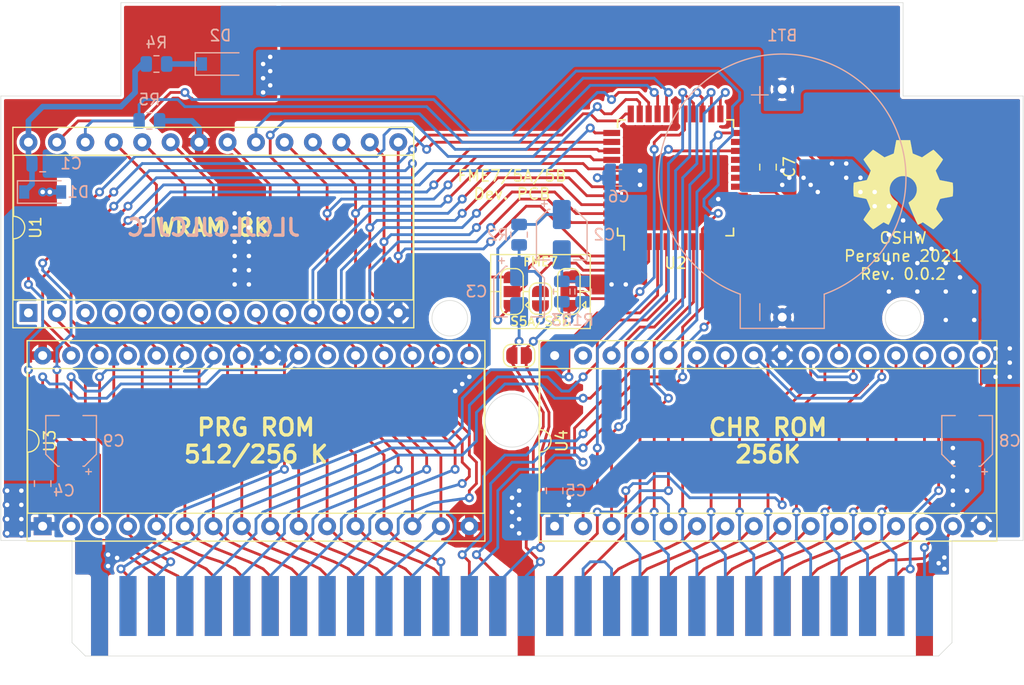
<source format=kicad_pcb>
(kicad_pcb (version 20171130) (host pcbnew "(5.1.10)-1")
  (title_block (title FME7-5A-5B-Devboard) (date 2021-12-10) (rev 0.0.2) (company Persune))
  (layers (0 F.Cu mixed) (31 B.Cu mixed) (34 B.Paste user) (35 F.Paste user) (36 B.SilkS user) (37 F.SilkS user) (38 B.Mask user) (39 F.Mask user) (44 Edge.Cuts user))
  (net 0 "")
  (net 1 "Net-(JP1-Pad2)")
  (net 2 "Net-(JP2-Pad2)")
  (net 3 "Net-(JP3-Pad2)")
  (net 4 /PRG_A18)
  (net 5 /AMP_IN)
  (net 6 /AMP_OUT)
  (net 7 GND)
  (net 8 /AUD_OUT)
  (net 9 /CPU_D2)
  (net 10 /CPU_D4)
  (net 11 /CPU_D1)
  (net 12 /CPU_D5)
  (net 13 /CPU_D0)
  (net 14 /CPU_D6)
  (net 15 /CPU_D7)
  (net 16 /PRG_A13)
  (net 17 /PRG_A16)
  (net 18 /PRG_A14)
  (net 19 /PRG_A15)
  (net 20 /PRG_A17)
  (net 21 /PRG_~CE)
  (net 22 /CHR_A17)
  (net 23 /CHR_A15)
  (net 24 /CHR_A14)
  (net 25 /CHR_A12)
  (net 26 /CHR_A13)
  (net 27 /CHR_A11)
  (net 28 /CHR_A16)
  (net 29 /CHR_A10)
  (net 30 /CHR_~CE)
  (net 31 /PPU_A13)
  (net 32 /PPU_A12)
  (net 33 /PPU_A11)
  (net 34 /PPU_A10)
  (net 35 /PPU_~RD)
  (net 36 /~IRQ)
  (net 37 /CPU_R~W)
  (net 38 /~ROMSEL)
  (net 39 /CPU_A14)
  (net 40 /CPU_A13)
  (net 41 /M2)
  (net 42 /CPU_D3)
  (net 43 VCC)
  (net 44 "Net-(BT1-Pad1)")
  (net 45 /PPU_D4)
  (net 46 /PPU_D5)
  (net 47 /PPU_D6)
  (net 48 /PPU_D7)
  (net 49 /PPU_A9)
  (net 50 /PPU_A8)
  (net 51 /PPU_A7)
  (net 52 "Net-(J1-Pad48)")
  (net 53 /AUD_IN)
  (net 54 /CPU_A12)
  (net 55 /PPU_D3)
  (net 56 /PPU_D2)
  (net 57 /PPU_D1)
  (net 58 /PPU_D0)
  (net 59 /PPU_A0)
  (net 60 /PPU_A1)
  (net 61 /PPU_A2)
  (net 62 /PPU_A3)
  (net 63 /PPU_A4)
  (net 64 /PPU_A5)
  (net 65 /PPU_A6)
  (net 66 /CPU_A0)
  (net 67 /CPU_A1)
  (net 68 /CPU_A2)
  (net 69 /CPU_A3)
  (net 70 /CPU_A4)
  (net 71 /CPU_A5)
  (net 72 /CPU_A6)
  (net 73 /CPU_A7)
  (net 74 /CPU_A8)
  (net 75 /CPU_A9)
  (net 76 /CPU_A10)
  (net 77 /CPU_A11)
  (net 78 /S5B_AUD_OUT)
  (net 79 "Net-(D2-Pad1)")
  (net 80 /WRAM_CE)
  (net 81 "Net-(C1-Pad2)")
  (net 82 /WRAM_~CE)
  (net 83 "Net-(U4-Pad31)")
  (net 84 "Net-(U1-Pad1)")
  (net 85 "Net-(U2-Pad18)")
  (net 86 "Net-(C2-Pad2)")
  (net 87 "Net-(J1-Pad47)")
  (module "custom footprints:GRM-E301" (layer F.Cu) (at 152.4 119.38)
    (fp_text reference J1)
    (fp_text value "Famicom Card Edge Connector")
    (fp_text user "" (at 0 0) (layer F.SilkS) (effects (font (size 1.27 1.27))))
    (fp_text user "" (at 0 0) (layer F.SilkS) (effects (font (size 1.27 1.27))))
    (pad 60 connect rect (at 36.83 5.853906) (size 1.524 5.357813) (layers B.Cu) (net 45 /PPU_D4))
    (pad 59 connect rect (at 34.29 5.853906) (size 1.524 5.357813) (layers B.Cu) (net 46 /PPU_D5))
    (pad 58 connect rect (at 31.75 5.853906) (size 1.524 5.357813) (layers B.Cu) (net 47 /PPU_D6))
    (pad 57 connect rect (at 29.21 5.853906) (size 1.524 5.357813) (layers B.Cu) (net 48 /PPU_D7))
    (pad 56 connect rect (at 26.67 5.853906) (size 1.524 5.357813) (layers B.Cu) (net 31 /PPU_A13))
    (pad 55 connect rect (at 24.13 5.853906) (size 1.524 5.357813) (layers B.Cu) (net 32 /PPU_A12))
    (pad 54 connect rect (at 21.59 5.853906) (size 1.524 5.357813) (layers B.Cu) (net 33 /PPU_A11))
    (pad 53 connect rect (at 19.05 5.853906) (size 1.524 5.357813) (layers B.Cu) (net 34 /PPU_A10))
    (pad 52 connect rect (at 16.51 5.853906) (size 1.524 5.357813) (layers B.Cu) (net 49 /PPU_A9))
    (pad 51 connect rect (at 13.97 5.853906) (size 1.524 5.357813) (layers B.Cu) (net 50 /PPU_A8))
    (pad 50 connect rect (at 11.43 5.853906) (size 1.524 5.357813) (layers B.Cu) (net 51 /PPU_A7))
    (pad 49 connect rect (at 8.89 5.853906) (size 1.524 5.357813) (layers B.Cu) (net 52 "Net-(J1-Pad48)"))
    (pad 48 connect rect (at 6.35 5.853906) (size 1.524 5.357813) (layers B.Cu) (net 52 "Net-(J1-Pad48)"))
    (pad 47 connect rect (at 3.81 5.853906) (size 1.524 5.357813) (layers B.Cu) (net 87 "Net-(J1-Pad47)"))
    (pad 46 connect rect (at 1.27 5.853906) (size 1.524 5.357813) (layers B.Cu) (net 8 /AUD_OUT))
    (pad 45 connect rect (at -1.27 5.853906) (size 1.524 5.357813) (layers B.Cu) (net 53 /AUD_IN))
    (pad 44 connect rect (at -3.81 5.853906) (size 1.524 5.357813) (layers B.Cu) (net 38 /~ROMSEL))
    (pad 43 connect rect (at -6.35 5.853906) (size 1.524 5.357813) (layers B.Cu) (net 13 /CPU_D0))
    (pad 42 connect rect (at -8.89 5.853906) (size 1.524 5.357813) (layers B.Cu) (net 11 /CPU_D1))
    (pad 41 connect rect (at -11.43 5.853906) (size 1.524 5.357813) (layers B.Cu) (net 9 /CPU_D2))
    (pad 40 connect rect (at -13.97 5.853906) (size 1.524 5.357813) (layers B.Cu) (net 42 /CPU_D3))
    (pad 39 connect rect (at -16.51 5.853906) (size 1.524 5.357813) (layers B.Cu) (net 10 /CPU_D4))
    (pad 38 connect rect (at -19.05 5.853906) (size 1.524 5.357813) (layers B.Cu) (net 12 /CPU_D5))
    (pad 37 connect rect (at -21.59 5.853906) (size 1.524 5.357813) (layers B.Cu) (net 14 /CPU_D6))
    (pad 36 connect rect (at -24.13 5.853906) (size 1.524 5.357813) (layers B.Cu) (net 15 /CPU_D7))
    (pad 35 connect rect (at -26.67 5.853906) (size 1.524 5.357813) (layers B.Cu) (net 39 /CPU_A14))
    (pad 34 connect rect (at -29.21 5.853906) (size 1.524 5.357813) (layers B.Cu) (net 40 /CPU_A13))
    (pad 33 connect rect (at -31.75 5.853906) (size 1.524 5.357813) (layers B.Cu) (net 54 /CPU_A12))
    (pad 32 connect rect (at -34.29 5.853906) (size 1.524 5.357813) (layers B.Cu) (net 41 /M2))
    (pad 29 connect rect (at 34.29 5.853906) (size 1.524 5.357813) (layers F.Cu) (net 55 /PPU_D3))
    (pad 28 connect rect (at 31.75 5.853906) (size 1.524 5.357813) (layers F.Cu) (net 56 /PPU_D2))
    (pad 27 connect rect (at 29.21 5.853906) (size 1.524 5.357813) (layers F.Cu) (net 57 /PPU_D1))
    (pad 26 connect rect (at 26.67 5.853906) (size 1.524 5.357813) (layers F.Cu) (net 58 /PPU_D0))
    (pad 25 connect rect (at 24.13 5.853906) (size 1.524 5.357813) (layers F.Cu) (net 59 /PPU_A0))
    (pad 24 connect rect (at 21.59 5.853906) (size 1.524 5.357813) (layers F.Cu) (net 60 /PPU_A1))
    (pad 23 connect rect (at 19.05 5.853906) (size 1.524 5.357813) (layers F.Cu) (net 61 /PPU_A2))
    (pad 22 connect rect (at 16.51 5.853906) (size 1.524 5.357813) (layers F.Cu) (net 62 /PPU_A3))
    (pad 21 connect rect (at 13.97 5.853906) (size 1.524 5.357813) (layers F.Cu) (net 63 /PPU_A4))
    (pad 20 connect rect (at 11.43 5.853906) (size 1.524 5.357813) (layers F.Cu) (net 64 /PPU_A5))
    (pad 19 connect rect (at 8.89 5.853906) (size 1.524 5.357813) (layers F.Cu) (net 65 /PPU_A6))
    (pad 18 connect rect (at 6.35 5.853906) (size 1.524 5.357813) (layers F.Cu) (net 29 /CHR_A10))
    (pad 17 connect rect (at 3.81 5.853906) (size 1.524 5.357813) (layers F.Cu) (net 35 /PPU_~RD))
    (pad 15 connect rect (at -1.27 5.853906) (size 1.524 5.357813) (layers F.Cu) (net 36 /~IRQ))
    (pad 14 connect rect (at -3.81 5.853906) (size 1.524 5.357813) (layers F.Cu) (net 37 /CPU_R~W))
    (pad 13 connect rect (at -6.35 5.853906) (size 1.524 5.357813) (layers F.Cu) (net 66 /CPU_A0))
    (pad 12 connect rect (at -8.89 5.853906) (size 1.524 5.357813) (layers F.Cu) (net 67 /CPU_A1))
    (pad 11 connect rect (at -11.43 5.853906) (size 1.524 5.357813) (layers F.Cu) (net 68 /CPU_A2))
    (pad 10 connect rect (at -13.97 5.853906) (size 1.524 5.357813) (layers F.Cu) (net 69 /CPU_A3))
    (pad 9 connect rect (at -16.51 5.853906) (size 1.524 5.357813) (layers F.Cu) (net 70 /CPU_A4))
    (pad 8 connect rect (at -19.05 5.853906) (size 1.524 5.357813) (layers F.Cu) (net 71 /CPU_A5))
    (pad 7 connect rect (at -21.59 5.853906) (size 1.524 5.357813) (layers F.Cu) (net 72 /CPU_A6))
    (pad 6 connect rect (at -24.13 5.853906) (size 1.524 5.357813) (layers F.Cu) (net 73 /CPU_A7))
    (pad 5 connect rect (at -26.67 5.853906) (size 1.524 5.357813) (layers F.Cu) (net 74 /CPU_A8))
    (pad 4 connect rect (at -29.21 5.853906) (size 1.524 5.357813) (layers F.Cu) (net 75 /CPU_A9))
    (pad 3 connect rect (at -31.75 5.853906) (size 1.524 5.357813) (layers F.Cu) (net 76 /CPU_A10))
    (pad 2 connect rect (at -34.29 5.853906) (size 1.524 5.357813) (layers F.Cu) (net 77 /CPU_A11))
    (pad 1 connect rect (at -36.83 6.746875) (size 1.524 7.14375) (layers F.Cu) (net 7 GND))
    (pad 16 connect rect (at 1.27 6.746875) (size 1.524 7.14375) (layers F.Cu) (net 7 GND))
    (pad 30 connect rect (at 36.83 6.746875) (size 1.524 7.14375) (layers F.Cu) (net 43 VCC))
    (pad 31 connect rect (at -36.83 6.746875) (size 1.524 7.14375) (layers B.Cu) (net 43 VCC))
  )
  (module Package_DIP:DIP-32_W15.24mm_Socket (layer F.Cu) (at 110.49 118.11 90)
    (fp_text reference U3 (at 7.62 0.635 90) (layer F.SilkS))
    (fp_text value 27C040)
    (pad 32 thru_hole oval (at 15.24 0 90) (size 1.6 1.6) (drill 0.8) (layers *.Cu *.Mask) (net 43 VCC))
    (pad 16 thru_hole oval (at 0 38.1 90) (size 1.6 1.6) (drill 0.8) (layers *.Cu *.Mask) (net 7 GND))
    (pad 31 thru_hole oval (at 15.24 2.54 90) (size 1.6 1.6) (drill 0.8) (layers *.Cu *.Mask) (net 4 /PRG_A18))
    (pad 15 thru_hole oval (at 0 35.56 90) (size 1.6 1.6) (drill 0.8) (layers *.Cu *.Mask) (net 9 /CPU_D2))
    (pad 30 thru_hole oval (at 15.24 5.08 90) (size 1.6 1.6) (drill 0.8) (layers *.Cu *.Mask) (net 20 /PRG_A17))
    (pad 14 thru_hole oval (at 0 33.02 90) (size 1.6 1.6) (drill 0.8) (layers *.Cu *.Mask) (net 11 /CPU_D1))
    (pad 29 thru_hole oval (at 15.24 7.62 90) (size 1.6 1.6) (drill 0.8) (layers *.Cu *.Mask) (net 18 /PRG_A14))
    (pad 13 thru_hole oval (at 0 30.48 90) (size 1.6 1.6) (drill 0.8) (layers *.Cu *.Mask) (net 13 /CPU_D0))
    (pad 28 thru_hole oval (at 15.24 10.16 90) (size 1.6 1.6) (drill 0.8) (layers *.Cu *.Mask) (net 16 /PRG_A13))
    (pad 12 thru_hole oval (at 0 27.94 90) (size 1.6 1.6) (drill 0.8) (layers *.Cu *.Mask) (net 66 /CPU_A0))
    (pad 27 thru_hole oval (at 15.24 12.7 90) (size 1.6 1.6) (drill 0.8) (layers *.Cu *.Mask) (net 74 /CPU_A8))
    (pad 11 thru_hole oval (at 0 25.4 90) (size 1.6 1.6) (drill 0.8) (layers *.Cu *.Mask) (net 67 /CPU_A1))
    (pad 26 thru_hole oval (at 15.24 15.24 90) (size 1.6 1.6) (drill 0.8) (layers *.Cu *.Mask) (net 75 /CPU_A9))
    (pad 10 thru_hole oval (at 0 22.86 90) (size 1.6 1.6) (drill 0.8) (layers *.Cu *.Mask) (net 68 /CPU_A2))
    (pad 25 thru_hole oval (at 15.24 17.78 90) (size 1.6 1.6) (drill 0.8) (layers *.Cu *.Mask) (net 77 /CPU_A11))
    (pad 9 thru_hole oval (at 0 20.32 90) (size 1.6 1.6) (drill 0.8) (layers *.Cu *.Mask) (net 69 /CPU_A3))
    (pad 24 thru_hole oval (at 15.24 20.32 90) (size 1.6 1.6) (drill 0.8) (layers *.Cu *.Mask) (net 7 GND))
    (pad 8 thru_hole oval (at 0 17.78 90) (size 1.6 1.6) (drill 0.8) (layers *.Cu *.Mask) (net 70 /CPU_A4))
    (pad 23 thru_hole oval (at 15.24 22.86 90) (size 1.6 1.6) (drill 0.8) (layers *.Cu *.Mask) (net 76 /CPU_A10))
    (pad 7 thru_hole oval (at 0 15.24 90) (size 1.6 1.6) (drill 0.8) (layers *.Cu *.Mask) (net 71 /CPU_A5))
    (pad 22 thru_hole oval (at 15.24 25.4 90) (size 1.6 1.6) (drill 0.8) (layers *.Cu *.Mask) (net 21 /PRG_~CE))
    (pad 6 thru_hole oval (at 0 12.7 90) (size 1.6 1.6) (drill 0.8) (layers *.Cu *.Mask) (net 72 /CPU_A6))
    (pad 21 thru_hole oval (at 15.24 27.94 90) (size 1.6 1.6) (drill 0.8) (layers *.Cu *.Mask) (net 15 /CPU_D7))
    (pad 5 thru_hole oval (at 0 10.16 90) (size 1.6 1.6) (drill 0.8) (layers *.Cu *.Mask) (net 73 /CPU_A7))
    (pad 20 thru_hole oval (at 15.24 30.48 90) (size 1.6 1.6) (drill 0.8) (layers *.Cu *.Mask) (net 14 /CPU_D6))
    (pad 4 thru_hole oval (at 0 7.62 90) (size 1.6 1.6) (drill 0.8) (layers *.Cu *.Mask) (net 54 /CPU_A12))
    (pad 19 thru_hole oval (at 15.24 33.02 90) (size 1.6 1.6) (drill 0.8) (layers *.Cu *.Mask) (net 12 /CPU_D5))
    (pad 3 thru_hole oval (at 0 5.08 90) (size 1.6 1.6) (drill 0.8) (layers *.Cu *.Mask) (net 19 /PRG_A15))
    (pad 18 thru_hole oval (at 15.24 35.56 90) (size 1.6 1.6) (drill 0.8) (layers *.Cu *.Mask) (net 10 /CPU_D4))
    (pad 2 thru_hole oval (at 0 2.54 90) (size 1.6 1.6) (drill 0.8) (layers *.Cu *.Mask) (net 17 /PRG_A16))
    (pad 17 thru_hole oval (at 15.24 38.1 90) (size 1.6 1.6) (drill 0.8) (layers *.Cu *.Mask) (net 42 /CPU_D3))
    (pad 1 thru_hole rect (at 0 0 90) (size 1.6 1.6) (drill 0.8) (layers *.Cu *.Mask) (net 43 VCC))
  )
  (module Package_QFP:TQFP-44_10x10mm_P0.8mm (layer F.Cu) (at 167.005 86.995 90)
    (fp_text reference U2 (at -7.62 0 180) (layer F.SilkS))
    (fp_text value FME7-5A-5B hide)
    (pad 1 smd rect (at -5.7 -4 90) (size 1.5 0.55) (layers F.Cu F.Paste F.Mask) (net 42 /CPU_D3))
    (pad 2 smd rect (at -5.7 -3.2 90) (size 1.5 0.55) (layers F.Cu F.Paste F.Mask) (net 1 "Net-(JP1-Pad2)"))
    (pad 3 smd rect (at -5.7 -2.4 90) (size 1.5 0.55) (layers F.Cu F.Paste F.Mask) (net 2 "Net-(JP2-Pad2)"))
    (pad 4 smd rect (at -5.7 -1.6 90) (size 1.5 0.55) (layers F.Cu F.Paste F.Mask) (net 41 /M2))
    (pad 5 smd rect (at -5.7 -0.8 90) (size 1.5 0.55) (layers F.Cu F.Paste F.Mask) (net 40 /CPU_A13))
    (pad 6 smd rect (at -5.7 0 90) (size 1.5 0.55) (layers F.Cu F.Paste F.Mask) (net 7 GND))
    (pad 7 smd rect (at -5.7 0.8 90) (size 1.5 0.55) (layers F.Cu F.Paste F.Mask) (net 39 /CPU_A14))
    (pad 8 smd rect (at -5.7 1.6 90) (size 1.5 0.55) (layers F.Cu F.Paste F.Mask) (net 38 /~ROMSEL))
    (pad 9 smd rect (at -5.7 2.4 90) (size 1.5 0.55) (layers F.Cu F.Paste F.Mask) (net 37 /CPU_R~W))
    (pad 10 smd rect (at -5.7 3.2 90) (size 1.5 0.55) (layers F.Cu F.Paste F.Mask) (net 36 /~IRQ))
    (pad 11 smd rect (at -5.7 4 90) (size 1.5 0.55) (layers F.Cu F.Paste F.Mask) (net 35 /PPU_~RD))
    (pad 12 smd rect (at -4 5.7 180) (size 1.5 0.55) (layers F.Cu F.Paste F.Mask) (net 34 /PPU_A10))
    (pad 13 smd rect (at -3.2 5.7 180) (size 1.5 0.55) (layers F.Cu F.Paste F.Mask) (net 33 /PPU_A11))
    (pad 14 smd rect (at -2.4 5.7 180) (size 1.5 0.55) (layers F.Cu F.Paste F.Mask) (net 32 /PPU_A12))
    (pad 15 smd rect (at -1.6 5.7 180) (size 1.5 0.55) (layers F.Cu F.Paste F.Mask) (net 31 /PPU_A13))
    (pad 16 smd rect (at -0.8 5.7 180) (size 1.5 0.55) (layers F.Cu F.Paste F.Mask) (net 30 /CHR_~CE))
    (pad 17 smd rect (at 0 5.7 180) (size 1.5 0.55) (layers F.Cu F.Paste F.Mask) (net 43 VCC))
    (pad 18 smd rect (at 0.8 5.7 180) (size 1.5 0.55) (layers F.Cu F.Paste F.Mask) (net 85 "Net-(U2-Pad18)"))
    (pad 19 smd rect (at 1.6 5.7 180) (size 1.5 0.55) (layers F.Cu F.Paste F.Mask) (net 29 /CHR_A10))
    (pad 20 smd rect (at 2.4 5.7 180) (size 1.5 0.55) (layers F.Cu F.Paste F.Mask) (net 28 /CHR_A16))
    (pad 21 smd rect (at 3.2 5.7 180) (size 1.5 0.55) (layers F.Cu F.Paste F.Mask) (net 27 /CHR_A11))
    (pad 22 smd rect (at 4 5.7 180) (size 1.5 0.55) (layers F.Cu F.Paste F.Mask) (net 26 /CHR_A13))
    (pad 23 smd rect (at 5.7 4 90) (size 1.5 0.55) (layers F.Cu F.Paste F.Mask) (net 25 /CHR_A12))
    (pad 24 smd rect (at 5.7 3.2 90) (size 1.5 0.55) (layers F.Cu F.Paste F.Mask) (net 24 /CHR_A14))
    (pad 25 smd rect (at 5.7 2.4 90) (size 1.5 0.55) (layers F.Cu F.Paste F.Mask) (net 23 /CHR_A15))
    (pad 26 smd rect (at 5.7 1.6 90) (size 1.5 0.55) (layers F.Cu F.Paste F.Mask) (net 22 /CHR_A17))
    (pad 27 smd rect (at 5.7 0.8 90) (size 1.5 0.55) (layers F.Cu F.Paste F.Mask) (net 3 "Net-(JP3-Pad2)"))
    (pad 28 smd rect (at 5.7 0 90) (size 1.5 0.55) (layers F.Cu F.Paste F.Mask) (net 7 GND))
    (pad 29 smd rect (at 5.7 -0.8 90) (size 1.5 0.55) (layers F.Cu F.Paste F.Mask) (net 80 /WRAM_CE))
    (pad 30 smd rect (at 5.7 -1.6 90) (size 1.5 0.55) (layers F.Cu F.Paste F.Mask) (net 82 /WRAM_~CE))
    (pad 31 smd rect (at 5.7 -2.4 90) (size 1.5 0.55) (layers F.Cu F.Paste F.Mask) (net 21 /PRG_~CE))
    (pad 32 smd rect (at 5.7 -3.2 90) (size 1.5 0.55) (layers F.Cu F.Paste F.Mask) (net 20 /PRG_A17))
    (pad 33 smd rect (at 5.7 -4 90) (size 1.5 0.55) (layers F.Cu F.Paste F.Mask) (net 19 /PRG_A15))
    (pad 34 smd rect (at 4 -5.7 180) (size 1.5 0.55) (layers F.Cu F.Paste F.Mask) (net 18 /PRG_A14))
    (pad 35 smd rect (at 3.2 -5.7 180) (size 1.5 0.55) (layers F.Cu F.Paste F.Mask) (net 17 /PRG_A16))
    (pad 36 smd rect (at 2.4 -5.7 180) (size 1.5 0.55) (layers F.Cu F.Paste F.Mask) (net 16 /PRG_A13))
    (pad 37 smd rect (at 1.6 -5.7 180) (size 1.5 0.55) (layers F.Cu F.Paste F.Mask) (net 15 /CPU_D7))
    (pad 38 smd rect (at 0.8 -5.7 180) (size 1.5 0.55) (layers F.Cu F.Paste F.Mask) (net 14 /CPU_D6))
    (pad 39 smd rect (at 0 -5.7 180) (size 1.5 0.55) (layers F.Cu F.Paste F.Mask) (net 43 VCC))
    (pad 40 smd rect (at -0.8 -5.7 180) (size 1.5 0.55) (layers F.Cu F.Paste F.Mask) (net 13 /CPU_D0))
    (pad 41 smd rect (at -1.6 -5.7 180) (size 1.5 0.55) (layers F.Cu F.Paste F.Mask) (net 12 /CPU_D5))
    (pad 42 smd rect (at -2.4 -5.7 180) (size 1.5 0.55) (layers F.Cu F.Paste F.Mask) (net 11 /CPU_D1))
    (pad 43 smd rect (at -3.2 -5.7 180) (size 1.5 0.55) (layers F.Cu F.Paste F.Mask) (net 10 /CPU_D4))
    (pad 44 smd rect (at -4 -5.7 180) (size 1.5 0.55) (layers F.Cu F.Paste F.Mask) (net 9 /CPU_D2))
  )
  (module Package_DIP:DIP-32_W15.24mm_Socket (layer F.Cu) (at 156.21 118.11 90)
    (fp_text reference U4 (at 7.62 0.635 90) (layer F.SilkS))
    (fp_text value 27C020)
    (pad 1 thru_hole rect (at 0 0 90) (size 1.6 1.6) (drill 0.8) (layers *.Cu *.Mask) (net 43 VCC))
    (pad 17 thru_hole oval (at 15.24 38.1 90) (size 1.6 1.6) (drill 0.8) (layers *.Cu *.Mask) (net 55 /PPU_D3))
    (pad 2 thru_hole oval (at 0 2.54 90) (size 1.6 1.6) (drill 0.8) (layers *.Cu *.Mask) (net 28 /CHR_A16))
    (pad 18 thru_hole oval (at 15.24 35.56 90) (size 1.6 1.6) (drill 0.8) (layers *.Cu *.Mask) (net 45 /PPU_D4))
    (pad 3 thru_hole oval (at 0 5.08 90) (size 1.6 1.6) (drill 0.8) (layers *.Cu *.Mask) (net 23 /CHR_A15))
    (pad 19 thru_hole oval (at 15.24 33.02 90) (size 1.6 1.6) (drill 0.8) (layers *.Cu *.Mask) (net 46 /PPU_D5))
    (pad 4 thru_hole oval (at 0 7.62 90) (size 1.6 1.6) (drill 0.8) (layers *.Cu *.Mask) (net 25 /CHR_A12))
    (pad 20 thru_hole oval (at 15.24 30.48 90) (size 1.6 1.6) (drill 0.8) (layers *.Cu *.Mask) (net 47 /PPU_D6))
    (pad 5 thru_hole oval (at 0 10.16 90) (size 1.6 1.6) (drill 0.8) (layers *.Cu *.Mask) (net 51 /PPU_A7))
    (pad 21 thru_hole oval (at 15.24 27.94 90) (size 1.6 1.6) (drill 0.8) (layers *.Cu *.Mask) (net 48 /PPU_D7))
    (pad 6 thru_hole oval (at 0 12.7 90) (size 1.6 1.6) (drill 0.8) (layers *.Cu *.Mask) (net 65 /PPU_A6))
    (pad 22 thru_hole oval (at 15.24 25.4 90) (size 1.6 1.6) (drill 0.8) (layers *.Cu *.Mask) (net 30 /CHR_~CE))
    (pad 7 thru_hole oval (at 0 15.24 90) (size 1.6 1.6) (drill 0.8) (layers *.Cu *.Mask) (net 64 /PPU_A5))
    (pad 23 thru_hole oval (at 15.24 22.86 90) (size 1.6 1.6) (drill 0.8) (layers *.Cu *.Mask) (net 29 /CHR_A10))
    (pad 8 thru_hole oval (at 0 17.78 90) (size 1.6 1.6) (drill 0.8) (layers *.Cu *.Mask) (net 63 /PPU_A4))
    (pad 24 thru_hole oval (at 15.24 20.32 90) (size 1.6 1.6) (drill 0.8) (layers *.Cu *.Mask) (net 7 GND))
    (pad 9 thru_hole oval (at 0 20.32 90) (size 1.6 1.6) (drill 0.8) (layers *.Cu *.Mask) (net 62 /PPU_A3))
    (pad 25 thru_hole oval (at 15.24 17.78 90) (size 1.6 1.6) (drill 0.8) (layers *.Cu *.Mask) (net 27 /CHR_A11))
    (pad 10 thru_hole oval (at 0 22.86 90) (size 1.6 1.6) (drill 0.8) (layers *.Cu *.Mask) (net 61 /PPU_A2))
    (pad 26 thru_hole oval (at 15.24 15.24 90) (size 1.6 1.6) (drill 0.8) (layers *.Cu *.Mask) (net 49 /PPU_A9))
    (pad 11 thru_hole oval (at 0 25.4 90) (size 1.6 1.6) (drill 0.8) (layers *.Cu *.Mask) (net 60 /PPU_A1))
    (pad 27 thru_hole oval (at 15.24 12.7 90) (size 1.6 1.6) (drill 0.8) (layers *.Cu *.Mask) (net 50 /PPU_A8))
    (pad 12 thru_hole oval (at 0 27.94 90) (size 1.6 1.6) (drill 0.8) (layers *.Cu *.Mask) (net 59 /PPU_A0))
    (pad 28 thru_hole oval (at 15.24 10.16 90) (size 1.6 1.6) (drill 0.8) (layers *.Cu *.Mask) (net 26 /CHR_A13))
    (pad 13 thru_hole oval (at 0 30.48 90) (size 1.6 1.6) (drill 0.8) (layers *.Cu *.Mask) (net 58 /PPU_D0))
    (pad 29 thru_hole oval (at 15.24 7.62 90) (size 1.6 1.6) (drill 0.8) (layers *.Cu *.Mask) (net 24 /CHR_A14))
    (pad 14 thru_hole oval (at 0 33.02 90) (size 1.6 1.6) (drill 0.8) (layers *.Cu *.Mask) (net 57 /PPU_D1))
    (pad 30 thru_hole oval (at 15.24 5.08 90) (size 1.6 1.6) (drill 0.8) (layers *.Cu *.Mask) (net 22 /CHR_A17))
    (pad 15 thru_hole oval (at 0 35.56 90) (size 1.6 1.6) (drill 0.8) (layers *.Cu *.Mask) (net 56 /PPU_D2))
    (pad 31 thru_hole oval (at 15.24 2.54 90) (size 1.6 1.6) (drill 0.8) (layers *.Cu *.Mask) (net 83 "Net-(U4-Pad31)"))
    (pad 16 thru_hole oval (at 0 38.1 90) (size 1.6 1.6) (drill 0.8) (layers *.Cu *.Mask) (net 7 GND))
    (pad 32 thru_hole oval (at 15.24 0 90) (size 1.6 1.6) (drill 0.8) (layers *.Cu *.Mask) (net 43 VCC))
  )
  (module Capacitor_SMD:C_0805_2012Metric (layer B.Cu) (at 110.49 85.725 180)
    (fp_text reference C1 (at -2.54 0) (layer B.SilkS) (effects (justify mirror)))
    (fp_text value 0.1uF)
    (pad 1 smd roundrect (at -0.95 0 180) (size 1 1.45) (layers B.Cu B.Paste B.Mask) (net 7 GND))
    (pad 2 smd roundrect (at 0.95 0 180) (size 1 1.45) (layers B.Cu B.Paste B.Mask) (net 81 "Net-(C1-Pad2)"))
  )
  (module "custom footprints:BS-02-A1AK006" (layer B.Cu) (at 176.53 86.995 270)
    (fp_text reference BT1 (at -12.7 0 180) (layer B.SilkS) (effects (justify mirror)))
    (fp_text value CR2032)
    (pad 2 thru_hole circle (at 12.45 0 270) (size 1.6 1.6) (drill 0.8) (layers *.Cu *.Mask) (net 7 GND))
    (pad 1 thru_hole circle (at -7.9 0 270) (size 1.6 1.6) (drill 0.8) (layers *.Cu *.Mask) (net 44 "Net-(BT1-Pad1)"))
  )
  (module Capacitor_SMD:CP_Elec_4x5.3 (layer B.Cu) (at 113.03 110.49 90)
    (fp_text reference C9 (at 0 3.81 180) (layer B.SilkS) (effects (justify mirror)))
    (fp_text value 1uF)
    (pad 2 smd roundrect (at 1.8 0 90) (size 2.6 1.6) (layers B.Cu B.Paste B.Mask) (roundrect_rratio 0.15625) (net 7 GND))
    (pad 1 smd roundrect (at -1.8 0 90) (size 2.6 1.6) (layers B.Cu B.Paste B.Mask) (roundrect_rratio 0.15625) (net 43 VCC))
  )
  (module Capacitor_SMD:C_0805_2012Metric (layer B.Cu) (at 161.925 86.995)
    (fp_text reference C6 (at 0 1.68) (layer B.SilkS) (effects (justify mirror)))
    (fp_text value 0.1uF)
    (pad 1 smd roundrect (at -0.95 0) (size 1 1.45) (layers B.Cu B.Paste B.Mask) (net 43 VCC))
    (pad 2 smd roundrect (at 0.95 0) (size 1 1.45) (layers B.Cu B.Paste B.Mask) (net 7 GND))
  )
  (module Jumper:SolderJumper-2_P1.3mm_Open_RoundedPad1.0x1.5mm (layer F.Cu) (at 153.035 102.87 180)
    (fp_text reference JP4 hide)
    (fp_text value ~ hide)
    (pad 1 smd custom (at -0.65 0 180) (size 1 0.5) (layers F.Cu F.Mask) (net 53 /AUD_IN) (options (clearance outline) (anchor rect)) (primitives (gr_circle (center 0 0.25) (end 0.5 0.25) (width 0)) (gr_circle (center 0 -0.25) (end 0.5 -0.25) (width 0)) (gr_poly (pts (xy 0 -0.75) (xy 0.5 -0.75) (xy 0.5 0.75) (xy 0 0.75)) (width 0))))
    (pad 2 smd custom (at 0.65 0 180) (size 1 0.5) (layers F.Cu F.Mask) (net 8 /AUD_OUT) (options (clearance outline) (anchor rect)) (primitives (gr_circle (center 0 0.25) (end 0.5 0.25) (width 0)) (gr_circle (center 0 -0.25) (end 0.5 -0.25) (width 0)) (gr_poly (pts (xy 0 -0.75) (xy -0.5 -0.75) (xy -0.5 0.75) (xy 0 0.75)) (width 0))))
  )
  (module Capacitor_SMD:CP_Elec_4x5.3 (layer B.Cu) (at 193.04 110.49 90)
    (fp_text reference C8 (at 0 3.81) (layer B.SilkS) (effects (justify mirror)))
    (fp_text value 1uF)
    (pad 1 smd roundrect (at -1.8 0 90) (size 2.6 1.6) (layers B.Cu B.Paste B.Mask) (roundrect_rratio 0.15625) (net 43 VCC))
    (pad 2 smd roundrect (at 1.8 0 90) (size 2.6 1.6) (layers B.Cu B.Paste B.Mask) (roundrect_rratio 0.15625) (net 7 GND))
  )
  (module Resistor_SMD:R_0805_2012Metric (layer B.Cu) (at 120.65 76.835 180)
    (fp_text reference R4 (at 0 1.905 180) (layer B.SilkS) (effects (justify mirror)))
    (fp_text value 10K)
    (pad 1 smd roundrect (at -0.9125 0 180) (size 1.025 1.4) (layers B.Cu B.Paste B.Mask) (roundrect_rratio 0.2439014634146341) (net 79 "Net-(D2-Pad1)"))
    (pad 2 smd roundrect (at 0.9125 0 180) (size 1.025 1.4) (layers B.Cu B.Paste B.Mask) (roundrect_rratio 0.2439014634146341) (net 81 "Net-(C1-Pad2)"))
  )
  (module Symbol:OSHW-Symbol_8.9x8mm_SilkScreen (layer F.Cu) (at 187.325 87.63)
    (fp_text reference REF** hide)
    (fp_text value OSHW-Symbol_8.9x8mm_SilkScreen hide)
  )
  (module Package_DIP:DIP-28_W15.24mm_Socket (layer F.Cu) (at 109.22 99.06 90)
    (fp_text reference U1 (at 7.62 0.635 90) (layer F.SilkS))
    (fp_text value HM6264)
    (pad 1 thru_hole rect (at 0 0 90) (size 1.6 1.6) (drill 0.8) (layers *.Cu *.Mask) (net 84 "Net-(U1-Pad1)"))
    (pad 15 thru_hole oval (at 15.24 33.02 90) (size 1.6 1.6) (drill 0.8) (layers *.Cu *.Mask) (net 42 /CPU_D3))
    (pad 2 thru_hole oval (at 0 2.54 90) (size 1.6 1.6) (drill 0.8) (layers *.Cu *.Mask) (net 54 /CPU_A12))
    (pad 16 thru_hole oval (at 15.24 30.48 90) (size 1.6 1.6) (drill 0.8) (layers *.Cu *.Mask) (net 10 /CPU_D4))
    (pad 3 thru_hole oval (at 0 5.08 90) (size 1.6 1.6) (drill 0.8) (layers *.Cu *.Mask) (net 73 /CPU_A7))
    (pad 17 thru_hole oval (at 15.24 27.94 90) (size 1.6 1.6) (drill 0.8) (layers *.Cu *.Mask) (net 12 /CPU_D5))
    (pad 4 thru_hole oval (at 0 7.62 90) (size 1.6 1.6) (drill 0.8) (layers *.Cu *.Mask) (net 72 /CPU_A6))
    (pad 18 thru_hole oval (at 15.24 25.4 90) (size 1.6 1.6) (drill 0.8) (layers *.Cu *.Mask) (net 14 /CPU_D6))
    (pad 5 thru_hole oval (at 0 10.16 90) (size 1.6 1.6) (drill 0.8) (layers *.Cu *.Mask) (net 71 /CPU_A5))
    (pad 19 thru_hole oval (at 15.24 22.86 90) (size 1.6 1.6) (drill 0.8) (layers *.Cu *.Mask) (net 15 /CPU_D7))
    (pad 6 thru_hole oval (at 0 12.7 90) (size 1.6 1.6) (drill 0.8) (layers *.Cu *.Mask) (net 70 /CPU_A4))
    (pad 20 thru_hole oval (at 15.24 20.32 90) (size 1.6 1.6) (drill 0.8) (layers *.Cu *.Mask) (net 82 /WRAM_~CE))
    (pad 7 thru_hole oval (at 0 15.24 90) (size 1.6 1.6) (drill 0.8) (layers *.Cu *.Mask) (net 69 /CPU_A3))
    (pad 21 thru_hole oval (at 15.24 17.78 90) (size 1.6 1.6) (drill 0.8) (layers *.Cu *.Mask) (net 76 /CPU_A10))
    (pad 8 thru_hole oval (at 0 17.78 90) (size 1.6 1.6) (drill 0.8) (layers *.Cu *.Mask) (net 68 /CPU_A2))
    (pad 22 thru_hole oval (at 15.24 15.24 90) (size 1.6 1.6) (drill 0.8) (layers *.Cu *.Mask) (net 7 GND))
    (pad 9 thru_hole oval (at 0 20.32 90) (size 1.6 1.6) (drill 0.8) (layers *.Cu *.Mask) (net 67 /CPU_A1))
    (pad 23 thru_hole oval (at 15.24 12.7 90) (size 1.6 1.6) (drill 0.8) (layers *.Cu *.Mask) (net 77 /CPU_A11))
    (pad 10 thru_hole oval (at 0 22.86 90) (size 1.6 1.6) (drill 0.8) (layers *.Cu *.Mask) (net 66 /CPU_A0))
    (pad 24 thru_hole oval (at 15.24 10.16 90) (size 1.6 1.6) (drill 0.8) (layers *.Cu *.Mask) (net 75 /CPU_A9))
    (pad 11 thru_hole oval (at 0 25.4 90) (size 1.6 1.6) (drill 0.8) (layers *.Cu *.Mask) (net 13 /CPU_D0))
    (pad 25 thru_hole oval (at 15.24 7.62 90) (size 1.6 1.6) (drill 0.8) (layers *.Cu *.Mask) (net 74 /CPU_A8))
    (pad 12 thru_hole oval (at 0 27.94 90) (size 1.6 1.6) (drill 0.8) (layers *.Cu *.Mask) (net 11 /CPU_D1))
    (pad 26 thru_hole oval (at 15.24 5.08 90) (size 1.6 1.6) (drill 0.8) (layers *.Cu *.Mask) (net 80 /WRAM_CE))
    (pad 13 thru_hole oval (at 0 30.48 90) (size 1.6 1.6) (drill 0.8) (layers *.Cu *.Mask) (net 9 /CPU_D2))
    (pad 27 thru_hole oval (at 15.24 2.54 90) (size 1.6 1.6) (drill 0.8) (layers *.Cu *.Mask) (net 37 /CPU_R~W))
    (pad 14 thru_hole oval (at 0 33.02 90) (size 1.6 1.6) (drill 0.8) (layers *.Cu *.Mask) (net 7 GND))
    (pad 28 thru_hole oval (at 15.24 0 90) (size 1.6 1.6) (drill 0.8) (layers *.Cu *.Mask) (net 81 "Net-(C1-Pad2)"))
  )
  (module Capacitor_SMD:C_0805_2012Metric (layer F.Cu) (at 175.26 86.045 90)
    (fp_text reference C7 (at 0 1.905 90) (layer F.SilkS))
    (fp_text value 0.1uF)
    (pad 1 smd roundrect (at -0.95 0 90) (size 1 1.45) (layers F.Cu F.Paste F.Mask) (net 43 VCC))
    (pad 2 smd roundrect (at 0.95 0 90) (size 1 1.45) (layers F.Cu F.Paste F.Mask) (net 7 GND))
  )
  (module Resistor_SMD:R_0805_2012Metric (layer B.Cu) (at 153.035 92.075 270)
    (fp_text reference R2 (at 0.016 1.905 180) (layer B.SilkS) (effects (justify mirror)))
    (fp_text value 100K)
    (pad 1 smd roundrect (at -0.9125 0 270) (size 1.025 1.4) (layers B.Cu B.Paste B.Mask) (roundrect_rratio 0.2439014634146341) (net 5 /AMP_IN))
    (pad 2 smd roundrect (at 0.9125 0 270) (size 1.025 1.4) (layers B.Cu B.Paste B.Mask) (roundrect_rratio 0.2439014634146341) (net 6 /AMP_OUT))
  )
  (module Resistor_SMD:R_0805_2012Metric (layer B.Cu) (at 156.845 97.155 90)
    (fp_text reference R3 (at -2.54 0 180) (layer B.SilkS) (effects (justify mirror)))
    (fp_text value 10K)
    (pad 1 smd roundrect (at -0.9125 0 90) (size 1.025 1.4) (layers B.Cu B.Paste B.Mask) (roundrect_rratio 0.2439014634146341) (net 53 /AUD_IN))
    (pad 2 smd roundrect (at 0.9125 0 90) (size 1.025 1.4) (layers B.Cu B.Paste B.Mask) (roundrect_rratio 0.2439014634146341) (net 86 "Net-(C2-Pad2)"))
  )
  (module Resistor_SMD:R_0805_2012Metric (layer B.Cu) (at 158.75 97.155 90)
    (fp_text reference R1 (at -2.54 0 180) (layer B.SilkS) (effects (justify mirror)))
    (fp_text value 1K)
    (pad 1 smd roundrect (at -0.9125 0 90) (size 1.025 1.4) (layers B.Cu B.Paste B.Mask) (roundrect_rratio 0.2439014634146341) (net 78 /S5B_AUD_OUT))
    (pad 2 smd roundrect (at 0.9125 0 90) (size 1.025 1.4) (layers B.Cu B.Paste B.Mask) (roundrect_rratio 0.2439014634146341) (net 86 "Net-(C2-Pad2)"))
  )
  (module Jumper:SolderJumper-3_P1.3mm_Open_RoundedPad1.0x1.5mm (layer F.Cu) (at 157.48 97.155 90)
    (fp_text reference JP3 hide)
    (fp_text value ~ hide)
    (pad 2 smd rect (at 0 0 90) (size 1 1.5) (layers F.Cu F.Mask) (net 3 "Net-(JP3-Pad2)"))
    (pad 3 smd custom (at 1.3 0 90) (size 1 0.5) (layers F.Cu F.Mask) (net 43 VCC) (options (clearance outline) (anchor rect)) (primitives (gr_circle (center 0 0.25) (end 0.5 0.25) (width 0)) (gr_circle (center 0 -0.25) (end 0.5 -0.25) (width 0)) (gr_poly (pts (xy -0.55 -0.75) (xy 0 -0.75) (xy 0 0.75) (xy -0.55 0.75)) (width 0))))
    (pad 1 smd custom (at -1.3 0 90) (size 1 0.5) (layers F.Cu F.Mask) (net 78 /S5B_AUD_OUT) (options (clearance outline) (anchor rect)) (primitives (gr_circle (center 0 0.25) (end 0.5 0.25) (width 0)) (gr_circle (center 0 -0.25) (end 0.5 -0.25) (width 0)) (gr_poly (pts (xy 0.55 -0.75) (xy 0 -0.75) (xy 0 0.75) (xy 0.55 0.75)) (width 0))))
  )
  (module Jumper:SolderJumper-2_P1.3mm_Open_RoundedPad1.0x1.5mm (layer F.Cu) (at 154.94 97.79 90)
    (fp_text reference JP2 hide)
    (fp_text value ~ hide)
    (pad 2 smd custom (at 0.65 0 90) (size 1 0.5) (layers F.Cu F.Mask) (net 2 "Net-(JP2-Pad2)") (options (clearance outline) (anchor rect)) (primitives (gr_circle (center 0 0.25) (end 0.5 0.25) (width 0)) (gr_circle (center 0 -0.25) (end 0.5 -0.25) (width 0)) (gr_poly (pts (xy 0 -0.75) (xy -0.5 -0.75) (xy -0.5 0.75) (xy 0 0.75)) (width 0))))
    (pad 1 smd custom (at -0.65 0 90) (size 1 0.5) (layers F.Cu F.Mask) (net 6 /AMP_OUT) (options (clearance outline) (anchor rect)) (primitives (gr_circle (center 0 0.25) (end 0.5 0.25) (width 0)) (gr_circle (center 0 -0.25) (end 0.5 -0.25) (width 0)) (gr_poly (pts (xy 0 -0.75) (xy 0.5 -0.75) (xy 0.5 0.75) (xy 0 0.75)) (width 0))))
  )
  (module Jumper:SolderJumper-3_P1.3mm_Open_RoundedPad1.0x1.5mm (layer F.Cu) (at 152.4 97.155 90)
    (fp_text reference JP1 hide)
    (fp_text value ~ hide)
    (pad 2 smd rect (at 0 0 90) (size 1 1.5) (layers F.Cu F.Mask) (net 1 "Net-(JP1-Pad2)"))
    (pad 3 smd custom (at 1.3 0 90) (size 1 0.5) (layers F.Cu F.Mask) (net 4 /PRG_A18) (options (clearance outline) (anchor rect)) (primitives (gr_circle (center 0 0.25) (end 0.5 0.25) (width 0)) (gr_circle (center 0 -0.25) (end 0.5 -0.25) (width 0)) (gr_poly (pts (xy -0.55 -0.75) (xy 0 -0.75) (xy 0 0.75) (xy -0.55 0.75)) (width 0))))
    (pad 1 smd custom (at -1.3 0 90) (size 1 0.5) (layers F.Cu F.Mask) (net 5 /AMP_IN) (options (clearance outline) (anchor rect)) (primitives (gr_circle (center 0 0.25) (end 0.5 0.25) (width 0)) (gr_circle (center 0 -0.25) (end 0.5 -0.25) (width 0)) (gr_poly (pts (xy 0.55 -0.75) (xy 0 -0.75) (xy 0 0.75) (xy 0.55 0.75)) (width 0))))
  )
  (module Capacitor_SMD:CP_Elec_4x5.3 (layer B.Cu) (at 156.845 92.075 270)
    (fp_text reference C2 (at 0 -3.81 180) (layer B.SilkS) (effects (justify mirror)))
    (fp_text value 1uF)
    (pad 1 smd roundrect (at -1.8 0 270) (size 2.6 1.6) (layers B.Cu B.Paste B.Mask) (roundrect_rratio 0.15625) (net 5 /AMP_IN))
    (pad 2 smd roundrect (at 1.8 0 270) (size 2.6 1.6) (layers B.Cu B.Paste B.Mask) (roundrect_rratio 0.15625) (net 86 "Net-(C2-Pad2)"))
  )
  (module Capacitor_SMD:CP_Elec_4x5.3 (layer B.Cu) (at 153.035 97.155 270)
    (fp_text reference C3 (at 0 3.81) (layer B.SilkS) (effects (justify mirror)))
    (fp_text value 1uF)
    (pad 1 smd roundrect (at -1.8 0 270) (size 2.6 1.6) (layers B.Cu B.Paste B.Mask) (roundrect_rratio 0.15625) (net 6 /AMP_OUT))
    (pad 2 smd roundrect (at 1.8 0 270) (size 2.6 1.6) (layers B.Cu B.Paste B.Mask) (roundrect_rratio 0.15625) (net 8 /AUD_OUT))
  )
  (module Diode_SMD:D_SOD-123 (layer B.Cu) (at 126.365 76.835)
    (fp_text reference D2 (at 0 -2.54) (layer B.SilkS) (effects (justify mirror)))
    (fp_text value 1N4148)
    (pad 1 smd rect (at -1.65 0) (size 0.9 1.2) (layers B.Cu B.Paste B.Mask) (net 79 "Net-(D2-Pad1)"))
    (pad 2 smd rect (at 1.65 0) (size 0.9 1.2) (layers B.Cu B.Paste B.Mask) (net 44 "Net-(BT1-Pad1)"))
  )
  (module Diode_SMD:D_SOD-123 (layer B.Cu) (at 110.49 88.265)
    (fp_text reference D1 (at 3.175 0) (layer B.SilkS) (effects (justify mirror)))
    (fp_text value 1N4148)
    (pad 1 smd rect (at -1.65 0) (size 0.9 1.2) (layers B.Cu B.Paste B.Mask) (net 81 "Net-(C1-Pad2)"))
    (pad 2 smd rect (at 1.65 0) (size 0.9 1.2) (layers B.Cu B.Paste B.Mask) (net 43 VCC))
  )
  (module Resistor_SMD:R_0805_2012Metric (layer B.Cu) (at 120.015 81.915)
    (fp_text reference R5 (at 0 -1.905) (layer B.SilkS) (effects (justify mirror)))
    (fp_text value 10K)
    (pad 1 smd roundrect (at -0.9125 0) (size 1.025 1.4) (layers B.Cu B.Paste B.Mask) (roundrect_rratio 0.2439014634146341) (net 80 /WRAM_CE))
    (pad 2 smd roundrect (at 0.9125 0) (size 1.025 1.4) (layers B.Cu B.Paste B.Mask) (roundrect_rratio 0.2439014634146341) (net 7 GND))
  )
  (module Capacitor_SMD:C_0805_2012Metric (layer B.Cu) (at 156.21 114.935 90)
    (fp_text reference C5 (at 0 1.905) (layer B.SilkS) (effects (justify mirror)))
    (fp_text value 0.1uF)
    (pad 1 smd roundrect (at -0.95 0 90) (size 1 1.45) (layers B.Cu B.Paste B.Mask) (net 43 VCC))
    (pad 2 smd roundrect (at 0.95 0 90) (size 1 1.45) (layers B.Cu B.Paste B.Mask) (net 7 GND))
  )
  (module Capacitor_SMD:C_0805_2012Metric (layer B.Cu) (at 110.49 114.3 90)
    (fp_text reference C4 (at -0.635 1.905) (layer B.SilkS) (effects (justify mirror)))
    (fp_text value 0.1uF)
    (pad 1 smd roundrect (at -0.95 0 90) (size 1 1.45) (layers B.Cu B.Paste B.Mask) (net 43 VCC))
    (pad 2 smd roundrect (at 0.95 0 90) (size 1 1.45) (layers B.Cu B.Paste B.Mask) (net 7 GND))
  )
  (gr_text JLCJLCJLCJLC (at 125.73 91.44) (layer B.SilkS) (effects (font (size 1.5 1.5) (thickness 0.3)) (justify mirror)))
  (gr_text S5A/S5B (at 154.94 99.822) (layer F.SilkS) (effects (font (size 0.8 0.8))))
  (gr_line (start 106.759375 119.38) (end 113.109375 119.38) (layer Edge.Cuts) (width 0.05))
  (gr_line (start 106.759375 79.6925) (end 106.759375 119.38) (layer Edge.Cuts) (width 0.05))
  (gr_line (start 117.475 79.6925) (end 106.759375 79.6925) (layer Edge.Cuts) (width 0.05))
  (gr_line (start 117.475 71.358125) (end 117.475 79.6925) (layer Edge.Cuts) (width 0.05))
  (gr_line (start 187.325 71.358125) (end 117.475 71.358125) (layer Edge.Cuts) (width 0.05))
  (gr_line (start 187.325 79.6925) (end 187.325 71.358125) (layer Edge.Cuts) (width 0.05))
  (gr_line (start 198.040625 79.6925) (end 187.325 79.6925) (layer Edge.Cuts) (width 0.05))
  (gr_line (start 198.040625 119.38) (end 198.040625 79.6925) (layer Edge.Cuts) (width 0.05))
  (gr_line (start 191.690625 119.38) (end 198.040625 119.38) (layer Edge.Cuts) (width 0.05))
  (gr_line (start 191.690625 128.508125) (end 191.690625 119.38) (layer Edge.Cuts) (width 0.05))
  (gr_line (start 190.5 129.69875) (end 191.690625 128.508125) (layer Edge.Cuts) (width 0.05))
  (gr_line (start 114.3 129.69875) (end 190.5 129.69875) (layer Edge.Cuts) (width 0.05))
  (gr_line (start 113.109375 128.508125) (end 114.3 129.69875) (layer Edge.Cuts) (width 0.05))
  (gr_line (start 113.109375 119.38) (end 113.109375 128.508125) (layer Edge.Cuts) (width 0.05))
  (gr_circle (center 187.325 99.53625) (end 188.9125 99.53625) (layer Edge.Cuts) (width 0.05))
  (gr_circle (center 146.84375 99.53625) (end 148.43125 99.53625) (layer Edge.Cuts) (width 0.05))
  (gr_circle (center 152.4 108.664375) (end 154.78125 108.664375) (layer Edge.Cuts) (width 0.05))
  (gr_text "OSHW\nPersune 2021\nRev. 0.0.2" (at 187.325 93.98) (layer F.SilkS) (effects (font (size 1 1))))
  (gr_text "FME7/5A/5B\nDev. PCB" (at 152.4 87.63) (layer F.SilkS) (effects (font (size 1 1))))
  (gr_text "WRAM 8K" (at 125.73 91.44) (layer F.SilkS) (effects (font (size 1.5 1.5) (thickness 0.3))))
  (gr_text FME7 (at 154.94 94.488) (layer F.SilkS) (effects (font (size 0.8 0.8))))
  (gr_line (start 153.416 97.155) (end 153.924 97.155) (layer F.SilkS) (width 0.12))
  (gr_line (start 159.385 97.155) (end 158.496 97.155) (layer F.SilkS) (width 0.12))
  (gr_line (start 156.464 97.155) (end 155.956 97.155) (layer F.SilkS) (width 0.12))
  (gr_line (start 150.495 93.853) (end 159.385 93.853) (layer F.SilkS) (width 0.12))
  (gr_line (start 150.495 97.155) (end 151.384 97.155) (layer F.SilkS) (width 0.12))
  (gr_line (start 159.385 100.457) (end 150.495 100.457) (layer F.SilkS) (width 0.12))
  (gr_line (start 159.385 100.457) (end 159.385 93.853) (layer F.SilkS) (width 0.12))
  (gr_line (start 150.495 93.853) (end 150.495 100.457) (layer F.SilkS) (width 0.12))
  (gr_text "CHR ROM\n256K" (at 175.26 110.49) (layer F.SilkS) (effects (font (size 1.5 1.5) (thickness 0.3))))
  (gr_text "PRG ROM\n512/256 K" (at 129.54 110.49) (layer F.SilkS) (effects (font (size 1.5 1.5) (thickness 0.3))))
  (segment (start 153.67 96.52) (end 153.035 97.155) (width 0.25) (layer F.Cu) (net 1))
  (segment (start 153.67 95.25) (end 153.67 96.52) (width 0.25) (layer F.Cu) (net 1))
  (segment (start 158.433205 93.98) (end 154.94 93.98) (width 0.25) (layer F.Cu) (net 1))
  (segment (start 154.94 93.98) (end 153.67 95.25) (width 0.25) (layer F.Cu) (net 1))
  (segment (start 159.068205 94.615) (end 158.433205 93.98) (width 0.25) (layer F.Cu) (net 1))
  (segment (start 163.195 94.615) (end 159.068205 94.615) (width 0.25) (layer F.Cu) (net 1))
  (segment (start 163.805 94.005) (end 163.195 94.615) (width 0.25) (layer F.Cu) (net 1))
  (segment (start 153.035 97.155) (end 152.4 97.155) (width 0.25) (layer F.Cu) (net 1))
  (segment (start 163.805 92.695) (end 163.805 94.005) (width 0.25) (layer F.Cu) (net 1))
  (segment (start 164.605 94.475) (end 164.605 92.695) (width 0.25) (layer F.Cu) (net 2))
  (segment (start 158.115 94.615) (end 158.75 95.25) (width 0.25) (layer F.Cu) (net 2))
  (segment (start 155.8925 94.615) (end 158.115 94.615) (width 0.25) (layer F.Cu) (net 2))
  (segment (start 163.83 95.25) (end 164.605 94.475) (width 0.25) (layer F.Cu) (net 2))
  (segment (start 154.94 95.5675) (end 155.8925 94.615) (width 0.25) (layer F.Cu) (net 2))
  (segment (start 158.75 95.25) (end 163.83 95.25) (width 0.25) (layer F.Cu) (net 2))
  (segment (start 154.94 97.14) (end 154.94 95.5675) (width 0.25) (layer F.Cu) (net 2))
  (via (at 163.83 97.155) (size 0.8) (drill 0.4) (layers F.Cu B.Cu) (net 3))
  (segment (start 165.1 95.885) (end 163.83 97.155) (width 0.25) (layer B.Cu) (net 3))
  (segment (start 165.1 84.455) (end 165.1 95.885) (width 0.25) (layer B.Cu) (net 3))
  (via (at 165.1 84.455) (size 0.8) (drill 0.4) (layers F.Cu B.Cu) (net 3))
  (segment (start 167.805 82.715) (end 167.805 81.295) (width 0.25) (layer F.Cu) (net 3))
  (segment (start 167.335 83.185) (end 167.805 82.715) (width 0.25) (layer F.Cu) (net 3))
  (segment (start 165.735 83.185) (end 167.335 83.185) (width 0.25) (layer F.Cu) (net 3))
  (segment (start 165.1 83.82) (end 165.735 83.185) (width 0.25) (layer F.Cu) (net 3))
  (segment (start 165.1 84.455) (end 165.1 83.82) (width 0.25) (layer F.Cu) (net 3))
  (segment (start 158.75 97.155) (end 157.48 97.155) (width 0.25) (layer F.Cu) (net 3))
  (segment (start 159.385 97.79) (end 158.75 97.155) (width 0.25) (layer F.Cu) (net 3))
  (segment (start 163.195 97.79) (end 159.385 97.79) (width 0.25) (layer F.Cu) (net 3))
  (segment (start 163.83 97.155) (end 163.195 97.79) (width 0.25) (layer F.Cu) (net 3))
  (via (at 143.51 85.725) (size 0.8) (drill 0.4) (layers F.Cu B.Cu) (net 4))
  (segment (start 152.19 96.065) (end 152.4 95.855) (width 0.25) (layer F.Cu) (net 4))
  (segment (start 152.37 95.885) (end 152.4 95.855) (width 0.25) (layer F.Cu) (net 4))
  (segment (start 145.385 95.855) (end 143.51 93.98) (width 0.25) (layer F.Cu) (net 4))
  (segment (start 152.4 95.855) (end 145.385 95.855) (width 0.25) (layer F.Cu) (net 4))
  (segment (start 143.51 85.725) (end 143.51 93.98) (width 0.25) (layer F.Cu) (net 4))
  (segment (start 142.875 86.36) (end 143.51 85.725) (width 0.25) (layer B.Cu) (net 4))
  (segment (start 116.84 89.535) (end 120.015 86.36) (width 0.25) (layer B.Cu) (net 4))
  (segment (start 113.03 102.235) (end 113.03 102.87) (width 0.25) (layer F.Cu) (net 4))
  (segment (start 110.49 99.695) (end 113.03 102.235) (width 0.25) (layer F.Cu) (net 4))
  (segment (start 110.49 95.885) (end 110.49 99.695) (width 0.25) (layer F.Cu) (net 4))
  (segment (start 116.84 89.535) (end 110.49 95.885) (width 0.25) (layer F.Cu) (net 4))
  (segment (start 120.015 86.36) (end 142.875 86.36) (width 0.25) (layer B.Cu) (net 4))
  (via (at 116.84 89.535) (size 0.8) (drill 0.4) (layers F.Cu B.Cu) (net 4))
  (segment (start 153.035 91.1625) (end 154.5825 91.1625) (width 0.25) (layer B.Cu) (net 5))
  (segment (start 155.47 90.275) (end 154.5825 91.1625) (width 0.25) (layer B.Cu) (net 5))
  (segment (start 156.845 90.275) (end 155.47 90.275) (width 0.25) (layer B.Cu) (net 5))
  (via (at 151.13 99.695) (size 0.8) (drill 0.4) (layers F.Cu B.Cu) (net 5))
  (segment (start 152.37 98.455) (end 151.13 99.695) (width 0.25) (layer F.Cu) (net 5))
  (segment (start 152.4 98.455) (end 152.37 98.455) (width 0.25) (layer F.Cu) (net 5))
  (segment (start 153.035 91.44) (end 153.035 91.1625) (width 0.25) (layer B.Cu) (net 5))
  (segment (start 151.13 93.345) (end 153.035 91.44) (width 0.25) (layer B.Cu) (net 5))
  (segment (start 151.13 99.695) (end 151.13 93.345) (width 0.25) (layer B.Cu) (net 5))
  (segment (start 153.035 92.9875) (end 153.035 95.355) (width 0.25) (layer B.Cu) (net 6))
  (segment (start 153.035 95.355) (end 153.775 95.355) (width 0.25) (layer B.Cu) (net 6))
  (via (at 154.94 99.695) (size 0.8) (drill 0.4) (layers F.Cu B.Cu) (net 6))
  (segment (start 154.94 98.44) (end 154.94 99.695) (width 0.25) (layer F.Cu) (net 6))
  (segment (start 154.41 95.355) (end 153.035 95.355) (width 0.25) (layer B.Cu) (net 6))
  (segment (start 154.94 95.885) (end 154.41 95.355) (width 0.25) (layer B.Cu) (net 6))
  (segment (start 154.94 99.695) (end 154.94 95.885) (width 0.25) (layer B.Cu) (net 6))
  (segment (start 153.67 126.126875) (end 153.67 122.555) (width 0.5) (layer F.Cu) (net 7))
  (segment (start 115.57 122.682) (end 115.57 126.126875) (width 0.5) (layer F.Cu) (net 7))
  (via (at 170.815 88.9) (size 0.8) (drill 0.4) (layers F.Cu B.Cu) (net 7))
  (segment (start 167.005 81.295) (end 167.005 82.55) (width 0.5) (layer F.Cu) (net 7))
  (via (at 163.83 86.36) (size 0.8) (drill 0.4) (layers F.Cu B.Cu) (net 7))
  (via (at 163.83 87.63) (size 0.8) (drill 0.4) (layers F.Cu B.Cu) (net 7))
  (via (at 147.955 105.41) (size 0.8) (drill 0.4) (layers F.Cu B.Cu) (net 7))
  (via (at 147.32 106.045) (size 0.8) (drill 0.4) (layers F.Cu B.Cu) (net 7))
  (segment (start 167.005 92.695) (end 167.005 91.44) (width 0.5) (layer F.Cu) (net 7))
  (via (at 128.905 96.52) (size 0.8) (drill 0.4) (layers F.Cu B.Cu) (net 7))
  (via (at 127.635 96.52) (size 0.8) (drill 0.4) (layers F.Cu B.Cu) (net 7))
  (via (at 127.635 95.25) (size 0.8) (drill 0.4) (layers F.Cu B.Cu) (net 7))
  (via (at 128.905 95.25) (size 0.8) (drill 0.4) (layers F.Cu B.Cu) (net 7))
  (via (at 128.905 93.98) (size 0.8) (drill 0.4) (layers F.Cu B.Cu) (net 7))
  (via (at 127.635 93.98) (size 0.8) (drill 0.4) (layers F.Cu B.Cu) (net 7))
  (via (at 127.635 92.71) (size 0.8) (drill 0.4) (layers F.Cu B.Cu) (net 7))
  (via (at 128.905 92.71) (size 0.8) (drill 0.4) (layers F.Cu B.Cu) (net 7))
  (via (at 128.905 91.44) (size 0.8) (drill 0.4) (layers F.Cu B.Cu) (net 7))
  (via (at 127.635 91.44) (size 0.8) (drill 0.4) (layers F.Cu B.Cu) (net 7))
  (via (at 127.635 90.17) (size 0.8) (drill 0.4) (layers F.Cu B.Cu) (net 7))
  (via (at 128.905 90.17) (size 0.8) (drill 0.4) (layers F.Cu B.Cu) (net 7))
  (via (at 153.035 118.745) (size 0.8) (drill 0.4) (layers F.Cu B.Cu) (net 7))
  (via (at 153.035 117.475) (size 0.8) (drill 0.4) (layers F.Cu B.Cu) (net 7))
  (via (at 153.035 116.205) (size 0.8) (drill 0.4) (layers F.Cu B.Cu) (net 7))
  (via (at 153.035 114.935) (size 0.8) (drill 0.4) (layers F.Cu B.Cu) (net 7))
  (via (at 148.59 104.775) (size 0.8) (drill 0.4) (layers F.Cu B.Cu) (net 7))
  (via (at 182.245 85.725) (size 0.8) (drill 0.4) (layers F.Cu B.Cu) (net 7))
  (via (at 180.975 85.725) (size 0.8) (drill 0.4) (layers F.Cu B.Cu) (net 7))
  (via (at 183.515 86.995) (size 0.8) (drill 0.4) (layers F.Cu B.Cu) (net 7))
  (via (at 182.245 86.995) (size 0.8) (drill 0.4) (layers F.Cu B.Cu) (net 7))
  (via (at 152.4 115.57) (size 0.8) (drill 0.4) (layers F.Cu B.Cu) (net 7))
  (via (at 152.4 116.84) (size 0.8) (drill 0.4) (layers F.Cu B.Cu) (net 7))
  (via (at 152.4 118.11) (size 0.8) (drill 0.4) (layers F.Cu B.Cu) (net 7))
  (via (at 179.07 87.63) (size 0.8) (drill 0.4) (layers F.Cu B.Cu) (net 7))
  (via (at 179.705 88.265) (size 0.8) (drill 0.4) (layers F.Cu B.Cu) (net 7))
  (segment (start 179.07 87.63) (end 179.705 88.265) (width 0.5) (layer F.Cu) (net 7))
  (via (at 178.435 86.995) (size 0.8) (drill 0.4) (layers F.Cu B.Cu) (net 7))
  (segment (start 179.07 87.63) (end 178.435 86.995) (width 0.5) (layer F.Cu) (net 7))
  (segment (start 120.9275 81.915) (end 123.825 81.915) (width 0.5) (layer B.Cu) (net 7))
  (segment (start 123.825 81.915) (end 124.46 82.55) (width 0.5) (layer B.Cu) (net 7))
  (segment (start 124.46 82.55) (end 124.46 83.82) (width 0.5) (layer B.Cu) (net 7))
  (via (at 116.332 120.65) (size 0.8) (drill 0.4) (layers F.Cu B.Cu) (net 7))
  (via (at 184.785 88.265) (size 0.8) (drill 0.4) (layers F.Cu B.Cu) (net 7))
  (via (at 183.515 88.265) (size 0.8) (drill 0.4) (layers F.Cu B.Cu) (net 7))
  (via (at 184.785 89.535) (size 0.8) (drill 0.4) (layers F.Cu B.Cu) (net 7))
  (via (at 186.055 89.535) (size 0.8) (drill 0.4) (layers F.Cu B.Cu) (net 7))
  (via (at 187.325 90.805) (size 0.8) (drill 0.4) (layers F.Cu B.Cu) (net 7))
  (via (at 188.595 92.075) (size 0.8) (drill 0.4) (layers F.Cu B.Cu) (net 7))
  (via (at 189.865 93.345) (size 0.8) (drill 0.4) (layers F.Cu B.Cu) (net 7))
  (via (at 191.135 94.615) (size 0.8) (drill 0.4) (layers F.Cu B.Cu) (net 7))
  (via (at 192.405 95.885) (size 0.8) (drill 0.4) (layers F.Cu B.Cu) (net 7))
  (via (at 193.675 97.155) (size 0.8) (drill 0.4) (layers F.Cu B.Cu) (net 7))
  (via (at 193.675 99.695) (size 0.8) (drill 0.4) (layers F.Cu B.Cu) (net 7))
  (via (at 191.135 99.695) (size 0.8) (drill 0.4) (layers F.Cu B.Cu) (net 7))
  (via (at 191.135 97.155) (size 0.8) (drill 0.4) (layers F.Cu B.Cu) (net 7))
  (via (at 188.595 97.155) (size 0.8) (drill 0.4) (layers F.Cu B.Cu) (net 7))
  (via (at 188.595 94.615) (size 0.8) (drill 0.4) (layers F.Cu B.Cu) (net 7))
  (via (at 186.055 92.075) (size 0.8) (drill 0.4) (layers F.Cu B.Cu) (net 7))
  (via (at 186.055 94.615) (size 0.8) (drill 0.4) (layers F.Cu B.Cu) (net 7))
  (via (at 186.055 97.155) (size 0.8) (drill 0.4) (layers F.Cu B.Cu) (net 7))
  (segment (start 116.332 121.666) (end 116.332 121.158) (width 0.5) (layer B.Cu) (net 7))
  (via (at 116.332 121.666) (size 0.8) (drill 0.4) (layers F.Cu B.Cu) (net 7))
  (segment (start 116.332 121.158) (end 116.332 120.65) (width 0.5) (layer B.Cu) (net 7))
  (via (at 117.135382 120.939948) (size 0.8) (drill 0.4) (layers F.Cu B.Cu) (net 7))
  (segment (start 176.535 85.095) (end 178.435 86.995) (width 0.5) (layer F.Cu) (net 7))
  (segment (start 175.26 85.095) (end 176.535 85.095) (width 0.5) (layer F.Cu) (net 7))
  (segment (start 153.67 122.555) (end 153.67 125.233906) (width 0.25) (layer B.Cu) (net 8))
  (segment (start 154.94 121.285) (end 153.67 122.555) (width 0.25) (layer B.Cu) (net 8))
  (via (at 154.94 121.285) (size 0.8) (drill 0.4) (layers F.Cu B.Cu) (net 8))
  (via (at 153.035 101.6) (size 0.8) (drill 0.4) (layers F.Cu B.Cu) (net 8))
  (segment (start 153.035 101.6) (end 153.035 98.955) (width 0.25) (layer B.Cu) (net 8))
  (segment (start 152.385 103.49) (end 152.385 102.25) (width 0.25) (layer F.Cu) (net 8))
  (segment (start 155.194 107.95) (end 152.385 103.49) (width 0.25) (layer F.Cu) (net 8))
  (segment (start 155.194 109.22) (end 155.194 107.95) (width 0.25) (layer F.Cu) (net 8))
  (segment (start 154.305 111.125) (end 155.194 109.22) (width 0.25) (layer F.Cu) (net 8))
  (segment (start 154.305 118.745) (end 154.305 111.125) (width 0.25) (layer F.Cu) (net 8))
  (segment (start 153.67 119.38) (end 154.305 118.745) (width 0.25) (layer F.Cu) (net 8))
  (segment (start 153.67 120.015) (end 153.67 119.38) (width 0.25) (layer F.Cu) (net 8))
  (segment (start 152.385 102.25) (end 153.035 101.6) (width 0.25) (layer F.Cu) (net 8))
  (segment (start 154.94 121.285) (end 153.67 120.015) (width 0.25) (layer F.Cu) (net 8))
  (segment (start 140.97 125.233906) (end 140.97 122.555) (width 0.25) (layer B.Cu) (net 9))
  (segment (start 146.05 118.11) (end 140.97 122.555) (width 0.25) (layer B.Cu) (net 9))
  (segment (start 139.7 99.695) (end 139.7 99.06) (width 0.25) (layer F.Cu) (net 9))
  (segment (start 142.24 102.235) (end 139.7 99.695) (width 0.25) (layer F.Cu) (net 9))
  (segment (start 142.24 107.95) (end 142.24 102.235) (width 0.25) (layer F.Cu) (net 9))
  (segment (start 146.05 111.76) (end 142.24 107.95) (width 0.25) (layer F.Cu) (net 9))
  (segment (start 146.05 118.11) (end 146.05 111.76) (width 0.25) (layer F.Cu) (net 9))
  (segment (start 139.7 95.25) (end 139.7 99.06) (width 0.25) (layer B.Cu) (net 9))
  (segment (start 142.24 92.71) (end 139.7 95.25) (width 0.25) (layer B.Cu) (net 9))
  (segment (start 150.495 91.44) (end 149.225 92.71) (width 0.25) (layer B.Cu) (net 9))
  (segment (start 149.225 92.71) (end 142.24 92.71) (width 0.25) (layer B.Cu) (net 9))
  (via (at 150.495 91.44) (size 0.8) (drill 0.4) (layers F.Cu B.Cu) (net 9))
  (segment (start 157.67 90.995) (end 161.305 90.995) (width 0.25) (layer F.Cu) (net 9))
  (segment (start 155.575 88.9) (end 157.67 90.995) (width 0.25) (layer F.Cu) (net 9))
  (segment (start 153.035 88.9) (end 155.575 88.9) (width 0.25) (layer F.Cu) (net 9))
  (segment (start 150.495 91.44) (end 153.035 88.9) (width 0.25) (layer F.Cu) (net 9))
  (segment (start 140.97 85.09) (end 139.7 83.82) (width 0.25) (layer F.Cu) (net 10))
  (segment (start 143.51 98.425) (end 140.97 95.885) (width 0.25) (layer F.Cu) (net 10))
  (segment (start 143.51 99.695) (end 143.51 98.425) (width 0.25) (layer F.Cu) (net 10))
  (segment (start 140.97 95.885) (end 140.97 85.09) (width 0.25) (layer F.Cu) (net 10))
  (segment (start 146.05 102.235) (end 143.51 99.695) (width 0.25) (layer F.Cu) (net 10))
  (segment (start 146.05 102.87) (end 146.05 102.235) (width 0.25) (layer F.Cu) (net 10))
  (via (at 140.97 92.71) (size 0.8) (drill 0.4) (layers F.Cu B.Cu) (net 10))
  (segment (start 141.605 92.075) (end 140.97 92.71) (width 0.25) (layer B.Cu) (net 10))
  (segment (start 148.59 92.075) (end 141.605 92.075) (width 0.25) (layer B.Cu) (net 10))
  (segment (start 149.225 91.44) (end 148.59 92.075) (width 0.25) (layer B.Cu) (net 10))
  (via (at 149.225 91.44) (size 0.8) (drill 0.4) (layers F.Cu B.Cu) (net 10))
  (segment (start 158.14 90.195) (end 161.305 90.195) (width 0.25) (layer F.Cu) (net 10))
  (segment (start 156.21 88.265) (end 158.14 90.195) (width 0.25) (layer F.Cu) (net 10))
  (segment (start 152.4 88.265) (end 156.21 88.265) (width 0.25) (layer F.Cu) (net 10))
  (segment (start 149.225 91.44) (end 152.4 88.265) (width 0.25) (layer F.Cu) (net 10))
  (segment (start 144.78 104.14) (end 146.05 102.87) (width 0.25) (layer F.Cu) (net 10))
  (segment (start 144.78 107.315) (end 144.78 104.14) (width 0.25) (layer F.Cu) (net 10))
  (segment (start 147.955 112.395) (end 147.955 110.49) (width 0.25) (layer F.Cu) (net 10))
  (segment (start 147.955 110.49) (end 144.78 107.315) (width 0.25) (layer F.Cu) (net 10))
  (via (at 147.955 114.3) (size 0.8) (drill 0.4) (layers F.Cu B.Cu) (net 10))
  (segment (start 147.955 114.3) (end 148.59 113.665) (width 0.25) (layer F.Cu) (net 10))
  (segment (start 148.59 113.665) (end 148.59 113.03) (width 0.25) (layer F.Cu) (net 10))
  (segment (start 148.59 113.03) (end 147.955 112.395) (width 0.25) (layer F.Cu) (net 10))
  (segment (start 135.89 122.555) (end 135.89 125.233906) (width 0.25) (layer B.Cu) (net 10))
  (segment (start 139.7 117.475) (end 139.7 118.745) (width 0.25) (layer B.Cu) (net 10))
  (segment (start 140.335 116.84) (end 139.7 117.475) (width 0.25) (layer B.Cu) (net 10))
  (segment (start 139.7 118.745) (end 135.89 122.555) (width 0.25) (layer B.Cu) (net 10))
  (segment (start 143.51 115.57) (end 140.335 116.84) (width 0.25) (layer B.Cu) (net 10))
  (segment (start 147.955 114.3) (end 143.51 115.57) (width 0.25) (layer B.Cu) (net 10))
  (segment (start 143.51 125.233906) (end 143.51 122.555) (width 0.25) (layer B.Cu) (net 11))
  (segment (start 143.51 122.555) (end 147.32 118.745) (width 0.25) (layer B.Cu) (net 11))
  (segment (start 147.32 118.745) (end 147.32 117.475) (width 0.25) (layer B.Cu) (net 11))
  (segment (start 147.32 117.475) (end 146.685 116.84) (width 0.25) (layer B.Cu) (net 11))
  (segment (start 146.685 116.84) (end 144.78 116.84) (width 0.25) (layer B.Cu) (net 11))
  (segment (start 144.78 116.84) (end 143.51 118.11) (width 0.25) (layer B.Cu) (net 11))
  (segment (start 137.16 99.695) (end 137.16 99.06) (width 0.25) (layer F.Cu) (net 11))
  (segment (start 139.7 102.235) (end 137.16 99.695) (width 0.25) (layer F.Cu) (net 11))
  (segment (start 139.7 107.95) (end 139.7 102.235) (width 0.25) (layer F.Cu) (net 11))
  (segment (start 143.51 111.76) (end 139.7 107.95) (width 0.25) (layer F.Cu) (net 11))
  (segment (start 143.51 118.11) (end 143.51 111.76) (width 0.25) (layer F.Cu) (net 11))
  (segment (start 137.16 95.25) (end 137.16 99.06) (width 0.25) (layer B.Cu) (net 11))
  (segment (start 147.955 91.44) (end 140.97 91.44) (width 0.25) (layer B.Cu) (net 11))
  (segment (start 149.225 90.17) (end 147.955 91.44) (width 0.25) (layer B.Cu) (net 11))
  (segment (start 140.97 91.44) (end 137.16 95.25) (width 0.25) (layer B.Cu) (net 11))
  (via (at 149.225 90.17) (size 0.8) (drill 0.4) (layers F.Cu B.Cu) (net 11))
  (segment (start 158.61 89.395) (end 161.305 89.395) (width 0.25) (layer F.Cu) (net 11))
  (segment (start 156.845 87.63) (end 158.61 89.395) (width 0.25) (layer F.Cu) (net 11))
  (segment (start 151.765 87.63) (end 156.845 87.63) (width 0.25) (layer F.Cu) (net 11))
  (segment (start 149.225 90.17) (end 151.765 87.63) (width 0.25) (layer F.Cu) (net 11))
  (segment (start 143.51 102.235) (end 143.51 102.87) (width 0.25) (layer F.Cu) (net 12))
  (segment (start 140.97 99.695) (end 143.51 102.235) (width 0.25) (layer F.Cu) (net 12))
  (segment (start 140.97 98.425) (end 140.97 99.695) (width 0.25) (layer F.Cu) (net 12))
  (segment (start 139.7 97.155) (end 140.97 98.425) (width 0.25) (layer F.Cu) (net 12))
  (segment (start 139.7 91.44) (end 139.7 97.155) (width 0.25) (layer F.Cu) (net 12))
  (segment (start 139.7 86.36) (end 137.16 83.82) (width 0.25) (layer F.Cu) (net 12))
  (segment (start 139.7 91.44) (end 139.7 86.36) (width 0.25) (layer F.Cu) (net 12))
  (via (at 139.7 91.44) (size 0.8) (drill 0.4) (layers F.Cu B.Cu) (net 12))
  (segment (start 140.335 90.805) (end 139.7 91.44) (width 0.25) (layer B.Cu) (net 12))
  (segment (start 147.32 90.805) (end 140.335 90.805) (width 0.25) (layer B.Cu) (net 12))
  (segment (start 147.955 90.17) (end 147.32 90.805) (width 0.25) (layer B.Cu) (net 12))
  (via (at 147.955 90.17) (size 0.8) (drill 0.4) (layers F.Cu B.Cu) (net 12))
  (segment (start 159.08 88.595) (end 161.305 88.595) (width 0.25) (layer F.Cu) (net 12))
  (segment (start 157.48 86.995) (end 159.08 88.595) (width 0.25) (layer F.Cu) (net 12))
  (segment (start 151.13 86.995) (end 157.48 86.995) (width 0.25) (layer F.Cu) (net 12))
  (segment (start 147.955 90.17) (end 151.13 86.995) (width 0.25) (layer F.Cu) (net 12))
  (segment (start 143.51 107.315) (end 143.51 102.87) (width 0.25) (layer F.Cu) (net 12))
  (segment (start 147.32 111.125) (end 143.51 107.315) (width 0.25) (layer F.Cu) (net 12))
  (segment (start 147.32 113.03) (end 147.32 111.125) (width 0.25) (layer F.Cu) (net 12))
  (via (at 147.32 113.03) (size 0.8) (drill 0.4) (layers F.Cu B.Cu) (net 12))
  (segment (start 133.35 122.555) (end 133.35 125.233906) (width 0.25) (layer B.Cu) (net 12))
  (segment (start 137.16 118.745) (end 133.35 122.555) (width 0.25) (layer B.Cu) (net 12))
  (segment (start 137.16 117.475) (end 137.16 118.745) (width 0.25) (layer B.Cu) (net 12))
  (segment (start 137.795 116.84) (end 137.16 117.475) (width 0.25) (layer B.Cu) (net 12))
  (segment (start 147.32 113.03) (end 137.795 116.84) (width 0.25) (layer B.Cu) (net 12))
  (segment (start 140.97 118.11) (end 142.24 119.38) (width 0.25) (layer F.Cu) (net 13))
  (segment (start 142.24 119.38) (end 143.51 120.015) (width 0.25) (layer F.Cu) (net 13))
  (via (at 146.05 121.285) (size 0.8) (drill 0.4) (layers F.Cu B.Cu) (net 13))
  (segment (start 143.51 120.015) (end 146.05 121.285) (width 0.25) (layer F.Cu) (net 13))
  (segment (start 146.05 121.285) (end 146.05 125.233906) (width 0.25) (layer B.Cu) (net 13))
  (segment (start 137.16 102.235) (end 134.62 99.695) (width 0.25) (layer F.Cu) (net 13))
  (segment (start 137.16 107.95) (end 137.16 102.235) (width 0.25) (layer F.Cu) (net 13))
  (segment (start 140.97 111.76) (end 137.16 107.95) (width 0.25) (layer F.Cu) (net 13))
  (segment (start 134.62 99.695) (end 134.62 99.06) (width 0.25) (layer F.Cu) (net 13))
  (segment (start 140.97 118.11) (end 140.97 111.76) (width 0.25) (layer F.Cu) (net 13))
  (segment (start 134.62 95.25) (end 134.62 99.06) (width 0.25) (layer B.Cu) (net 13))
  (segment (start 139.7 90.17) (end 134.62 95.25) (width 0.25) (layer B.Cu) (net 13))
  (segment (start 146.685 90.17) (end 139.7 90.17) (width 0.25) (layer B.Cu) (net 13))
  (segment (start 147.955 88.9) (end 146.685 90.17) (width 0.25) (layer B.Cu) (net 13))
  (via (at 147.955 88.9) (size 0.8) (drill 0.4) (layers F.Cu B.Cu) (net 13))
  (segment (start 159.55 87.795) (end 161.305 87.795) (width 0.25) (layer F.Cu) (net 13))
  (segment (start 158.115 86.36) (end 159.55 87.795) (width 0.25) (layer F.Cu) (net 13))
  (segment (start 150.495 86.36) (end 158.115 86.36) (width 0.25) (layer F.Cu) (net 13))
  (segment (start 147.955 88.9) (end 150.495 86.36) (width 0.25) (layer F.Cu) (net 13))
  (segment (start 140.97 102.87) (end 140.97 102.235) (width 0.25) (layer F.Cu) (net 14))
  (segment (start 140.97 102.235) (end 138.43 99.695) (width 0.25) (layer F.Cu) (net 14))
  (segment (start 138.43 87.63) (end 134.62 83.82) (width 0.25) (layer F.Cu) (net 14))
  (via (at 138.43 90.17) (size 0.8) (drill 0.4) (layers F.Cu B.Cu) (net 14))
  (segment (start 138.43 90.17) (end 138.43 87.63) (width 0.25) (layer F.Cu) (net 14))
  (segment (start 138.43 99.695) (end 138.43 90.17) (width 0.25) (layer F.Cu) (net 14))
  (segment (start 139.065 89.535) (end 138.43 90.17) (width 0.25) (layer B.Cu) (net 14))
  (segment (start 146.05 89.535) (end 139.065 89.535) (width 0.25) (layer B.Cu) (net 14))
  (segment (start 146.685 88.9) (end 146.05 89.535) (width 0.25) (layer B.Cu) (net 14))
  (via (at 146.685 88.9) (size 0.8) (drill 0.4) (layers F.Cu B.Cu) (net 14))
  (segment (start 159.22 86.195) (end 161.305 86.195) (width 0.25) (layer F.Cu) (net 14))
  (segment (start 158.75 85.725) (end 159.22 86.195) (width 0.25) (layer F.Cu) (net 14))
  (segment (start 149.86 85.725) (end 158.75 85.725) (width 0.25) (layer F.Cu) (net 14))
  (segment (start 146.685 88.9) (end 149.86 85.725) (width 0.25) (layer F.Cu) (net 14))
  (segment (start 140.97 107.95) (end 140.97 102.87) (width 0.25) (layer F.Cu) (net 14))
  (segment (start 144.78 111.76) (end 140.97 107.95) (width 0.25) (layer F.Cu) (net 14))
  (segment (start 144.78 113.03) (end 144.78 111.76) (width 0.25) (layer F.Cu) (net 14))
  (via (at 144.78 113.03) (size 0.8) (drill 0.4) (layers F.Cu B.Cu) (net 14))
  (segment (start 130.81 122.555) (end 130.81 125.233906) (width 0.25) (layer B.Cu) (net 14))
  (segment (start 134.62 118.745) (end 130.81 122.555) (width 0.25) (layer B.Cu) (net 14))
  (segment (start 134.62 117.475) (end 134.62 118.745) (width 0.25) (layer B.Cu) (net 14))
  (segment (start 135.255 116.84) (end 134.62 117.475) (width 0.25) (layer B.Cu) (net 14))
  (segment (start 144.78 113.03) (end 135.255 116.84) (width 0.25) (layer B.Cu) (net 14))
  (via (at 142.24 113.03) (size 0.8) (drill 0.4) (layers F.Cu B.Cu) (net 15))
  (segment (start 138.43 102.235) (end 138.43 102.87) (width 0.25) (layer F.Cu) (net 15))
  (segment (start 135.89 90.17) (end 135.89 99.695) (width 0.25) (layer F.Cu) (net 15))
  (segment (start 135.89 99.695) (end 138.43 102.235) (width 0.25) (layer F.Cu) (net 15))
  (segment (start 135.89 87.63) (end 132.08 83.82) (width 0.25) (layer F.Cu) (net 15))
  (segment (start 135.89 90.17) (end 135.89 87.63) (width 0.25) (layer F.Cu) (net 15))
  (via (at 135.89 90.17) (size 0.8) (drill 0.4) (layers F.Cu B.Cu) (net 15))
  (segment (start 159.385 85.09) (end 159.69 85.395) (width 0.25) (layer F.Cu) (net 15))
  (segment (start 146.685 87.63) (end 149.225 85.09) (width 0.25) (layer F.Cu) (net 15))
  (segment (start 137.16 88.9) (end 135.89 90.17) (width 0.25) (layer B.Cu) (net 15))
  (segment (start 159.69 85.395) (end 161.305 85.395) (width 0.25) (layer F.Cu) (net 15))
  (segment (start 145.415 88.9) (end 137.16 88.9) (width 0.25) (layer B.Cu) (net 15))
  (segment (start 146.685 87.63) (end 145.415 88.9) (width 0.25) (layer B.Cu) (net 15))
  (segment (start 149.225 85.09) (end 159.385 85.09) (width 0.25) (layer F.Cu) (net 15))
  (via (at 146.685 87.63) (size 0.8) (drill 0.4) (layers F.Cu B.Cu) (net 15))
  (segment (start 142.24 113.03) (end 142.24 111.76) (width 0.25) (layer F.Cu) (net 15))
  (segment (start 142.24 111.76) (end 138.43 107.95) (width 0.25) (layer F.Cu) (net 15))
  (segment (start 138.43 107.95) (end 138.43 102.87) (width 0.25) (layer F.Cu) (net 15))
  (segment (start 128.27 122.555) (end 128.27 125.233906) (width 0.25) (layer B.Cu) (net 15))
  (segment (start 132.08 118.745) (end 128.27 122.555) (width 0.25) (layer B.Cu) (net 15))
  (segment (start 132.715 116.84) (end 132.08 117.475) (width 0.25) (layer B.Cu) (net 15))
  (segment (start 132.08 117.475) (end 132.08 118.745) (width 0.25) (layer B.Cu) (net 15))
  (segment (start 142.24 113.03) (end 132.715 116.84) (width 0.25) (layer B.Cu) (net 15))
  (segment (start 135.89 88.265) (end 137.16 88.265) (width 0.25) (layer B.Cu) (net 16))
  (segment (start 121.92 88.265) (end 135.89 88.265) (width 0.25) (layer B.Cu) (net 16))
  (segment (start 160.02 84.455) (end 160.16 84.595) (width 0.25) (layer F.Cu) (net 16))
  (segment (start 148.59 84.455) (end 160.02 84.455) (width 0.25) (layer F.Cu) (net 16))
  (segment (start 160.16 84.595) (end 161.305 84.595) (width 0.25) (layer F.Cu) (net 16))
  (segment (start 142.875 88.265) (end 135.89 88.265) (width 0.25) (layer B.Cu) (net 16))
  (segment (start 144.78 88.265) (end 142.875 88.265) (width 0.25) (layer B.Cu) (net 16))
  (segment (start 145.415 87.63) (end 144.78 88.265) (width 0.25) (layer B.Cu) (net 16))
  (segment (start 145.415 87.63) (end 148.59 84.455) (width 0.25) (layer F.Cu) (net 16))
  (via (at 145.415 87.63) (size 0.8) (drill 0.4) (layers F.Cu B.Cu) (net 16))
  (segment (start 121.285 88.9) (end 121.92 88.265) (width 0.25) (layer B.Cu) (net 16))
  (segment (start 119.38 90.805) (end 121.285 88.9) (width 0.25) (layer B.Cu) (net 16))
  (segment (start 120.65 102.235) (end 120.65 102.87) (width 0.25) (layer F.Cu) (net 16))
  (segment (start 118.11 99.695) (end 120.65 102.235) (width 0.25) (layer F.Cu) (net 16))
  (segment (start 118.11 92.075) (end 118.11 99.695) (width 0.25) (layer F.Cu) (net 16))
  (segment (start 119.38 90.805) (end 118.11 92.075) (width 0.25) (layer F.Cu) (net 16))
  (via (at 119.38 90.805) (size 0.8) (drill 0.4) (layers F.Cu B.Cu) (net 16))
  (via (at 144.78 84.455) (size 0.8) (drill 0.4) (layers F.Cu B.Cu) (net 17))
  (via (at 109.22 96.52) (size 0.8) (drill 0.4) (layers F.Cu B.Cu) (net 17))
  (segment (start 110.49 100.33) (end 110.49 97.79) (width 0.25) (layer B.Cu) (net 17))
  (segment (start 109.22 101.6) (end 110.49 100.33) (width 0.25) (layer B.Cu) (net 17))
  (segment (start 109.22 104.14) (end 109.22 101.6) (width 0.25) (layer B.Cu) (net 17))
  (segment (start 109.22 107.95) (end 113.03 111.76) (width 0.25) (layer F.Cu) (net 17))
  (segment (start 113.03 111.76) (end 113.03 118.11) (width 0.25) (layer F.Cu) (net 17))
  (segment (start 109.22 104.14) (end 109.22 107.95) (width 0.25) (layer F.Cu) (net 17))
  (segment (start 110.49 97.79) (end 109.22 96.52) (width 0.25) (layer B.Cu) (net 17))
  (via (at 109.22 104.14) (size 0.8) (drill 0.4) (layers F.Cu B.Cu) (net 17))
  (segment (start 142.875 82.55) (end 144.78 84.455) (width 0.25) (layer B.Cu) (net 17))
  (segment (start 141.605 82.55) (end 142.875 82.55) (width 0.25) (layer B.Cu) (net 17))
  (segment (start 140.97 83.185) (end 141.605 82.55) (width 0.25) (layer B.Cu) (net 17))
  (segment (start 140.97 84.455) (end 140.97 83.185) (width 0.25) (layer B.Cu) (net 17))
  (segment (start 140.335 85.09) (end 140.97 84.455) (width 0.25) (layer B.Cu) (net 17))
  (segment (start 118.745 85.09) (end 140.335 85.09) (width 0.25) (layer B.Cu) (net 17))
  (segment (start 115.57 88.265) (end 118.745 85.09) (width 0.25) (layer B.Cu) (net 17))
  (segment (start 109.22 94.615) (end 109.22 96.52) (width 0.25) (layer F.Cu) (net 17))
  (segment (start 115.57 88.265) (end 109.22 94.615) (width 0.25) (layer F.Cu) (net 17))
  (via (at 115.57 88.265) (size 0.8) (drill 0.4) (layers F.Cu B.Cu) (net 17))
  (segment (start 145.415 83.82) (end 144.78 84.455) (width 0.25) (layer F.Cu) (net 17))
  (segment (start 161.28 83.82) (end 145.415 83.82) (width 0.25) (layer F.Cu) (net 17))
  (segment (start 161.305 83.795) (end 161.28 83.82) (width 0.25) (layer F.Cu) (net 17))
  (segment (start 159.385 82.55) (end 159.83 82.995) (width 0.25) (layer F.Cu) (net 18))
  (segment (start 159.83 82.995) (end 161.305 82.995) (width 0.25) (layer F.Cu) (net 18))
  (via (at 159.385 82.55) (size 0.8) (drill 0.4) (layers F.Cu B.Cu) (net 18))
  (segment (start 118.11 102.235) (end 118.11 102.87) (width 0.25) (layer F.Cu) (net 18))
  (segment (start 115.57 99.695) (end 118.11 102.235) (width 0.25) (layer F.Cu) (net 18))
  (segment (start 115.57 93.345) (end 115.57 99.695) (width 0.25) (layer F.Cu) (net 18))
  (segment (start 118.11 90.805) (end 115.57 93.345) (width 0.25) (layer F.Cu) (net 18))
  (via (at 118.11 90.805) (size 0.8) (drill 0.4) (layers F.Cu B.Cu) (net 18))
  (segment (start 155.575 86.36) (end 159.385 82.55) (width 0.25) (layer B.Cu) (net 18))
  (segment (start 145.415 86.36) (end 155.575 86.36) (width 0.25) (layer B.Cu) (net 18))
  (segment (start 144.145 87.63) (end 145.415 86.36) (width 0.25) (layer B.Cu) (net 18))
  (segment (start 121.285 87.63) (end 144.145 87.63) (width 0.25) (layer B.Cu) (net 18))
  (segment (start 118.11 90.805) (end 121.285 87.63) (width 0.25) (layer B.Cu) (net 18))
  (segment (start 115.57 111.76) (end 115.57 118.11) (width 0.25) (layer F.Cu) (net 19))
  (segment (start 111.76 107.95) (end 115.57 111.76) (width 0.25) (layer F.Cu) (net 19))
  (segment (start 111.76 104.14) (end 111.76 107.95) (width 0.25) (layer F.Cu) (net 19))
  (via (at 111.76 104.14) (size 0.8) (drill 0.4) (layers F.Cu B.Cu) (net 19))
  (via (at 143.51 84.455) (size 0.8) (drill 0.4) (layers F.Cu B.Cu) (net 19))
  (segment (start 162.545 81.295) (end 163.005 81.295) (width 0.25) (layer F.Cu) (net 19))
  (segment (start 160.02 81.915) (end 161.925 81.915) (width 0.25) (layer F.Cu) (net 19))
  (segment (start 159.385 81.28) (end 160.02 81.915) (width 0.25) (layer F.Cu) (net 19))
  (segment (start 161.925 81.915) (end 162.545 81.295) (width 0.25) (layer F.Cu) (net 19))
  (segment (start 158.75 81.28) (end 159.385 81.28) (width 0.25) (layer F.Cu) (net 19))
  (segment (start 156.845 83.185) (end 158.75 81.28) (width 0.25) (layer F.Cu) (net 19))
  (segment (start 144.78 83.185) (end 156.845 83.185) (width 0.25) (layer F.Cu) (net 19))
  (segment (start 143.51 84.455) (end 144.78 83.185) (width 0.25) (layer F.Cu) (net 19))
  (via (at 110.49 94.615) (size 0.8) (drill 0.4) (layers F.Cu B.Cu) (net 19))
  (segment (start 113.03 100.965) (end 111.76 102.235) (width 0.25) (layer B.Cu) (net 19))
  (segment (start 113.03 97.79) (end 113.03 100.965) (width 0.25) (layer B.Cu) (net 19))
  (segment (start 111.76 102.235) (end 111.76 104.14) (width 0.25) (layer B.Cu) (net 19))
  (segment (start 110.49 95.25) (end 113.03 97.79) (width 0.25) (layer B.Cu) (net 19))
  (segment (start 110.49 94.615) (end 110.49 95.25) (width 0.25) (layer B.Cu) (net 19))
  (segment (start 142.24 85.725) (end 143.51 84.455) (width 0.25) (layer B.Cu) (net 19))
  (segment (start 119.38 85.725) (end 142.24 85.725) (width 0.25) (layer B.Cu) (net 19))
  (segment (start 116.84 88.265) (end 119.38 85.725) (width 0.25) (layer B.Cu) (net 19))
  (segment (start 116.84 88.265) (end 110.49 94.615) (width 0.25) (layer F.Cu) (net 19))
  (via (at 116.84 88.265) (size 0.8) (drill 0.4) (layers F.Cu B.Cu) (net 19))
  (via (at 160.02 80.645) (size 0.8) (drill 0.4) (layers F.Cu B.Cu) (net 20))
  (segment (start 163.805 80.266856) (end 163.805 81.295) (width 0.25) (layer F.Cu) (net 20))
  (segment (start 163.548144 80.01) (end 163.805 80.266856) (width 0.25) (layer F.Cu) (net 20))
  (segment (start 161.29 81.28) (end 162.56 80.01) (width 0.25) (layer F.Cu) (net 20))
  (segment (start 162.56 80.01) (end 163.548144 80.01) (width 0.25) (layer F.Cu) (net 20))
  (segment (start 160.655 81.28) (end 161.29 81.28) (width 0.25) (layer F.Cu) (net 20))
  (segment (start 160.02 80.645) (end 160.655 81.28) (width 0.25) (layer F.Cu) (net 20))
  (segment (start 115.57 102.235) (end 115.57 102.87) (width 0.25) (layer F.Cu) (net 20))
  (segment (start 113.03 99.695) (end 115.57 102.235) (width 0.25) (layer F.Cu) (net 20))
  (segment (start 113.03 94.615) (end 113.03 99.695) (width 0.25) (layer F.Cu) (net 20))
  (segment (start 118.11 89.535) (end 113.03 94.615) (width 0.25) (layer F.Cu) (net 20))
  (via (at 118.11 89.535) (size 0.8) (drill 0.4) (layers F.Cu B.Cu) (net 20))
  (segment (start 158.75 81.915) (end 160.02 80.645) (width 0.25) (layer B.Cu) (net 20))
  (segment (start 154.94 85.725) (end 158.75 81.915) (width 0.25) (layer B.Cu) (net 20))
  (segment (start 144.78 85.725) (end 154.94 85.725) (width 0.25) (layer B.Cu) (net 20))
  (segment (start 143.51 86.995) (end 144.78 85.725) (width 0.25) (layer B.Cu) (net 20))
  (segment (start 120.65 86.995) (end 143.51 86.995) (width 0.25) (layer B.Cu) (net 20))
  (segment (start 118.11 89.535) (end 120.65 86.995) (width 0.25) (layer B.Cu) (net 20))
  (segment (start 163.700743 79.375) (end 164.605 80.279257) (width 0.25) (layer F.Cu) (net 21))
  (segment (start 164.605 80.279257) (end 164.605 81.295) (width 0.25) (layer F.Cu) (net 21))
  (via (at 161.29 80.01) (size 0.8) (drill 0.4) (layers F.Cu B.Cu) (net 21))
  (segment (start 161.925 79.375) (end 161.29 80.01) (width 0.25) (layer F.Cu) (net 21))
  (segment (start 163.700743 79.375) (end 161.925 79.375) (width 0.25) (layer F.Cu) (net 21))
  (segment (start 135.89 102.235) (end 135.89 102.87) (width 0.25) (layer F.Cu) (net 21))
  (segment (start 133.35 99.695) (end 135.89 102.235) (width 0.25) (layer F.Cu) (net 21))
  (segment (start 133.35 87.63) (end 133.35 99.695) (width 0.25) (layer F.Cu) (net 21))
  (segment (start 130.81 85.09) (end 133.35 87.63) (width 0.25) (layer F.Cu) (net 21))
  (segment (start 130.81 83.185) (end 130.81 85.09) (width 0.25) (layer F.Cu) (net 21))
  (via (at 130.81 83.185) (size 0.8) (drill 0.4) (layers F.Cu B.Cu) (net 21))
  (segment (start 160.655 79.375) (end 161.29 80.01) (width 0.25) (layer B.Cu) (net 21))
  (segment (start 160.02 79.375) (end 160.655 79.375) (width 0.25) (layer B.Cu) (net 21))
  (segment (start 154.305 85.09) (end 160.02 79.375) (width 0.25) (layer B.Cu) (net 21))
  (segment (start 146.685 85.09) (end 154.305 85.09) (width 0.25) (layer B.Cu) (net 21))
  (segment (start 143.51 81.915) (end 146.685 85.09) (width 0.25) (layer B.Cu) (net 21))
  (segment (start 132.08 81.915) (end 143.51 81.915) (width 0.25) (layer B.Cu) (net 21))
  (segment (start 130.81 83.185) (end 132.08 81.915) (width 0.25) (layer B.Cu) (net 21))
  (via (at 167.64 79.375) (size 0.8) (drill 0.4) (layers F.Cu B.Cu) (net 22))
  (segment (start 168.605 80.34) (end 167.64 79.375) (width 0.25) (layer F.Cu) (net 22))
  (segment (start 168.605 81.295) (end 168.605 80.34) (width 0.25) (layer F.Cu) (net 22))
  (segment (start 166.37 97.155) (end 161.29 102.235) (width 0.25) (layer B.Cu) (net 22))
  (segment (start 166.37 85.725) (end 166.37 97.155) (width 0.25) (layer B.Cu) (net 22))
  (segment (start 167.64 84.455) (end 166.37 85.725) (width 0.25) (layer B.Cu) (net 22))
  (segment (start 161.29 102.235) (end 161.29 102.87) (width 0.25) (layer B.Cu) (net 22))
  (segment (start 167.64 79.375) (end 167.64 84.455) (width 0.25) (layer B.Cu) (net 22))
  (via (at 168.91 79.375) (size 0.8) (drill 0.4) (layers F.Cu B.Cu) (net 23))
  (segment (start 169.405 79.87) (end 168.91 79.375) (width 0.25) (layer F.Cu) (net 23))
  (segment (start 169.405 81.295) (end 169.405 79.87) (width 0.25) (layer F.Cu) (net 23))
  (segment (start 161.925 109.22) (end 161.29 109.855) (width 0.25) (layer F.Cu) (net 23))
  (segment (start 161.29 109.855) (end 161.29 118.11) (width 0.25) (layer F.Cu) (net 23))
  (segment (start 168.275 80.01) (end 168.91 79.375) (width 0.25) (layer B.Cu) (net 23))
  (segment (start 167.005 86.36) (end 168.275 85.09) (width 0.25) (layer B.Cu) (net 23))
  (segment (start 168.275 85.09) (end 168.275 80.01) (width 0.25) (layer B.Cu) (net 23))
  (segment (start 167.005 97.79) (end 167.005 86.36) (width 0.25) (layer B.Cu) (net 23))
  (segment (start 162.56 102.235) (end 167.005 97.79) (width 0.25) (layer B.Cu) (net 23))
  (segment (start 162.56 108.585) (end 162.56 102.235) (width 0.25) (layer B.Cu) (net 23))
  (segment (start 161.925 109.22) (end 162.56 108.585) (width 0.25) (layer B.Cu) (net 23))
  (via (at 161.925 109.22) (size 0.8) (drill 0.4) (layers F.Cu B.Cu) (net 23))
  (via (at 170.18 79.375) (size 0.8) (drill 0.4) (layers F.Cu B.Cu) (net 24))
  (segment (start 170.205 79.4) (end 170.18 79.375) (width 0.25) (layer F.Cu) (net 24))
  (segment (start 170.205 81.295) (end 170.205 79.4) (width 0.25) (layer F.Cu) (net 24))
  (segment (start 163.83 102.235) (end 163.83 102.87) (width 0.25) (layer B.Cu) (net 24))
  (segment (start 167.64 98.425) (end 163.83 102.235) (width 0.25) (layer B.Cu) (net 24))
  (segment (start 167.64 86.995) (end 167.64 98.425) (width 0.25) (layer B.Cu) (net 24))
  (segment (start 168.91 85.725) (end 167.64 86.995) (width 0.25) (layer B.Cu) (net 24))
  (segment (start 168.91 80.645) (end 168.91 85.725) (width 0.25) (layer B.Cu) (net 24))
  (segment (start 170.18 79.375) (end 168.91 80.645) (width 0.25) (layer B.Cu) (net 24))
  (via (at 171.45 79.375) (size 0.8) (drill 0.4) (layers F.Cu B.Cu) (net 25))
  (segment (start 171.005 81.295) (end 171.005 79.82) (width 0.25) (layer F.Cu) (net 25))
  (segment (start 169.545 86.36) (end 169.545 81.28) (width 0.25) (layer B.Cu) (net 25))
  (segment (start 165.1 102.235) (end 168.275 99.06) (width 0.25) (layer B.Cu) (net 25))
  (segment (start 165.1 105.41) (end 165.1 102.235) (width 0.25) (layer B.Cu) (net 25))
  (segment (start 166.37 106.68) (end 165.1 105.41) (width 0.25) (layer B.Cu) (net 25))
  (segment (start 168.275 99.06) (end 168.275 87.63) (width 0.25) (layer B.Cu) (net 25))
  (segment (start 163.83 109.22) (end 163.83 118.11) (width 0.25) (layer F.Cu) (net 25))
  (segment (start 166.37 106.68) (end 163.83 109.22) (width 0.25) (layer F.Cu) (net 25))
  (segment (start 168.275 87.63) (end 169.545 86.36) (width 0.25) (layer B.Cu) (net 25))
  (via (at 166.37 106.68) (size 0.8) (drill 0.4) (layers F.Cu B.Cu) (net 25))
  (segment (start 171.005 79.82) (end 171.45 79.375) (width 0.25) (layer F.Cu) (net 25))
  (segment (start 169.545 81.28) (end 171.45 79.375) (width 0.25) (layer B.Cu) (net 25))
  (segment (start 168.91 99.695) (end 166.37 102.235) (width 0.25) (layer B.Cu) (net 26))
  (segment (start 166.37 102.235) (end 166.37 102.87) (width 0.25) (layer B.Cu) (net 26))
  (segment (start 168.91 88.265) (end 168.91 99.695) (width 0.25) (layer B.Cu) (net 26))
  (segment (start 170.18 86.995) (end 168.91 88.265) (width 0.25) (layer B.Cu) (net 26))
  (segment (start 170.18 83.82) (end 170.18 86.995) (width 0.25) (layer B.Cu) (net 26))
  (segment (start 170.815 83.185) (end 170.18 83.82) (width 0.25) (layer B.Cu) (net 26))
  (segment (start 171.005 82.995) (end 172.705 82.995) (width 0.25) (layer F.Cu) (net 26))
  (segment (start 170.815 83.185) (end 171.005 82.995) (width 0.25) (layer F.Cu) (net 26))
  (via (at 170.815 83.185) (size 0.8) (drill 0.4) (layers F.Cu B.Cu) (net 26))
  (via (at 185.42 104.775) (size 0.8) (drill 0.4) (layers F.Cu B.Cu) (net 27))
  (segment (start 185.42 102.235) (end 185.42 104.775) (width 0.25) (layer F.Cu) (net 27))
  (segment (start 184.15 100.965) (end 185.42 102.235) (width 0.25) (layer F.Cu) (net 27))
  (segment (start 184.15 90.17) (end 184.15 100.965) (width 0.25) (layer F.Cu) (net 27))
  (segment (start 177.165 83.185) (end 184.15 90.17) (width 0.25) (layer F.Cu) (net 27))
  (segment (start 174.625 83.185) (end 177.165 83.185) (width 0.25) (layer F.Cu) (net 27))
  (segment (start 174.015 83.795) (end 174.625 83.185) (width 0.25) (layer F.Cu) (net 27))
  (segment (start 172.705 83.795) (end 174.015 83.795) (width 0.25) (layer F.Cu) (net 27))
  (segment (start 185.42 104.775) (end 183.515 106.68) (width 0.25) (layer B.Cu) (net 27))
  (segment (start 183.515 106.68) (end 177.8 106.68) (width 0.25) (layer B.Cu) (net 27))
  (segment (start 177.8 106.68) (end 176.53 105.41) (width 0.25) (layer B.Cu) (net 27))
  (segment (start 176.53 105.41) (end 173.99 102.87) (width 0.25) (layer B.Cu) (net 27))
  (segment (start 166.51 84.595) (end 172.705 84.595) (width 0.25) (layer F.Cu) (net 28))
  (segment (start 166.37 84.455) (end 166.51 84.595) (width 0.25) (layer F.Cu) (net 28))
  (via (at 166.37 84.455) (size 0.8) (drill 0.4) (layers F.Cu B.Cu) (net 28))
  (segment (start 165.735 85.09) (end 166.37 84.455) (width 0.25) (layer B.Cu) (net 28))
  (segment (start 165.735 96.52) (end 165.735 85.09) (width 0.25) (layer B.Cu) (net 28))
  (segment (start 160.02 102.235) (end 165.735 96.52) (width 0.25) (layer B.Cu) (net 28))
  (segment (start 160.02 111.125) (end 160.02 102.235) (width 0.25) (layer B.Cu) (net 28))
  (via (at 160.02 111.125) (size 0.8) (drill 0.4) (layers F.Cu B.Cu) (net 28))
  (segment (start 158.75 116.205) (end 158.75 118.11) (width 0.25) (layer F.Cu) (net 28))
  (segment (start 160.02 114.935) (end 158.75 116.205) (width 0.25) (layer F.Cu) (net 28))
  (segment (start 160.02 111.125) (end 160.02 114.935) (width 0.25) (layer F.Cu) (net 28))
  (segment (start 172.705 85.395) (end 173.685 85.395) (width 0.25) (layer F.Cu) (net 29))
  (segment (start 173.685 85.395) (end 173.99 85.09) (width 0.25) (layer F.Cu) (net 29))
  (segment (start 173.99 85.09) (end 173.99 84.455) (width 0.25) (layer F.Cu) (net 29))
  (segment (start 173.99 84.455) (end 173.99141 84.455) (width 0.25) (layer F.Cu) (net 29))
  (segment (start 173.99141 84.455) (end 174.62641 83.82) (width 0.25) (layer F.Cu) (net 29))
  (segment (start 174.62641 83.82) (end 176.53 83.82) (width 0.25) (layer F.Cu) (net 29))
  (segment (start 175.26 83.82) (end 176.53 83.82) (width 0.25) (layer F.Cu) (net 29))
  (via (at 182.88 104.775) (size 0.8) (drill 0.4) (layers F.Cu B.Cu) (net 29))
  (segment (start 179.07 104.14) (end 179.07 102.87) (width 0.25) (layer B.Cu) (net 29))
  (segment (start 179.705 104.775) (end 179.07 104.14) (width 0.25) (layer B.Cu) (net 29))
  (segment (start 182.88 104.775) (end 179.705 104.775) (width 0.25) (layer B.Cu) (net 29))
  (segment (start 182.88 90.17) (end 182.88 104.775) (width 0.25) (layer F.Cu) (net 29))
  (segment (start 176.53 83.82) (end 182.88 90.17) (width 0.25) (layer F.Cu) (net 29))
  (segment (start 179.07 102.87) (end 179.07 105.41) (width 0.25) (layer F.Cu) (net 29))
  (via (at 176.53 116.205) (size 0.8) (drill 0.4) (layers F.Cu B.Cu) (net 29))
  (segment (start 176.53 107.95) (end 176.53 116.205) (width 0.25) (layer F.Cu) (net 29))
  (segment (start 179.07 105.41) (end 176.53 107.95) (width 0.25) (layer F.Cu) (net 29))
  (segment (start 158.75 122.555) (end 158.75 125.233906) (width 0.25) (layer F.Cu) (net 29))
  (segment (start 162.56 114.935) (end 162.56 118.745) (width 0.25) (layer F.Cu) (net 29))
  (segment (start 162.56 118.745) (end 158.75 122.555) (width 0.25) (layer F.Cu) (net 29))
  (via (at 162.56 114.935) (size 0.8) (drill 0.4) (layers F.Cu B.Cu) (net 29))
  (segment (start 175.895 115.57) (end 176.53 116.205) (width 0.25) (layer B.Cu) (net 29))
  (segment (start 166.37 113.665) (end 168.275 115.57) (width 0.25) (layer B.Cu) (net 29))
  (segment (start 165.1 113.665) (end 166.37 113.665) (width 0.25) (layer B.Cu) (net 29))
  (segment (start 168.275 115.57) (end 175.895 115.57) (width 0.25) (layer B.Cu) (net 29))
  (segment (start 164.465 114.3) (end 165.1 113.665) (width 0.25) (layer B.Cu) (net 29))
  (segment (start 163.195 114.3) (end 164.465 114.3) (width 0.25) (layer B.Cu) (net 29))
  (segment (start 162.56 114.935) (end 163.195 114.3) (width 0.25) (layer B.Cu) (net 29))
  (segment (start 181.61 100.33) (end 181.61 102.87) (width 0.25) (layer F.Cu) (net 30))
  (segment (start 181.61 91.44) (end 181.61 100.33) (width 0.25) (layer F.Cu) (net 30))
  (segment (start 176.53 88.9) (end 179.07 88.9) (width 0.25) (layer F.Cu) (net 30))
  (segment (start 179.07 88.9) (end 181.61 91.44) (width 0.25) (layer F.Cu) (net 30))
  (segment (start 175.895 88.265) (end 176.53 88.9) (width 0.25) (layer F.Cu) (net 30))
  (segment (start 174.625 88.265) (end 175.895 88.265) (width 0.25) (layer F.Cu) (net 30))
  (segment (start 174.155 87.795) (end 174.625 88.265) (width 0.25) (layer F.Cu) (net 30))
  (segment (start 172.705 87.795) (end 174.155 87.795) (width 0.25) (layer F.Cu) (net 30))
  (segment (start 179.07 122.555) (end 179.07 125.233906) (width 0.25) (layer B.Cu) (net 31))
  (segment (start 179.07 120.65) (end 179.07 122.555) (width 0.25) (layer B.Cu) (net 31))
  (segment (start 177.8 119.38) (end 179.07 120.65) (width 0.25) (layer B.Cu) (net 31))
  (segment (start 177.8 116.84) (end 177.8 119.38) (width 0.25) (layer B.Cu) (net 31))
  (via (at 177.8 116.84) (size 0.8) (drill 0.4) (layers F.Cu B.Cu) (net 31))
  (segment (start 173.685 88.595) (end 172.705 88.595) (width 0.25) (layer F.Cu) (net 31))
  (segment (start 175.26 88.9) (end 173.99 88.9) (width 0.25) (layer F.Cu) (net 31))
  (segment (start 178.355625 89.535) (end 175.895 89.535) (width 0.25) (layer F.Cu) (net 31))
  (segment (start 175.895 89.535) (end 175.26 88.9) (width 0.25) (layer F.Cu) (net 31))
  (segment (start 180.34 91.519375) (end 178.355625 89.535) (width 0.25) (layer F.Cu) (net 31))
  (segment (start 180.34 105.41) (end 180.34 91.519375) (width 0.25) (layer F.Cu) (net 31))
  (segment (start 177.8 107.95) (end 180.34 105.41) (width 0.25) (layer F.Cu) (net 31))
  (segment (start 173.99 88.9) (end 173.685 88.595) (width 0.25) (layer F.Cu) (net 31))
  (segment (start 177.8 116.84) (end 177.8 107.95) (width 0.25) (layer F.Cu) (net 31))
  (segment (start 176.53 120.65) (end 176.53 125.233906) (width 0.25) (layer B.Cu) (net 32))
  (segment (start 175.26 119.38) (end 176.53 120.65) (width 0.25) (layer B.Cu) (net 32))
  (segment (start 175.26 116.84) (end 175.26 119.38) (width 0.25) (layer B.Cu) (net 32))
  (via (at 175.26 116.84) (size 0.8) (drill 0.4) (layers F.Cu B.Cu) (net 32))
  (segment (start 174.485 89.395) (end 172.705 89.395) (width 0.25) (layer F.Cu) (net 32))
  (segment (start 177.8 92.71) (end 174.485 89.395) (width 0.25) (layer F.Cu) (net 32))
  (segment (start 177.8 105.41) (end 177.8 92.71) (width 0.25) (layer F.Cu) (net 32))
  (segment (start 175.26 107.95) (end 177.8 105.41) (width 0.25) (layer F.Cu) (net 32))
  (segment (start 175.26 116.84) (end 175.26 107.95) (width 0.25) (layer F.Cu) (net 32))
  (segment (start 173.99 120.65) (end 173.99 125.233906) (width 0.25) (layer B.Cu) (net 33))
  (segment (start 172.72 119.38) (end 173.99 120.65) (width 0.25) (layer B.Cu) (net 33))
  (segment (start 172.72 116.84) (end 172.72 119.38) (width 0.25) (layer B.Cu) (net 33))
  (via (at 172.72 116.84) (size 0.8) (drill 0.4) (layers F.Cu B.Cu) (net 33))
  (segment (start 172.72 116.84) (end 172.72 107.95) (width 0.25) (layer F.Cu) (net 33))
  (segment (start 172.72 107.95) (end 175.26 105.41) (width 0.25) (layer F.Cu) (net 33))
  (segment (start 175.26 105.41) (end 175.26 97.155) (width 0.25) (layer F.Cu) (net 33))
  (segment (start 175.26 97.155) (end 175.26 91.44) (width 0.25) (layer F.Cu) (net 33))
  (segment (start 175.26 91.44) (end 174.015 90.195) (width 0.25) (layer F.Cu) (net 33))
  (segment (start 174.015 90.195) (end 172.705 90.195) (width 0.25) (layer F.Cu) (net 33))
  (segment (start 171.45 120.65) (end 171.45 125.233906) (width 0.25) (layer B.Cu) (net 34))
  (segment (start 170.18 119.38) (end 171.45 120.65) (width 0.25) (layer B.Cu) (net 34))
  (segment (start 170.18 116.84) (end 170.18 119.38) (width 0.25) (layer B.Cu) (net 34))
  (via (at 170.18 116.84) (size 0.8) (drill 0.4) (layers F.Cu B.Cu) (net 34))
  (segment (start 173.545 90.995) (end 172.705 90.995) (width 0.25) (layer F.Cu) (net 34))
  (segment (start 173.99 91.44) (end 173.545 90.995) (width 0.25) (layer F.Cu) (net 34))
  (segment (start 173.99 100.33) (end 173.99 91.44) (width 0.25) (layer F.Cu) (net 34))
  (segment (start 172.72 101.6) (end 173.99 100.33) (width 0.25) (layer F.Cu) (net 34))
  (segment (start 172.72 105.41) (end 172.72 101.6) (width 0.25) (layer F.Cu) (net 34))
  (segment (start 170.18 107.95) (end 172.72 105.41) (width 0.25) (layer F.Cu) (net 34))
  (segment (start 170.18 116.84) (end 170.18 107.95) (width 0.25) (layer F.Cu) (net 34))
  (via (at 166.37 114.935) (size 0.8) (drill 0.4) (layers F.Cu B.Cu) (net 35))
  (via (at 160.02 116.84) (size 0.8) (drill 0.4) (layers F.Cu B.Cu) (net 35))
  (segment (start 161.925 116.84) (end 160.02 116.84) (width 0.25) (layer B.Cu) (net 35))
  (segment (start 163.83 114.935) (end 161.925 116.84) (width 0.25) (layer B.Cu) (net 35))
  (segment (start 166.37 114.935) (end 163.83 114.935) (width 0.25) (layer B.Cu) (net 35))
  (segment (start 170.18 105.41) (end 166.37 109.22) (width 0.25) (layer F.Cu) (net 35))
  (segment (start 170.18 100.965) (end 170.18 105.41) (width 0.25) (layer F.Cu) (net 35))
  (segment (start 166.37 109.22) (end 166.37 114.935) (width 0.25) (layer F.Cu) (net 35))
  (segment (start 171.005 100.14) (end 170.18 100.965) (width 0.25) (layer F.Cu) (net 35))
  (segment (start 171.005 92.695) (end 171.005 100.14) (width 0.25) (layer F.Cu) (net 35))
  (segment (start 156.21 122.555) (end 156.21 125.233906) (width 0.25) (layer F.Cu) (net 35))
  (segment (start 160.02 118.745) (end 156.21 122.555) (width 0.25) (layer F.Cu) (net 35))
  (segment (start 160.02 116.84) (end 160.02 118.745) (width 0.25) (layer F.Cu) (net 35))
  (via (at 158.75 111.125) (size 0.8) (drill 0.4) (layers F.Cu B.Cu) (net 36))
  (segment (start 149.225 120.65) (end 151.13 122.555) (width 0.25) (layer F.Cu) (net 36))
  (segment (start 151.13 122.555) (end 151.13 125.233906) (width 0.25) (layer F.Cu) (net 36))
  (via (at 149.225 120.65) (size 0.8) (drill 0.4) (layers F.Cu B.Cu) (net 36))
  (segment (start 170.205 99.67) (end 170.205 92.695) (width 0.25) (layer F.Cu) (net 36))
  (segment (start 169.545 100.33) (end 170.205 99.67) (width 0.25) (layer F.Cu) (net 36))
  (via (at 169.545 100.33) (size 0.8) (drill 0.4) (layers F.Cu B.Cu) (net 36))
  (segment (start 167.64 102.235) (end 169.545 100.33) (width 0.25) (layer B.Cu) (net 36))
  (segment (start 167.64 104.775) (end 167.64 102.235) (width 0.25) (layer B.Cu) (net 36))
  (segment (start 164.465 105.41) (end 158.75 111.125) (width 0.25) (layer F.Cu) (net 36))
  (segment (start 167.005 105.41) (end 164.465 105.41) (width 0.25) (layer F.Cu) (net 36))
  (segment (start 167.64 104.775) (end 167.005 105.41) (width 0.25) (layer F.Cu) (net 36))
  (via (at 167.64 104.775) (size 0.8) (drill 0.4) (layers F.Cu B.Cu) (net 36))
  (segment (start 155.575 111.125) (end 158.75 111.125) (width 0.25) (layer B.Cu) (net 36))
  (segment (start 152.4 112.395) (end 154.305 112.395) (width 0.25) (layer B.Cu) (net 36))
  (segment (start 154.305 112.395) (end 155.575 111.125) (width 0.25) (layer B.Cu) (net 36))
  (segment (start 150.495 114.3) (end 152.4 112.395) (width 0.25) (layer B.Cu) (net 36))
  (segment (start 150.495 119.38) (end 150.495 114.3) (width 0.25) (layer B.Cu) (net 36))
  (segment (start 149.225 120.65) (end 150.495 119.38) (width 0.25) (layer B.Cu) (net 36))
  (segment (start 169.405 92.695) (end 169.405 92.215) (width 0.25) (layer F.Cu) (net 37))
  (segment (start 111.76 83.82) (end 111.76 83.185) (width 0.25) (layer F.Cu) (net 37))
  (via (at 170.815 90.17) (size 0.8) (drill 0.4) (layers F.Cu B.Cu) (net 37))
  (segment (start 169.405 91.58) (end 170.815 90.17) (width 0.25) (layer F.Cu) (net 37))
  (segment (start 169.405 92.695) (end 169.405 91.58) (width 0.25) (layer F.Cu) (net 37))
  (via (at 158.75 109.855) (size 0.8) (drill 0.4) (layers F.Cu B.Cu) (net 37))
  (segment (start 147.955 120.65) (end 148.59 121.285) (width 0.25) (layer F.Cu) (net 37))
  (segment (start 148.59 121.285) (end 148.59 125.233906) (width 0.25) (layer F.Cu) (net 37))
  (via (at 147.955 120.65) (size 0.8) (drill 0.4) (layers F.Cu B.Cu) (net 37))
  (segment (start 169.405 98.565) (end 169.405 92.695) (width 0.25) (layer F.Cu) (net 37))
  (segment (start 167.64 100.33) (end 169.405 98.565) (width 0.25) (layer F.Cu) (net 37))
  (segment (start 167.64 103.505) (end 167.64 100.33) (width 0.25) (layer F.Cu) (net 37))
  (segment (start 166.37 104.775) (end 167.64 103.505) (width 0.25) (layer F.Cu) (net 37))
  (segment (start 163.83 104.775) (end 166.37 104.775) (width 0.25) (layer F.Cu) (net 37))
  (segment (start 158.75 109.855) (end 163.83 104.775) (width 0.25) (layer F.Cu) (net 37))
  (segment (start 119.38 81.915) (end 113.665 81.915) (width 0.25) (layer F.Cu) (net 37))
  (segment (start 123.19 79.375) (end 121.92 79.375) (width 0.25) (layer F.Cu) (net 37))
  (segment (start 121.92 79.375) (end 119.38 81.915) (width 0.25) (layer F.Cu) (net 37))
  (segment (start 113.665 81.915) (end 111.76 83.82) (width 0.25) (layer F.Cu) (net 37))
  (via (at 123.19 79.375) (size 0.8) (drill 0.4) (layers F.Cu B.Cu) (net 37))
  (segment (start 158.115 110.49) (end 158.75 109.855) (width 0.25) (layer B.Cu) (net 37))
  (segment (start 154.94 110.49) (end 158.115 110.49) (width 0.25) (layer B.Cu) (net 37))
  (segment (start 153.67 111.76) (end 154.94 110.49) (width 0.25) (layer B.Cu) (net 37))
  (segment (start 151.765 111.76) (end 153.67 111.76) (width 0.25) (layer B.Cu) (net 37))
  (segment (start 149.86 113.665) (end 151.765 111.76) (width 0.25) (layer B.Cu) (net 37))
  (segment (start 149.86 118.745) (end 149.86 113.665) (width 0.25) (layer B.Cu) (net 37))
  (segment (start 147.955 120.65) (end 149.86 118.745) (width 0.25) (layer B.Cu) (net 37))
  (segment (start 123.825 80.01) (end 123.19 79.375) (width 0.25) (layer B.Cu) (net 37))
  (segment (start 148.59 83.185) (end 145.415 80.01) (width 0.25) (layer B.Cu) (net 37))
  (segment (start 170.18 90.17) (end 169.545 89.535) (width 0.25) (layer B.Cu) (net 37))
  (segment (start 169.545 89.535) (end 169.545 88.9) (width 0.25) (layer B.Cu) (net 37))
  (segment (start 172.085 83.185) (end 172.085 80.645) (width 0.25) (layer B.Cu) (net 37))
  (segment (start 169.545 88.9) (end 170.815 87.63) (width 0.25) (layer B.Cu) (net 37))
  (segment (start 170.815 77.47) (end 158.115 77.47) (width 0.25) (layer B.Cu) (net 37))
  (segment (start 145.415 80.01) (end 123.825 80.01) (width 0.25) (layer B.Cu) (net 37))
  (segment (start 152.4 83.185) (end 148.59 83.185) (width 0.25) (layer B.Cu) (net 37))
  (segment (start 170.815 87.63) (end 170.815 84.455) (width 0.25) (layer B.Cu) (net 37))
  (segment (start 170.815 84.455) (end 172.085 83.185) (width 0.25) (layer B.Cu) (net 37))
  (segment (start 170.815 90.17) (end 170.18 90.17) (width 0.25) (layer B.Cu) (net 37))
  (segment (start 172.085 80.645) (end 172.72 80.01) (width 0.25) (layer B.Cu) (net 37))
  (segment (start 172.72 80.01) (end 172.72 79.375) (width 0.25) (layer B.Cu) (net 37))
  (segment (start 172.72 79.375) (end 170.815 77.47) (width 0.25) (layer B.Cu) (net 37))
  (segment (start 158.115 77.47) (end 152.4 83.185) (width 0.25) (layer B.Cu) (net 37))
  (via (at 158.75 112.395) (size 0.8) (drill 0.4) (layers F.Cu B.Cu) (net 38))
  (segment (start 151.13 114.935) (end 151.13 120.015) (width 0.25) (layer B.Cu) (net 38))
  (segment (start 153.035 113.03) (end 151.13 114.935) (width 0.25) (layer B.Cu) (net 38))
  (segment (start 154.94 113.03) (end 153.035 113.03) (width 0.25) (layer B.Cu) (net 38))
  (segment (start 148.59 122.555) (end 148.59 125.233906) (width 0.25) (layer B.Cu) (net 38))
  (segment (start 151.13 120.015) (end 148.59 122.555) (width 0.25) (layer B.Cu) (net 38))
  (segment (start 156.21 111.76) (end 154.94 113.03) (width 0.25) (layer B.Cu) (net 38))
  (segment (start 158.115 111.76) (end 156.21 111.76) (width 0.25) (layer B.Cu) (net 38))
  (segment (start 158.75 112.395) (end 158.115 111.76) (width 0.25) (layer B.Cu) (net 38))
  (segment (start 157.988 109.347) (end 157.988 111.633) (width 0.25) (layer F.Cu) (net 38))
  (segment (start 163.195 104.14) (end 157.988 109.347) (width 0.25) (layer F.Cu) (net 38))
  (segment (start 164.465 104.14) (end 163.195 104.14) (width 0.25) (layer F.Cu) (net 38))
  (segment (start 157.988 111.633) (end 158.75 112.395) (width 0.25) (layer F.Cu) (net 38))
  (segment (start 165.1 103.505) (end 164.465 104.14) (width 0.25) (layer F.Cu) (net 38))
  (segment (start 165.1 101.6) (end 165.1 103.505) (width 0.25) (layer F.Cu) (net 38))
  (segment (start 168.605 98.095) (end 165.1 101.6) (width 0.25) (layer F.Cu) (net 38))
  (segment (start 168.605 92.695) (end 168.605 98.095) (width 0.25) (layer F.Cu) (net 38))
  (segment (start 125.73 122.555) (end 125.73 125.233906) (width 0.25) (layer B.Cu) (net 39))
  (segment (start 129.54 118.745) (end 125.73 122.555) (width 0.25) (layer B.Cu) (net 39))
  (segment (start 129.54 117.475) (end 129.54 118.745) (width 0.25) (layer B.Cu) (net 39))
  (segment (start 139.7 113.03) (end 130.175 116.84) (width 0.25) (layer B.Cu) (net 39))
  (segment (start 142.24 111.76) (end 139.7 113.03) (width 0.25) (layer B.Cu) (net 39))
  (segment (start 147.955 111.76) (end 142.24 111.76) (width 0.25) (layer B.Cu) (net 39))
  (segment (start 149.225 110.49) (end 147.955 111.76) (width 0.25) (layer B.Cu) (net 39))
  (via (at 158.75 106.68) (size 0.8) (drill 0.4) (layers F.Cu B.Cu) (net 39))
  (segment (start 158.75 106.68) (end 159.385 106.68) (width 0.25) (layer F.Cu) (net 39))
  (segment (start 159.385 106.68) (end 162.56 103.505) (width 0.25) (layer F.Cu) (net 39))
  (segment (start 162.56 103.505) (end 162.56 101.6) (width 0.25) (layer F.Cu) (net 39))
  (segment (start 130.175 116.84) (end 129.54 117.475) (width 0.25) (layer B.Cu) (net 39))
  (segment (start 162.56 101.6) (end 163.83 100.33) (width 0.25) (layer F.Cu) (net 39))
  (segment (start 163.83 100.33) (end 165.1 100.33) (width 0.25) (layer F.Cu) (net 39))
  (segment (start 165.1 100.33) (end 167.805 97.625) (width 0.25) (layer F.Cu) (net 39))
  (segment (start 151.765 105.41) (end 149.225 107.95) (width 0.25) (layer B.Cu) (net 39))
  (segment (start 167.805 97.625) (end 167.805 92.695) (width 0.25) (layer F.Cu) (net 39))
  (segment (start 158.75 106.68) (end 156.21 106.68) (width 0.25) (layer B.Cu) (net 39))
  (segment (start 156.21 106.68) (end 154.94 105.41) (width 0.25) (layer B.Cu) (net 39))
  (segment (start 154.94 105.41) (end 151.765 105.41) (width 0.25) (layer B.Cu) (net 39))
  (segment (start 149.225 107.95) (end 149.225 110.49) (width 0.25) (layer B.Cu) (net 39))
  (segment (start 151.13 104.775) (end 155.575 104.775) (width 0.25) (layer B.Cu) (net 40))
  (via (at 158.75 104.775) (size 0.8) (drill 0.4) (layers F.Cu B.Cu) (net 40))
  (segment (start 155.575 104.775) (end 156.845 106.045) (width 0.25) (layer B.Cu) (net 40))
  (segment (start 156.845 106.045) (end 157.48 106.045) (width 0.25) (layer B.Cu) (net 40))
  (segment (start 157.48 106.045) (end 158.75 104.775) (width 0.25) (layer B.Cu) (net 40))
  (segment (start 160.02 103.505) (end 160.02 101.6) (width 0.25) (layer F.Cu) (net 40))
  (segment (start 148.59 109.855) (end 148.59 107.315) (width 0.25) (layer B.Cu) (net 40))
  (segment (start 166.205 97.955) (end 166.205 92.695) (width 0.25) (layer F.Cu) (net 40))
  (segment (start 158.75 104.775) (end 160.02 103.505) (width 0.25) (layer F.Cu) (net 40))
  (segment (start 161.925 99.695) (end 164.465 99.695) (width 0.25) (layer F.Cu) (net 40))
  (segment (start 148.59 107.315) (end 151.13 104.775) (width 0.25) (layer B.Cu) (net 40))
  (segment (start 160.02 101.6) (end 161.925 99.695) (width 0.25) (layer F.Cu) (net 40))
  (segment (start 147.32 111.125) (end 148.59 109.855) (width 0.25) (layer B.Cu) (net 40))
  (segment (start 141.605 111.125) (end 147.32 111.125) (width 0.25) (layer B.Cu) (net 40))
  (segment (start 164.465 99.695) (end 166.205 97.955) (width 0.25) (layer F.Cu) (net 40))
  (segment (start 137.16 113.03) (end 141.605 111.125) (width 0.25) (layer B.Cu) (net 40))
  (segment (start 127.635 116.84) (end 137.16 113.03) (width 0.25) (layer B.Cu) (net 40))
  (segment (start 127 117.475) (end 127.635 116.84) (width 0.25) (layer B.Cu) (net 40))
  (segment (start 127 118.745) (end 127 117.475) (width 0.25) (layer B.Cu) (net 40))
  (segment (start 123.19 122.555) (end 127 118.745) (width 0.25) (layer B.Cu) (net 40))
  (segment (start 123.19 125.233906) (end 123.19 122.555) (width 0.25) (layer B.Cu) (net 40))
  (via (at 157.48 104.775) (size 0.8) (drill 0.4) (layers F.Cu B.Cu) (net 41))
  (segment (start 165.405 97.485) (end 165.405 92.695) (width 0.25) (layer F.Cu) (net 41))
  (segment (start 163.83 99.06) (end 165.405 97.485) (width 0.25) (layer F.Cu) (net 41))
  (segment (start 160.02 99.06) (end 163.83 99.06) (width 0.25) (layer F.Cu) (net 41))
  (segment (start 157.48 101.6) (end 160.02 99.06) (width 0.25) (layer F.Cu) (net 41))
  (segment (start 157.48 104.775) (end 157.48 101.6) (width 0.25) (layer F.Cu) (net 41))
  (segment (start 150.495 104.14) (end 156.21 104.14) (width 0.25) (layer B.Cu) (net 41))
  (segment (start 146.685 110.49) (end 147.955 109.22) (width 0.25) (layer B.Cu) (net 41))
  (segment (start 147.955 106.68) (end 150.495 104.14) (width 0.25) (layer B.Cu) (net 41))
  (segment (start 140.97 110.49) (end 146.685 110.49) (width 0.25) (layer B.Cu) (net 41))
  (segment (start 124.46 117.475) (end 125.095 116.84) (width 0.25) (layer B.Cu) (net 41))
  (segment (start 156.845 104.775) (end 157.48 104.775) (width 0.25) (layer B.Cu) (net 41))
  (segment (start 125.095 116.84) (end 140.97 110.49) (width 0.25) (layer B.Cu) (net 41))
  (segment (start 124.46 118.745) (end 124.46 117.475) (width 0.25) (layer B.Cu) (net 41))
  (segment (start 123.825 119.38) (end 124.46 118.745) (width 0.25) (layer B.Cu) (net 41))
  (segment (start 156.21 104.14) (end 156.845 104.775) (width 0.25) (layer B.Cu) (net 41))
  (segment (start 147.955 109.22) (end 147.955 106.68) (width 0.25) (layer B.Cu) (net 41))
  (segment (start 118.11 125.233906) (end 118.11 122.555) (width 0.25) (layer B.Cu) (net 41))
  (segment (start 118.11 122.555) (end 118.745 121.92) (width 0.25) (layer B.Cu) (net 41))
  (segment (start 118.745 121.92) (end 123.825 119.38) (width 0.25) (layer B.Cu) (net 41))
  (via (at 142.24 93.98) (size 0.8) (drill 0.4) (layers F.Cu B.Cu) (net 42))
  (segment (start 142.24 83.82) (end 142.24 93.98) (width 0.25) (layer F.Cu) (net 42))
  (segment (start 142.875 93.345) (end 142.24 93.98) (width 0.25) (layer B.Cu) (net 42))
  (segment (start 149.86 93.345) (end 142.875 93.345) (width 0.25) (layer B.Cu) (net 42))
  (segment (start 150.495 92.71) (end 149.86 93.345) (width 0.25) (layer B.Cu) (net 42))
  (via (at 150.495 92.71) (size 0.8) (drill 0.4) (layers F.Cu B.Cu) (net 42))
  (via (at 148.59 115.57) (size 0.8) (drill 0.4) (layers F.Cu B.Cu) (net 42))
  (segment (start 148.59 109.855) (end 146.05 107.315) (width 0.25) (layer F.Cu) (net 42))
  (segment (start 148.59 111.76) (end 148.59 109.855) (width 0.25) (layer F.Cu) (net 42))
  (segment (start 149.225 112.395) (end 148.59 111.76) (width 0.25) (layer F.Cu) (net 42))
  (segment (start 146.05 105.41) (end 148.59 102.87) (width 0.25) (layer F.Cu) (net 42))
  (segment (start 149.225 114.3) (end 149.225 112.395) (width 0.25) (layer F.Cu) (net 42))
  (segment (start 146.05 107.315) (end 146.05 105.41) (width 0.25) (layer F.Cu) (net 42))
  (segment (start 148.59 114.935) (end 149.225 114.3) (width 0.25) (layer F.Cu) (net 42))
  (segment (start 148.59 115.57) (end 148.59 114.935) (width 0.25) (layer F.Cu) (net 42))
  (segment (start 138.43 122.555) (end 138.43 125.233906) (width 0.25) (layer B.Cu) (net 42))
  (segment (start 142.24 118.745) (end 138.43 122.555) (width 0.25) (layer B.Cu) (net 42))
  (segment (start 142.24 117.475) (end 142.24 118.745) (width 0.25) (layer B.Cu) (net 42))
  (segment (start 142.875 116.84) (end 142.24 117.475) (width 0.25) (layer B.Cu) (net 42))
  (segment (start 143.51 116.84) (end 142.875 116.84) (width 0.25) (layer B.Cu) (net 42))
  (segment (start 145.415 116.023572) (end 143.51 116.84) (width 0.25) (layer B.Cu) (net 42))
  (segment (start 148.59 115.57) (end 145.415 116.023572) (width 0.25) (layer B.Cu) (net 42))
  (segment (start 142.24 95.885) (end 142.24 93.98) (width 0.25) (layer F.Cu) (net 42))
  (segment (start 143.51 97.155) (end 142.24 95.885) (width 0.25) (layer F.Cu) (net 42))
  (segment (start 147.955 97.155) (end 143.51 97.155) (width 0.25) (layer F.Cu) (net 42))
  (segment (start 149.225 98.425) (end 147.955 97.155) (width 0.25) (layer F.Cu) (net 42))
  (segment (start 149.225 100.33) (end 149.225 98.425) (width 0.25) (layer F.Cu) (net 42))
  (segment (start 148.59 100.965) (end 149.225 100.33) (width 0.25) (layer F.Cu) (net 42))
  (segment (start 148.59 102.87) (end 148.59 100.965) (width 0.25) (layer F.Cu) (net 42))
  (segment (start 163.005 93.4325) (end 163.005 92.695) (width 0.25) (layer F.Cu) (net 42))
  (segment (start 159.385 93.98) (end 162.4575 93.98) (width 0.25) (layer F.Cu) (net 42))
  (segment (start 154.94 89.535) (end 159.385 93.98) (width 0.25) (layer F.Cu) (net 42))
  (segment (start 162.4575 93.98) (end 163.005 93.4325) (width 0.25) (layer F.Cu) (net 42))
  (segment (start 153.67 89.535) (end 154.94 89.535) (width 0.25) (layer F.Cu) (net 42))
  (segment (start 150.495 92.71) (end 153.67 89.535) (width 0.25) (layer F.Cu) (net 42))
  (via (at 160.02 86.995) (size 0.8) (drill 0.4) (layers F.Cu B.Cu) (net 43))
  (segment (start 161.305 86.995) (end 160.02 86.995) (width 0.5) (layer F.Cu) (net 43))
  (segment (start 160.02 86.995) (end 160.975 86.995) (width 0.5) (layer B.Cu) (net 43))
  (segment (start 113.03 112.29) (end 112.925 112.29) (width 0.5) (layer B.Cu) (net 43))
  (segment (start 161.29 97.79) (end 161.29 96.52) (width 0.5) (layer B.Cu) (net 43))
  (segment (start 160.975 86.995) (end 160.975 88.585) (width 0.5) (layer B.Cu) (net 43))
  (segment (start 161.29 88.9) (end 161.29 90.17) (width 0.5) (layer B.Cu) (net 43))
  (segment (start 160.975 88.585) (end 161.29 88.9) (width 0.5) (layer B.Cu) (net 43))
  (segment (start 161.29 90.17) (end 161.29 89.535) (width 0.5) (layer B.Cu) (net 43))
  (segment (start 161.29 96.52) (end 161.29 96.52) (width 0.5) (layer B.Cu) (net 43))
  (segment (start 192.935 112.395) (end 193.04 112.29) (width 0.5) (layer B.Cu) (net 43))
  (segment (start 115.57 126.126875) (end 115.57 122.555) (width 0.5) (layer B.Cu) (net 43))
  (via (at 157.48 116.205) (size 0.8) (drill 0.4) (layers F.Cu B.Cu) (net 43))
  (via (at 157.48 115.57) (size 0.8) (drill 0.4) (layers F.Cu B.Cu) (net 43))
  (via (at 191.77 111.125) (size 0.8) (drill 0.4) (layers F.Cu B.Cu) (net 43))
  (via (at 191.77 112.395) (size 0.8) (drill 0.4) (layers F.Cu B.Cu) (net 43))
  (via (at 191.77 113.665) (size 0.8) (drill 0.4) (layers F.Cu B.Cu) (net 43))
  (via (at 193.04 114.935) (size 0.8) (drill 0.4) (layers F.Cu B.Cu) (net 43))
  (via (at 191.77 116.205) (size 0.8) (drill 0.4) (layers F.Cu B.Cu) (net 43))
  (via (at 195.58 104.775) (size 0.8) (drill 0.4) (layers F.Cu B.Cu) (net 43))
  (via (at 196.85 104.775) (size 0.8) (drill 0.4) (layers F.Cu B.Cu) (net 43))
  (via (at 196.85 103.505) (size 0.8) (drill 0.4) (layers F.Cu B.Cu) (net 43))
  (via (at 195.58 103.505) (size 0.8) (drill 0.4) (layers F.Cu B.Cu) (net 43))
  (via (at 196.85 102.235) (size 0.8) (drill 0.4) (layers F.Cu B.Cu) (net 43))
  (via (at 162.56 96.52) (size 0.8) (drill 0.4) (layers F.Cu B.Cu) (net 43))
  (segment (start 161.29 96.52) (end 161.29 90.17) (width 0.5) (layer B.Cu) (net 43))
  (via (at 161.29 96.52) (size 0.8) (drill 0.4) (layers F.Cu B.Cu) (net 43))
  (segment (start 110.49 102.87) (end 109.22 102.87) (width 0.5) (layer F.Cu) (net 43))
  (via (at 108.585 118.745) (size 0.8) (drill 0.4) (layers F.Cu B.Cu) (net 43))
  (via (at 107.315 118.745) (size 0.8) (drill 0.4) (layers F.Cu B.Cu) (net 43))
  (via (at 108.585 117.475) (size 0.8) (drill 0.4) (layers F.Cu B.Cu) (net 43))
  (via (at 107.315 117.475) (size 0.8) (drill 0.4) (layers F.Cu B.Cu) (net 43))
  (via (at 108.585 116.205) (size 0.8) (drill 0.4) (layers F.Cu B.Cu) (net 43))
  (via (at 107.315 116.205) (size 0.8) (drill 0.4) (layers F.Cu B.Cu) (net 43))
  (via (at 108.585 114.935) (size 0.8) (drill 0.4) (layers F.Cu B.Cu) (net 43))
  (via (at 107.315 114.935) (size 0.8) (drill 0.4) (layers F.Cu B.Cu) (net 43))
  (via (at 130.81 77.47) (size 0.8) (drill 0.4) (layers F.Cu B.Cu) (net 43))
  (via (at 130.81 78.74) (size 0.8) (drill 0.4) (layers F.Cu B.Cu) (net 43))
  (via (at 130.175 79.375) (size 0.8) (drill 0.4) (layers F.Cu B.Cu) (net 43))
  (via (at 130.175 78.105) (size 0.8) (drill 0.4) (layers F.Cu B.Cu) (net 43))
  (via (at 191.77 114.935) (size 0.8) (drill 0.4) (layers F.Cu B.Cu) (net 43))
  (via (at 195.58 102.235) (size 0.8) (drill 0.4) (layers F.Cu B.Cu) (net 43))
  (via (at 130.81 76.2) (size 0.8) (drill 0.4) (layers F.Cu B.Cu) (net 43))
  (via (at 130.175 76.835) (size 0.8) (drill 0.4) (layers F.Cu B.Cu) (net 43))
  (via (at 191.008 121.92) (size 0.8) (drill 0.4) (layers F.Cu B.Cu) (net 43))
  (via (at 191.008 120.904) (size 0.8) (drill 0.4) (layers F.Cu B.Cu) (net 43))
  (via (at 190.5 121.412) (size 0.8) (drill 0.4) (layers F.Cu B.Cu) (net 43))
  (segment (start 189.23 126.126875) (end 189.23 122.682) (width 0.5) (layer F.Cu) (net 43))
  (via (at 111.125 88.265) (size 0.8) (drill 0.4) (layers F.Cu B.Cu) (net 43))
  (segment (start 112.14 88.265) (end 111.125 88.265) (width 0.5) (layer B.Cu) (net 43))
  (via (at 110.49 88.265) (size 0.8) (drill 0.4) (layers F.Cu B.Cu) (net 43))
  (segment (start 111.125 88.265) (end 110.49 88.265) (width 0.5) (layer B.Cu) (net 43))
  (segment (start 175.26 86.995) (end 172.705 86.995) (width 0.5) (layer F.Cu) (net 43))
  (via (at 176.53 86.36) (size 0.8) (drill 0.4) (layers F.Cu B.Cu) (net 43))
  (via (at 177.165 86.995) (size 0.8) (drill 0.4) (layers F.Cu B.Cu) (net 43))
  (via (at 176.53 87.63) (size 0.8) (drill 0.4) (layers F.Cu B.Cu) (net 43))
  (segment (start 189.23 107.95) (end 191.77 105.41) (width 0.25) (layer F.Cu) (net 45))
  (segment (start 189.23 115.57) (end 189.23 107.95) (width 0.25) (layer F.Cu) (net 45))
  (segment (start 190.5 116.84) (end 189.23 115.57) (width 0.25) (layer F.Cu) (net 45))
  (segment (start 190.5 118.745) (end 190.5 116.84) (width 0.25) (layer F.Cu) (net 45))
  (segment (start 189.23 120.015) (end 190.5 118.745) (width 0.25) (layer F.Cu) (net 45))
  (segment (start 189.23 125.233906) (end 189.23 120.015) (width 0.25) (layer B.Cu) (net 45))
  (segment (start 191.77 105.41) (end 191.77 102.87) (width 0.25) (layer F.Cu) (net 45))
  (via (at 189.23 120.015) (size 0.8) (drill 0.4) (layers F.Cu B.Cu) (net 45))
  (segment (start 186.69 120.65) (end 186.69 125.233906) (width 0.25) (layer B.Cu) (net 46))
  (segment (start 185.42 119.38) (end 186.69 120.65) (width 0.25) (layer B.Cu) (net 46))
  (segment (start 185.42 116.84) (end 185.42 119.38) (width 0.25) (layer B.Cu) (net 46))
  (segment (start 189.23 105.41) (end 189.23 102.87) (width 0.25) (layer F.Cu) (net 46))
  (segment (start 186.69 107.95) (end 189.23 105.41) (width 0.25) (layer F.Cu) (net 46))
  (segment (start 186.69 115.57) (end 186.69 107.95) (width 0.25) (layer F.Cu) (net 46))
  (segment (start 185.42 116.84) (end 186.69 115.57) (width 0.25) (layer F.Cu) (net 46))
  (via (at 185.42 116.84) (size 0.8) (drill 0.4) (layers F.Cu B.Cu) (net 46))
  (segment (start 184.15 120.65) (end 184.15 125.233906) (width 0.25) (layer B.Cu) (net 47))
  (segment (start 182.88 119.38) (end 184.15 120.65) (width 0.25) (layer B.Cu) (net 47))
  (segment (start 182.88 116.84) (end 182.88 119.38) (width 0.25) (layer B.Cu) (net 47))
  (segment (start 186.69 105.41) (end 186.69 102.87) (width 0.25) (layer F.Cu) (net 47))
  (segment (start 184.15 107.95) (end 186.69 105.41) (width 0.25) (layer F.Cu) (net 47))
  (segment (start 184.15 115.57) (end 184.15 107.95) (width 0.25) (layer F.Cu) (net 47))
  (segment (start 182.88 116.84) (end 184.15 115.57) (width 0.25) (layer F.Cu) (net 47))
  (via (at 182.88 116.84) (size 0.8) (drill 0.4) (layers F.Cu B.Cu) (net 47))
  (segment (start 181.61 120.65) (end 181.61 125.233906) (width 0.25) (layer B.Cu) (net 48))
  (segment (start 180.34 116.84) (end 180.34 119.38) (width 0.25) (layer B.Cu) (net 48))
  (segment (start 180.34 119.38) (end 181.61 120.65) (width 0.25) (layer B.Cu) (net 48))
  (segment (start 184.15 105.41) (end 184.15 102.87) (width 0.25) (layer F.Cu) (net 48))
  (segment (start 181.61 107.95) (end 184.15 105.41) (width 0.25) (layer F.Cu) (net 48))
  (segment (start 181.61 115.57) (end 181.61 107.95) (width 0.25) (layer F.Cu) (net 48))
  (segment (start 180.34 116.84) (end 181.61 115.57) (width 0.25) (layer F.Cu) (net 48))
  (via (at 180.34 116.84) (size 0.8) (drill 0.4) (layers F.Cu B.Cu) (net 48))
  (segment (start 171.45 105.41) (end 171.45 102.87) (width 0.25) (layer F.Cu) (net 49))
  (segment (start 167.64 116.84) (end 167.64 109.22) (width 0.25) (layer F.Cu) (net 49))
  (segment (start 167.64 109.22) (end 171.45 105.41) (width 0.25) (layer F.Cu) (net 49))
  (segment (start 168.91 120.65) (end 168.91 125.233906) (width 0.25) (layer B.Cu) (net 49))
  (segment (start 167.64 119.38) (end 168.91 120.65) (width 0.25) (layer B.Cu) (net 49))
  (segment (start 167.64 116.84) (end 167.64 119.38) (width 0.25) (layer B.Cu) (net 49))
  (via (at 167.64 116.84) (size 0.8) (drill 0.4) (layers F.Cu B.Cu) (net 49))
  (via (at 165.1 116.84) (size 0.8) (drill 0.4) (layers F.Cu B.Cu) (net 50))
  (segment (start 165.1 116.84) (end 165.1 119.38) (width 0.25) (layer B.Cu) (net 50))
  (segment (start 165.1 119.38) (end 166.37 120.65) (width 0.25) (layer B.Cu) (net 50))
  (segment (start 166.37 120.65) (end 166.37 125.233906) (width 0.25) (layer B.Cu) (net 50))
  (segment (start 168.91 105.41) (end 168.91 102.87) (width 0.25) (layer F.Cu) (net 50))
  (segment (start 165.1 116.84) (end 165.1 109.22) (width 0.25) (layer F.Cu) (net 50))
  (segment (start 165.1 109.22) (end 168.91 105.41) (width 0.25) (layer F.Cu) (net 50))
  (segment (start 162.56 119.38) (end 163.83 120.65) (width 0.25) (layer B.Cu) (net 51))
  (segment (start 164.465 115.57) (end 162.56 117.475) (width 0.25) (layer B.Cu) (net 51))
  (segment (start 165.735 115.57) (end 164.465 115.57) (width 0.25) (layer B.Cu) (net 51))
  (segment (start 162.56 117.475) (end 162.56 119.38) (width 0.25) (layer B.Cu) (net 51))
  (segment (start 166.37 116.205) (end 165.735 115.57) (width 0.25) (layer B.Cu) (net 51))
  (segment (start 163.83 120.65) (end 163.83 125.233906) (width 0.25) (layer B.Cu) (net 51))
  (segment (start 166.37 118.11) (end 166.37 116.205) (width 0.25) (layer B.Cu) (net 51))
  (segment (start 161.29 125.233906) (end 161.29 121.92) (width 0.25) (layer B.Cu) (net 52))
  (segment (start 161.29 121.92) (end 160.655 121.285) (width 0.25) (layer B.Cu) (net 52))
  (segment (start 160.655 121.285) (end 159.385 121.285) (width 0.25) (layer B.Cu) (net 52))
  (segment (start 159.385 121.285) (end 158.75 121.92) (width 0.25) (layer B.Cu) (net 52))
  (segment (start 158.75 121.92) (end 158.75 125.233906) (width 0.25) (layer B.Cu) (net 52))
  (via (at 154.94 120.015) (size 0.8) (drill 0.4) (layers F.Cu B.Cu) (net 53))
  (via (at 154.305 101.6) (size 0.8) (drill 0.4) (layers F.Cu B.Cu) (net 53))
  (segment (start 156.845 99.06) (end 156.845 98.0675) (width 0.25) (layer B.Cu) (net 53))
  (segment (start 154.305 101.6) (end 156.845 99.06) (width 0.25) (layer B.Cu) (net 53))
  (segment (start 151.13 123.19) (end 151.13 125.233906) (width 0.25) (layer B.Cu) (net 53))
  (segment (start 154.305 120.015) (end 151.13 123.19) (width 0.25) (layer B.Cu) (net 53))
  (segment (start 154.94 120.015) (end 154.305 120.015) (width 0.25) (layer B.Cu) (net 53))
  (segment (start 154.94 111.76) (end 154.94 120.015) (width 0.25) (layer F.Cu) (net 53))
  (segment (start 155.702 109.22) (end 154.94 111.76) (width 0.25) (layer F.Cu) (net 53))
  (segment (start 155.702 107.95) (end 155.702 109.22) (width 0.25) (layer F.Cu) (net 53))
  (segment (start 153.67 103.8225) (end 155.702 107.95) (width 0.25) (layer F.Cu) (net 53))
  (segment (start 153.67 102.235) (end 153.67 103.8225) (width 0.25) (layer F.Cu) (net 53))
  (segment (start 154.305 101.6) (end 153.67 102.235) (width 0.25) (layer F.Cu) (net 53))
  (segment (start 114.3 102.235) (end 111.76 99.695) (width 0.25) (layer F.Cu) (net 54))
  (segment (start 114.3 107.95) (end 114.3 102.235) (width 0.25) (layer F.Cu) (net 54))
  (segment (start 118.11 111.76) (end 114.3 107.95) (width 0.25) (layer F.Cu) (net 54))
  (segment (start 111.76 99.695) (end 111.76 99.06) (width 0.25) (layer F.Cu) (net 54))
  (segment (start 118.11 118.11) (end 118.11 111.76) (width 0.25) (layer F.Cu) (net 54))
  (segment (start 120.65 122.555) (end 120.65 125.233906) (width 0.25) (layer B.Cu) (net 54))
  (segment (start 121.92 121.285) (end 120.65 122.555) (width 0.25) (layer B.Cu) (net 54))
  (via (at 121.92 121.285) (size 0.8) (drill 0.4) (layers F.Cu B.Cu) (net 54))
  (segment (start 118.745 119.38) (end 118.11 118.745) (width 0.25) (layer F.Cu) (net 54))
  (segment (start 118.11 118.745) (end 118.11 118.11) (width 0.25) (layer F.Cu) (net 54))
  (segment (start 121.92 121.285) (end 118.745 119.38) (width 0.25) (layer F.Cu) (net 54))
  (via (at 190.5 114.935) (size 0.8) (drill 0.4) (layers F.Cu B.Cu) (net 55))
  (segment (start 190.5 114.935) (end 190.5 109.22) (width 0.25) (layer F.Cu) (net 55))
  (segment (start 194.31 105.41) (end 194.31 102.87) (width 0.25) (layer F.Cu) (net 55))
  (segment (start 190.5 109.22) (end 194.31 105.41) (width 0.25) (layer F.Cu) (net 55))
  (segment (start 187.96 117.475) (end 190.5 114.935) (width 0.25) (layer B.Cu) (net 55))
  (segment (start 187.96 121.92) (end 187.96 117.475) (width 0.25) (layer B.Cu) (net 55))
  (segment (start 186.69 122.555) (end 186.69 125.233906) (width 0.25) (layer F.Cu) (net 55))
  (segment (start 187.325 121.92) (end 186.69 122.555) (width 0.25) (layer F.Cu) (net 55))
  (segment (start 187.96 121.92) (end 187.325 121.92) (width 0.25) (layer F.Cu) (net 55))
  (via (at 187.96 121.92) (size 0.8) (drill 0.4) (layers F.Cu B.Cu) (net 55))
  (segment (start 184.15 122.555) (end 184.15 125.233906) (width 0.25) (layer F.Cu) (net 56))
  (segment (start 184.785 121.92) (end 184.15 122.555) (width 0.25) (layer F.Cu) (net 56))
  (segment (start 186.055 121.155258) (end 184.785 121.92) (width 0.25) (layer F.Cu) (net 56))
  (segment (start 189.22371 120.98722) (end 186.055 121.155258) (width 0.25) (layer F.Cu) (net 56))
  (segment (start 191.135 119.38) (end 189.22371 120.98722) (width 0.25) (layer F.Cu) (net 56))
  (segment (start 191.77 118.11) (end 191.135 119.38) (width 0.25) (layer F.Cu) (net 56))
  (segment (start 181.61 125.233906) (end 181.61 122.555) (width 0.25) (layer F.Cu) (net 57))
  (segment (start 181.61 122.555) (end 182.245 121.92) (width 0.25) (layer F.Cu) (net 57))
  (segment (start 182.245 121.92) (end 183.515 121.285) (width 0.25) (layer F.Cu) (net 57))
  (segment (start 183.515 121.285) (end 186.69 120.015) (width 0.25) (layer F.Cu) (net 57))
  (segment (start 186.69 120.015) (end 187.96 119.38) (width 0.25) (layer F.Cu) (net 57))
  (segment (start 187.96 119.38) (end 189.23 118.11) (width 0.25) (layer F.Cu) (net 57))
  (segment (start 179.07 125.233906) (end 179.07 122.555) (width 0.25) (layer F.Cu) (net 58))
  (segment (start 179.07 122.555) (end 179.705 121.92) (width 0.25) (layer F.Cu) (net 58))
  (segment (start 179.705 121.92) (end 180.975 121.285) (width 0.25) (layer F.Cu) (net 58))
  (segment (start 180.975 121.285) (end 184.15 120.015) (width 0.25) (layer F.Cu) (net 58))
  (segment (start 184.15 120.015) (end 185.42 119.38) (width 0.25) (layer F.Cu) (net 58))
  (segment (start 185.42 119.38) (end 186.69 118.11) (width 0.25) (layer F.Cu) (net 58))
  (segment (start 176.53 125.233906) (end 176.53 122.555) (width 0.25) (layer F.Cu) (net 59))
  (segment (start 176.53 122.555) (end 177.165 121.92) (width 0.25) (layer F.Cu) (net 59))
  (segment (start 177.165 121.92) (end 178.435 121.285) (width 0.25) (layer F.Cu) (net 59))
  (segment (start 178.435 121.285) (end 181.61 120.015) (width 0.25) (layer F.Cu) (net 59))
  (segment (start 181.61 120.015) (end 182.88 119.38) (width 0.25) (layer F.Cu) (net 59))
  (segment (start 182.88 119.38) (end 184.15 118.11) (width 0.25) (layer F.Cu) (net 59))
  (segment (start 173.99 125.233906) (end 173.99 122.555) (width 0.25) (layer F.Cu) (net 60))
  (segment (start 173.99 122.555) (end 174.625 121.92) (width 0.25) (layer F.Cu) (net 60))
  (segment (start 174.625 121.92) (end 175.895 121.285) (width 0.25) (layer F.Cu) (net 60))
  (segment (start 175.895 121.285) (end 179.07 120.015) (width 0.25) (layer F.Cu) (net 60))
  (segment (start 179.07 120.015) (end 180.34 119.38) (width 0.25) (layer F.Cu) (net 60))
  (segment (start 180.34 119.38) (end 181.61 118.11) (width 0.25) (layer F.Cu) (net 60))
  (segment (start 171.45 125.233906) (end 171.45 122.555) (width 0.25) (layer F.Cu) (net 61))
  (segment (start 171.45 122.555) (end 172.085 121.92) (width 0.25) (layer F.Cu) (net 61))
  (segment (start 172.085 121.92) (end 173.355 121.285) (width 0.25) (layer F.Cu) (net 61))
  (segment (start 173.355 121.285) (end 176.53 120.015) (width 0.25) (layer F.Cu) (net 61))
  (segment (start 176.53 120.015) (end 177.8 119.38) (width 0.25) (layer F.Cu) (net 61))
  (segment (start 177.8 119.38) (end 179.07 118.11) (width 0.25) (layer F.Cu) (net 61))
  (segment (start 176.53 118.11) (end 175.26 119.38) (width 0.25) (layer F.Cu) (net 62))
  (segment (start 175.26 119.38) (end 173.99 120.015) (width 0.25) (layer F.Cu) (net 62))
  (segment (start 173.99 120.015) (end 170.815 121.285) (width 0.25) (layer F.Cu) (net 62))
  (segment (start 170.815 121.285) (end 169.545 121.92) (width 0.25) (layer F.Cu) (net 62))
  (segment (start 169.545 121.92) (end 168.91 122.555) (width 0.25) (layer F.Cu) (net 62))
  (segment (start 168.91 122.555) (end 168.91 125.233906) (width 0.25) (layer F.Cu) (net 62))
  (segment (start 166.37 125.233906) (end 166.37 122.555) (width 0.25) (layer F.Cu) (net 63))
  (segment (start 166.37 122.555) (end 167.005 121.92) (width 0.25) (layer F.Cu) (net 63))
  (segment (start 167.005 121.92) (end 168.275 121.285) (width 0.25) (layer F.Cu) (net 63))
  (segment (start 168.275 121.285) (end 171.45 120.015) (width 0.25) (layer F.Cu) (net 63))
  (segment (start 171.45 120.015) (end 172.72 119.38) (width 0.25) (layer F.Cu) (net 63))
  (segment (start 172.72 119.38) (end 173.99 118.11) (width 0.25) (layer F.Cu) (net 63))
  (segment (start 170.18 119.38) (end 171.45 118.11) (width 0.25) (layer F.Cu) (net 64))
  (segment (start 168.91 120.015) (end 170.18 119.38) (width 0.25) (layer F.Cu) (net 64))
  (segment (start 164.465 121.92) (end 168.91 120.015) (width 0.25) (layer F.Cu) (net 64))
  (segment (start 163.83 122.555) (end 164.465 121.92) (width 0.25) (layer F.Cu) (net 64))
  (segment (start 163.83 125.233906) (end 163.83 122.555) (width 0.25) (layer F.Cu) (net 64))
  (segment (start 167.64 119.38) (end 168.91 118.11) (width 0.25) (layer F.Cu) (net 65))
  (segment (start 163.195 121.285) (end 166.37 120.015) (width 0.25) (layer F.Cu) (net 65))
  (segment (start 161.925 121.92) (end 163.195 121.285) (width 0.25) (layer F.Cu) (net 65))
  (segment (start 161.29 122.555) (end 161.925 121.92) (width 0.25) (layer F.Cu) (net 65))
  (segment (start 166.37 120.015) (end 167.64 119.38) (width 0.25) (layer F.Cu) (net 65))
  (segment (start 161.29 125.233906) (end 161.29 122.555) (width 0.25) (layer F.Cu) (net 65))
  (segment (start 146.05 125.233906) (end 146.05 122.555) (width 0.25) (layer F.Cu) (net 66))
  (segment (start 146.05 122.555) (end 145.415 121.92) (width 0.25) (layer F.Cu) (net 66))
  (segment (start 145.415 121.92) (end 144.145 121.285) (width 0.25) (layer F.Cu) (net 66))
  (segment (start 138.43 118.11) (end 139.7 119.38) (width 0.25) (layer F.Cu) (net 66))
  (segment (start 139.7 119.38) (end 140.97 120.015) (width 0.25) (layer F.Cu) (net 66))
  (segment (start 140.97 120.015) (end 144.145 121.285) (width 0.25) (layer F.Cu) (net 66))
  (segment (start 132.08 99.695) (end 132.08 99.06) (width 0.25) (layer F.Cu) (net 66))
  (segment (start 134.62 102.235) (end 132.08 99.695) (width 0.25) (layer F.Cu) (net 66))
  (segment (start 134.62 107.95) (end 134.62 102.235) (width 0.25) (layer F.Cu) (net 66))
  (segment (start 138.43 111.76) (end 134.62 107.95) (width 0.25) (layer F.Cu) (net 66))
  (segment (start 138.43 118.11) (end 138.43 111.76) (width 0.25) (layer F.Cu) (net 66))
  (segment (start 143.51 125.233906) (end 143.51 122.555) (width 0.25) (layer F.Cu) (net 67))
  (segment (start 143.51 122.555) (end 142.875 121.92) (width 0.25) (layer F.Cu) (net 67))
  (segment (start 142.875 121.92) (end 141.605 121.285) (width 0.25) (layer F.Cu) (net 67))
  (segment (start 141.605 121.285) (end 138.43 120.015) (width 0.25) (layer F.Cu) (net 67))
  (segment (start 138.43 120.015) (end 137.16 119.38) (width 0.25) (layer F.Cu) (net 67))
  (segment (start 137.16 119.38) (end 135.89 118.11) (width 0.25) (layer F.Cu) (net 67))
  (segment (start 132.08 102.235) (end 129.54 99.695) (width 0.25) (layer F.Cu) (net 67))
  (segment (start 132.08 107.95) (end 132.08 102.235) (width 0.25) (layer F.Cu) (net 67))
  (segment (start 129.54 99.695) (end 129.54 99.06) (width 0.25) (layer F.Cu) (net 67))
  (segment (start 135.89 111.76) (end 132.08 107.95) (width 0.25) (layer F.Cu) (net 67))
  (segment (start 135.89 118.11) (end 135.89 111.76) (width 0.25) (layer F.Cu) (net 67))
  (segment (start 140.97 125.233906) (end 140.97 122.555) (width 0.25) (layer F.Cu) (net 68))
  (segment (start 140.97 122.555) (end 140.335 121.92) (width 0.25) (layer F.Cu) (net 68))
  (segment (start 140.335 121.92) (end 139.065 121.285) (width 0.25) (layer F.Cu) (net 68))
  (segment (start 133.35 118.11) (end 134.62 119.38) (width 0.25) (layer F.Cu) (net 68))
  (segment (start 134.62 119.38) (end 135.89 120.015) (width 0.25) (layer F.Cu) (net 68))
  (segment (start 135.89 120.015) (end 139.065 121.285) (width 0.25) (layer F.Cu) (net 68))
  (segment (start 127 99.695) (end 127 99.06) (width 0.25) (layer F.Cu) (net 68))
  (segment (start 129.54 102.235) (end 127 99.695) (width 0.25) (layer F.Cu) (net 68))
  (segment (start 129.54 107.95) (end 129.54 102.235) (width 0.25) (layer F.Cu) (net 68))
  (segment (start 133.35 111.76) (end 129.54 107.95) (width 0.25) (layer F.Cu) (net 68))
  (segment (start 133.35 118.11) (end 133.35 111.76) (width 0.25) (layer F.Cu) (net 68))
  (segment (start 130.81 118.11) (end 132.08 119.38) (width 0.25) (layer F.Cu) (net 69))
  (segment (start 138.43 125.233906) (end 138.43 122.555) (width 0.25) (layer F.Cu) (net 69))
  (segment (start 138.43 122.555) (end 137.795 121.92) (width 0.25) (layer F.Cu) (net 69))
  (segment (start 137.795 121.92) (end 136.525 121.285) (width 0.25) (layer F.Cu) (net 69))
  (segment (start 136.525 121.285) (end 133.35 120.015) (width 0.25) (layer F.Cu) (net 69))
  (segment (start 133.35 120.015) (end 132.08 119.38) (width 0.25) (layer F.Cu) (net 69))
  (segment (start 130.81 111.76) (end 130.81 118.11) (width 0.25) (layer F.Cu) (net 69))
  (segment (start 127 107.95) (end 130.81 111.76) (width 0.25) (layer F.Cu) (net 69))
  (segment (start 127 102.235) (end 127 107.95) (width 0.25) (layer F.Cu) (net 69))
  (segment (start 124.46 99.695) (end 127 102.235) (width 0.25) (layer F.Cu) (net 69))
  (segment (start 124.46 99.06) (end 124.46 99.695) (width 0.25) (layer F.Cu) (net 69))
  (segment (start 128.27 118.11) (end 129.54 119.38) (width 0.25) (layer F.Cu) (net 70))
  (segment (start 135.89 125.233906) (end 135.89 122.555) (width 0.25) (layer F.Cu) (net 70))
  (segment (start 135.89 122.555) (end 135.255 121.92) (width 0.25) (layer F.Cu) (net 70))
  (segment (start 135.255 121.92) (end 133.985 121.285) (width 0.25) (layer F.Cu) (net 70))
  (segment (start 133.985 121.285) (end 130.81 120.015) (width 0.25) (layer F.Cu) (net 70))
  (segment (start 130.81 120.015) (end 129.54 119.38) (width 0.25) (layer F.Cu) (net 70))
  (segment (start 121.92 99.695) (end 121.92 99.06) (width 0.25) (layer F.Cu) (net 70))
  (segment (start 124.46 102.235) (end 121.92 99.695) (width 0.25) (layer F.Cu) (net 70))
  (segment (start 124.46 107.95) (end 124.46 102.235) (width 0.25) (layer F.Cu) (net 70))
  (segment (start 128.27 111.76) (end 124.46 107.95) (width 0.25) (layer F.Cu) (net 70))
  (segment (start 128.27 118.11) (end 128.27 111.76) (width 0.25) (layer F.Cu) (net 70))
  (segment (start 125.73 118.11) (end 127 119.38) (width 0.25) (layer F.Cu) (net 71))
  (segment (start 133.35 125.233906) (end 133.35 122.555) (width 0.25) (layer F.Cu) (net 71))
  (segment (start 133.35 122.555) (end 132.715 121.92) (width 0.25) (layer F.Cu) (net 71))
  (segment (start 132.715 121.92) (end 131.445 121.285) (width 0.25) (layer F.Cu) (net 71))
  (segment (start 131.445 121.285) (end 128.27 120.015) (width 0.25) (layer F.Cu) (net 71))
  (segment (start 128.27 120.015) (end 127 119.38) (width 0.25) (layer F.Cu) (net 71))
  (segment (start 125.73 111.76) (end 125.73 118.11) (width 0.25) (layer F.Cu) (net 71))
  (segment (start 121.92 102.235) (end 121.92 107.95) (width 0.25) (layer F.Cu) (net 71))
  (segment (start 121.92 107.95) (end 125.73 111.76) (width 0.25) (layer F.Cu) (net 71))
  (segment (start 119.38 99.695) (end 121.92 102.235) (width 0.25) (layer F.Cu) (net 71))
  (segment (start 119.38 99.06) (end 119.38 99.695) (width 0.25) (layer F.Cu) (net 71))
  (segment (start 123.19 118.11) (end 124.46 119.38) (width 0.25) (layer F.Cu) (net 72))
  (segment (start 130.81 125.233906) (end 130.81 122.555) (width 0.25) (layer F.Cu) (net 72))
  (segment (start 130.81 122.555) (end 130.175 121.92) (width 0.25) (layer F.Cu) (net 72))
  (segment (start 130.175 121.92) (end 128.905 121.285) (width 0.25) (layer F.Cu) (net 72))
  (segment (start 128.905 121.285) (end 125.73 120.015) (width 0.25) (layer F.Cu) (net 72))
  (segment (start 125.73 120.015) (end 124.46 119.38) (width 0.25) (layer F.Cu) (net 72))
  (segment (start 116.84 99.695) (end 116.84 99.06) (width 0.25) (layer F.Cu) (net 72))
  (segment (start 119.38 102.235) (end 116.84 99.695) (width 0.25) (layer F.Cu) (net 72))
  (segment (start 119.38 107.95) (end 119.38 102.235) (width 0.25) (layer F.Cu) (net 72))
  (segment (start 123.19 111.76) (end 119.38 107.95) (width 0.25) (layer F.Cu) (net 72))
  (segment (start 123.19 118.11) (end 123.19 111.76) (width 0.25) (layer F.Cu) (net 72))
  (segment (start 120.65 111.76) (end 120.65 118.11) (width 0.25) (layer F.Cu) (net 73))
  (segment (start 116.84 107.95) (end 120.65 111.76) (width 0.25) (layer F.Cu) (net 73))
  (segment (start 116.84 102.235) (end 116.84 107.95) (width 0.25) (layer F.Cu) (net 73))
  (segment (start 114.3 99.695) (end 116.84 102.235) (width 0.25) (layer F.Cu) (net 73))
  (segment (start 114.3 99.06) (end 114.3 99.695) (width 0.25) (layer F.Cu) (net 73))
  (segment (start 128.27 122.555) (end 128.27 125.233906) (width 0.25) (layer F.Cu) (net 73))
  (segment (start 127.635 121.92) (end 128.27 122.555) (width 0.25) (layer F.Cu) (net 73))
  (segment (start 126.365 121.285) (end 127.635 121.92) (width 0.25) (layer F.Cu) (net 73))
  (segment (start 124.46 120.65) (end 126.365 121.285) (width 0.25) (layer F.Cu) (net 73))
  (segment (start 121.92 119.38) (end 124.46 120.65) (width 0.25) (layer F.Cu) (net 73))
  (segment (start 120.65 118.11) (end 121.92 119.38) (width 0.25) (layer F.Cu) (net 73))
  (segment (start 120.65 87.63) (end 116.84 83.82) (width 0.25) (layer F.Cu) (net 74))
  (segment (start 123.19 102.235) (end 120.65 99.695) (width 0.25) (layer F.Cu) (net 74))
  (segment (start 123.19 102.87) (end 123.19 102.235) (width 0.25) (layer F.Cu) (net 74))
  (segment (start 123.19 102.87) (end 123.19 103.505) (width 0.25) (layer B.Cu) (net 74))
  (segment (start 123.19 103.505) (end 122.555 104.14) (width 0.25) (layer B.Cu) (net 74))
  (segment (start 116.205 104.14) (end 115.57 104.775) (width 0.25) (layer B.Cu) (net 74))
  (via (at 115.57 104.775) (size 0.8) (drill 0.4) (layers F.Cu B.Cu) (net 74))
  (segment (start 122.555 104.14) (end 116.205 104.14) (width 0.25) (layer B.Cu) (net 74))
  (segment (start 119.38 111.76) (end 115.57 107.95) (width 0.25) (layer F.Cu) (net 74))
  (segment (start 119.38 118.745) (end 119.38 111.76) (width 0.25) (layer F.Cu) (net 74))
  (segment (start 120.015 119.38) (end 119.38 118.745) (width 0.25) (layer F.Cu) (net 74))
  (segment (start 115.57 107.95) (end 115.57 104.775) (width 0.25) (layer F.Cu) (net 74))
  (segment (start 125.095 121.92) (end 120.015 119.38) (width 0.25) (layer F.Cu) (net 74))
  (segment (start 125.73 122.555) (end 125.095 121.92) (width 0.25) (layer F.Cu) (net 74))
  (segment (start 125.73 125.233906) (end 125.73 122.555) (width 0.25) (layer F.Cu) (net 74))
  (segment (start 120.65 87.63) (end 120.65 99.695) (width 0.25) (layer F.Cu) (net 74))
  (segment (start 125.73 102.87) (end 125.73 102.235) (width 0.25) (layer F.Cu) (net 75))
  (segment (start 125.73 102.235) (end 123.19 99.695) (width 0.25) (layer F.Cu) (net 75))
  (segment (start 123.19 87.63) (end 119.38 83.82) (width 0.25) (layer F.Cu) (net 75))
  (segment (start 123.19 99.695) (end 123.19 87.63) (width 0.25) (layer F.Cu) (net 75))
  (segment (start 115.57 106.045) (end 116.84 104.775) (width 0.25) (layer B.Cu) (net 75))
  (segment (start 116.84 104.775) (end 124.46 104.775) (width 0.25) (layer B.Cu) (net 75))
  (segment (start 124.46 104.775) (end 125.73 103.505) (width 0.25) (layer B.Cu) (net 75))
  (segment (start 125.73 103.505) (end 125.73 102.87) (width 0.25) (layer B.Cu) (net 75))
  (segment (start 123.19 123.19) (end 123.19 125.233906) (width 0.25) (layer F.Cu) (net 75))
  (segment (start 122.555 122.555) (end 123.19 123.19) (width 0.25) (layer F.Cu) (net 75))
  (segment (start 116.84 118.745) (end 118.11 120.015) (width 0.25) (layer F.Cu) (net 75))
  (segment (start 118.11 120.015) (end 121.285 121.92) (width 0.25) (layer F.Cu) (net 75))
  (segment (start 116.84 111.76) (end 116.84 118.745) (width 0.25) (layer F.Cu) (net 75))
  (segment (start 113.03 107.95) (end 116.84 111.76) (width 0.25) (layer F.Cu) (net 75))
  (segment (start 113.03 104.775) (end 113.03 107.95) (width 0.25) (layer F.Cu) (net 75))
  (segment (start 121.285 121.92) (end 122.555 122.555) (width 0.25) (layer F.Cu) (net 75))
  (via (at 113.03 104.775) (size 0.8) (drill 0.4) (layers F.Cu B.Cu) (net 75))
  (segment (start 114.3 106.045) (end 113.03 104.775) (width 0.25) (layer B.Cu) (net 75))
  (segment (start 115.57 106.045) (end 114.3 106.045) (width 0.25) (layer B.Cu) (net 75))
  (segment (start 133.35 102.87) (end 133.35 102.235) (width 0.25) (layer F.Cu) (net 76))
  (segment (start 133.35 102.235) (end 130.81 99.695) (width 0.25) (layer F.Cu) (net 76))
  (segment (start 130.81 87.63) (end 127 83.82) (width 0.25) (layer F.Cu) (net 76))
  (segment (start 130.81 99.695) (end 130.81 87.63) (width 0.25) (layer F.Cu) (net 76))
  (via (at 110.49 104.775) (size 0.8) (drill 0.4) (layers F.Cu B.Cu) (net 76))
  (segment (start 126.365 104.14) (end 132.08 104.14) (width 0.25) (layer B.Cu) (net 76))
  (segment (start 125.095 105.41) (end 126.365 104.14) (width 0.25) (layer B.Cu) (net 76))
  (segment (start 117.475 105.41) (end 125.095 105.41) (width 0.25) (layer B.Cu) (net 76))
  (segment (start 116.205 106.68) (end 117.475 105.41) (width 0.25) (layer B.Cu) (net 76))
  (segment (start 132.08 104.14) (end 133.35 102.87) (width 0.25) (layer B.Cu) (net 76))
  (segment (start 113.665 106.68) (end 116.205 106.68) (width 0.25) (layer B.Cu) (net 76))
  (segment (start 112.395 105.41) (end 113.665 106.68) (width 0.25) (layer B.Cu) (net 76))
  (segment (start 111.125 105.41) (end 112.395 105.41) (width 0.25) (layer B.Cu) (net 76))
  (segment (start 110.49 104.775) (end 111.125 105.41) (width 0.25) (layer B.Cu) (net 76))
  (segment (start 120.65 122.555) (end 120.65 125.233906) (width 0.25) (layer F.Cu) (net 76))
  (segment (start 116.205 119.38) (end 120.65 122.555) (width 0.25) (layer F.Cu) (net 76))
  (segment (start 114.3 118.745) (end 114.935 119.38) (width 0.25) (layer F.Cu) (net 76))
  (segment (start 114.935 119.38) (end 116.205 119.38) (width 0.25) (layer F.Cu) (net 76))
  (segment (start 114.3 111.76) (end 114.3 118.745) (width 0.25) (layer F.Cu) (net 76))
  (segment (start 110.49 107.95) (end 114.3 111.76) (width 0.25) (layer F.Cu) (net 76))
  (segment (start 110.49 104.775) (end 110.49 107.95) (width 0.25) (layer F.Cu) (net 76))
  (segment (start 128.27 102.87) (end 128.27 102.235) (width 0.25) (layer F.Cu) (net 77))
  (segment (start 128.27 102.235) (end 125.73 99.695) (width 0.25) (layer F.Cu) (net 77))
  (segment (start 125.73 87.63) (end 121.92 83.82) (width 0.25) (layer F.Cu) (net 77))
  (segment (start 125.73 99.695) (end 125.73 87.63) (width 0.25) (layer F.Cu) (net 77))
  (segment (start 128.27 107.95) (end 128.27 102.87) (width 0.25) (layer F.Cu) (net 77))
  (segment (start 132.08 111.76) (end 128.27 107.95) (width 0.25) (layer F.Cu) (net 77))
  (segment (start 132.08 113.03) (end 132.08 111.76) (width 0.25) (layer F.Cu) (net 77))
  (via (at 132.08 113.03) (size 0.8) (drill 0.4) (layers F.Cu B.Cu) (net 77))
  (segment (start 117.475 121.92) (end 118.11 122.555) (width 0.25) (layer F.Cu) (net 77))
  (segment (start 118.11 122.555) (end 118.11 125.233906) (width 0.25) (layer F.Cu) (net 77))
  (via (at 117.475 121.92) (size 0.8) (drill 0.4) (layers F.Cu B.Cu) (net 77))
  (segment (start 122.555 116.84) (end 132.08 113.03) (width 0.25) (layer B.Cu) (net 77))
  (segment (start 121.92 117.475) (end 122.555 116.84) (width 0.25) (layer B.Cu) (net 77))
  (segment (start 121.92 118.745) (end 121.92 117.475) (width 0.25) (layer B.Cu) (net 77))
  (segment (start 121.285 119.38) (end 121.92 118.745) (width 0.25) (layer B.Cu) (net 77))
  (segment (start 117.475 121.92) (end 121.285 119.38) (width 0.25) (layer B.Cu) (net 77))
  (via (at 157.48 99.695) (size 0.8) (drill 0.4) (layers F.Cu B.Cu) (net 78))
  (segment (start 157.48 98.455) (end 157.48 99.695) (width 0.25) (layer F.Cu) (net 78))
  (segment (start 157.48 99.695) (end 158.75 98.425) (width 0.25) (layer B.Cu) (net 78))
  (segment (start 158.75 98.425) (end 158.75 98.0675) (width 0.25) (layer B.Cu) (net 78))
  (segment (start 121.5625 76.835) (end 124.715 76.835) (width 0.5) (layer B.Cu) (net 79))
  (via (at 166.37 79.375) (size 0.8) (drill 0.4) (layers F.Cu B.Cu) (net 80))
  (segment (start 166.205 79.54) (end 166.37 79.375) (width 0.25) (layer F.Cu) (net 80))
  (segment (start 166.205 81.295) (end 166.205 79.54) (width 0.25) (layer F.Cu) (net 80))
  (segment (start 119.1025 81.915) (end 114.935 81.915) (width 0.25) (layer B.Cu) (net 80))
  (segment (start 114.935 81.915) (end 114.3 82.55) (width 0.25) (layer B.Cu) (net 80))
  (segment (start 114.3 82.55) (end 114.3 83.82) (width 0.25) (layer B.Cu) (net 80))
  (segment (start 119.1025 80.46625) (end 119.1025 81.915) (width 0.25) (layer B.Cu) (net 80))
  (segment (start 144.78 80.645) (end 123.19 80.645) (width 0.25) (layer B.Cu) (net 80))
  (segment (start 119.55875 80.01) (end 119.1025 80.46625) (width 0.25) (layer B.Cu) (net 80))
  (segment (start 147.955 83.82) (end 144.78 80.645) (width 0.25) (layer B.Cu) (net 80))
  (segment (start 122.555 80.01) (end 119.55875 80.01) (width 0.25) (layer B.Cu) (net 80))
  (segment (start 153.035 83.82) (end 147.955 83.82) (width 0.25) (layer B.Cu) (net 80))
  (segment (start 158.75 78.105) (end 153.035 83.82) (width 0.25) (layer B.Cu) (net 80))
  (segment (start 123.19 80.645) (end 122.555 80.01) (width 0.25) (layer B.Cu) (net 80))
  (segment (start 165.1 78.105) (end 158.75 78.105) (width 0.25) (layer B.Cu) (net 80))
  (segment (start 166.37 79.375) (end 165.1 78.105) (width 0.25) (layer B.Cu) (net 80))
  (segment (start 109.54 85.725) (end 109.54 87.565) (width 0.5) (layer B.Cu) (net 81))
  (segment (start 109.54 87.565) (end 108.84 88.265) (width 0.5) (layer B.Cu) (net 81))
  (segment (start 110.49 80.645) (end 109.22 81.915) (width 0.5) (layer B.Cu) (net 81))
  (segment (start 117.475 80.645) (end 110.49 80.645) (width 0.5) (layer B.Cu) (net 81))
  (segment (start 118.745 79.375) (end 117.475 80.645) (width 0.5) (layer B.Cu) (net 81))
  (segment (start 118.745 77.47) (end 118.745 79.375) (width 0.5) (layer B.Cu) (net 81))
  (segment (start 119.38 76.835) (end 118.745 77.47) (width 0.5) (layer B.Cu) (net 81))
  (segment (start 109.22 81.915) (end 109.22 83.185) (width 0.5) (layer B.Cu) (net 81))
  (segment (start 119.7375 76.835) (end 119.38 76.835) (width 0.5) (layer B.Cu) (net 81))
  (segment (start 109.22 85.09) (end 109.22 83.82) (width 0.5) (layer B.Cu) (net 81))
  (segment (start 109.54 85.41) (end 109.22 85.09) (width 0.5) (layer B.Cu) (net 81))
  (segment (start 109.54 85.725) (end 109.54 85.41) (width 0.5) (layer B.Cu) (net 81))
  (via (at 165.1 79.375) (size 0.8) (drill 0.4) (layers F.Cu B.Cu) (net 82))
  (segment (start 165.405 79.68) (end 165.1 79.375) (width 0.25) (layer F.Cu) (net 82))
  (segment (start 165.405 81.295) (end 165.405 79.68) (width 0.25) (layer F.Cu) (net 82))
  (segment (start 129.54 82.55) (end 129.54 83.82) (width 0.25) (layer B.Cu) (net 82))
  (segment (start 144.145 81.28) (end 130.81 81.28) (width 0.25) (layer B.Cu) (net 82))
  (segment (start 130.81 81.28) (end 129.54 82.55) (width 0.25) (layer B.Cu) (net 82))
  (segment (start 147.32 84.455) (end 144.145 81.28) (width 0.25) (layer B.Cu) (net 82))
  (segment (start 153.67 84.455) (end 147.32 84.455) (width 0.25) (layer B.Cu) (net 82))
  (segment (start 159.385 78.74) (end 153.67 84.455) (width 0.25) (layer B.Cu) (net 82))
  (segment (start 164.465 78.74) (end 159.385 78.74) (width 0.25) (layer B.Cu) (net 82))
  (segment (start 165.1 79.375) (end 164.465 78.74) (width 0.25) (layer B.Cu) (net 82))
  (segment (start 156.845 96.2425) (end 158.75 96.2425) (width 0.25) (layer B.Cu) (net 86))
  (segment (start 156.845 96.2425) (end 156.845 93.875) (width 0.25) (layer B.Cu) (net 86))
  (zone (net 7) (net_name GND) (layer F.Cu) (priority 1) (connect_pads thru_hole_only (clearance 0.254)) (min_thickness 0.254) (fill yes (arc_segments 32) (thermal_gap 0.254) (thermal_bridge_width 0.762) (smoothing fillet) (radius 0.254))
    (polygon (pts (xy 155.194 107.95) (xy 155.194 109.22) (xy 154.432 110.998) (xy 154.432 122.936) (xy 152.908 122.936) (xy 152.908 122.428) (xy 149.86 120.015) (xy 147.32 120.015) (xy 146.05 119.38) (xy 146.05 117.475) (xy 149.225 114.3) (xy 149.225 112.395) (xy 148.59 111.76) (xy 148.59 109.728) (xy 146.05 107.315) (xy 146.05 105.41) (xy 147.32 104.14) (xy 152.908 104.14)))
  )
  (zone (net 43) (net_name VCC) (layer F.Cu) (priority 1) (connect_pads thru_hole_only (clearance 0.254)) (min_thickness 0.254) (fill yes (arc_segments 32) (thermal_gap 0.254) (thermal_bridge_width 0.762) (smoothing fillet) (radius 0.254))
    (polygon (pts (xy 192.024 122.428) (xy 189.992 122.428) (xy 189.992 122.936) (xy 188.468 122.936) (xy 188.468 121.412) (xy 188.976 120.904) (xy 188.976 119.38) (xy 191.516 119.38) (xy 192.024 119.38)))
  )
  (zone (net 7) (net_name GND) (layer F.Cu) (priority 1) (connect_pads thru_hole_only (clearance 0.254)) (min_thickness 0.254) (fill yes (arc_segments 32) (thermal_gap 0.254) (thermal_bridge_width 0.762) (smoothing fillet) (radius 0.254))
    (polygon (pts (xy 117.348 119.888) (xy 117.348 122.428) (xy 116.332 122.428) (xy 116.332 122.936) (xy 114.808 122.936) (xy 114.808 122.428) (xy 112.776 122.428) (xy 112.776 119.38) (xy 116.205 119.38)))
  )
  (zone (net 43) (net_name VCC) (layer B.Cu) (priority 2) (connect_pads thru_hole_only (clearance 0.254)) (min_thickness 0.254) (fill yes (arc_segments 32) (thermal_gap 0.254) (thermal_bridge_width 0.762) (smoothing fillet) (radius 0.254))
    (polygon (pts (xy 194.31 114.935) (xy 191.77 117.475) (xy 191.77 122.428) (xy 189.23 122.428) (xy 189.23 116.84) (xy 177.165 116.84) (xy 175.895 115.57) (xy 168.275 115.57) (xy 166.37 113.665) (xy 165.1 113.665) (xy 164.465 114.3) (xy 163.195 114.3) (xy 162.56 114.935) (xy 162.56 116.205) (xy 161.925 116.84) (xy 157.48 116.84) (xy 157.48 119.38) (xy 154.94 119.38) (xy 154.94 114.935) (xy 159.385 114.935) (xy 163.83 110.49) (xy 194.31 110.49)))
  )
  (zone (net 43) (net_name VCC) (layer B.Cu) (priority 2) (connect_pads thru_hole_only (clearance 0.254)) (min_thickness 0.254) (fill yes (arc_segments 32) (thermal_gap 0.254) (thermal_bridge_width 0.762) (smoothing fillet) (radius 0.254))
    (polygon (pts (xy 115.57 118.11) (xy 115.824 118.364) (xy 115.824 121.92) (xy 116.332 122.428) (xy 116.332 122.936) (xy 114.808 122.936) (xy 114.808 122.428) (xy 112.776 122.428) (xy 112.776 119.38) (xy 111.76 119.38) (xy 106.68 119.38) (xy 106.68 114.3) (xy 111.125 114.3) (xy 111.76 114.3) (xy 111.76 110.49) (xy 115.57 110.49)))
  )
  (zone (net 43) (net_name VCC) (layer B.Cu) (connect_pads yes (clearance 0.254)) (min_thickness 0.254) (fill yes (arc_segments 32) (thermal_gap 0.254) (thermal_bridge_width 0.762) (smoothing fillet) (radius 0.254))
    (polygon (pts (xy 164.465 97.79) (xy 160.02 102.235) (xy 157.48 102.235) (xy 157.48 104.648) (xy 154.94 104.648) (xy 154.94 102.235) (xy 156.21 100.965) (xy 158.115 100.965) (xy 160.655 98.425) (xy 160.655 85.725) (xy 161.925 85.725) (xy 161.925 88.265) (xy 164.465 88.265)))
  )
  (zone (net 7) (net_name GND) (layer B.Cu) (priority 1) (connect_pads thru_hole_only (clearance 0.254)) (min_thickness 0.254) (fill yes (arc_segments 32) (thermal_gap 0.254) (thermal_bridge_width 0.762) (smoothing fillet) (radius 0.254))
    (polygon (pts (xy 164.465 88.265) (xy 161.925 88.265) (xy 161.925 85.725) (xy 164.465 85.725)))
  )
  (zone (net 43) (net_name VCC) (layer B.Cu) (priority 2) (connect_pads thru_hole_only (clearance 0.254)) (min_thickness 0.254) (fill yes (arc_segments 32) (thermal_gap 0.254) (thermal_bridge_width 0.762) (smoothing fillet) (radius 0.254))
    (polygon (pts (xy 174.625 81.28) (xy 178.435 81.28) (xy 178.435 79.375) (xy 198.12 79.375) (xy 198.12 105.41) (xy 194.31 105.41) (xy 194.31 96.52) (xy 182.88 85.09) (xy 177.8 85.09) (xy 177.8 88.265) (xy 172.72 88.265) (xy 172.72 79.375) (xy 170.815 77.47) (xy 158.115 77.47) (xy 152.4 83.185) (xy 148.59 83.185) (xy 145.415 80.01) (xy 129.54 80.01) (xy 129.54 75.565) (xy 174.625 75.565)))
  )
  (zone (net 44) (net_name "Net-(BT1-Pad1)") (layer B.Cu) (connect_pads thru_hole_only (clearance 0.254)) (min_thickness 0.254) (fill yes (arc_segments 32) (thermal_gap 0.254) (thermal_bridge_width 0.762) (smoothing fillet) (radius 0.254))
    (polygon (pts (xy 187.325 71.12) (xy 187.325 79.375) (xy 178.435 79.375) (xy 178.435 81.28) (xy 174.625 81.28) (xy 174.625 75.565) (xy 129.54 75.565) (xy 129.54 80.01) (xy 126.365 80.01) (xy 126.365 71.12)))
  )
  (zone (net 43) (net_name VCC) (layer F.Cu) (priority 2) (connect_pads thru_hole_only (clearance 0.254)) (min_thickness 0.254) (fill yes (arc_segments 32) (thermal_gap 0.254) (thermal_bridge_width 0.762) (smoothing fillet) (radius 0.254))
    (polygon (pts (xy 164.465 96.52) (xy 163.195 97.79) (xy 159.385 97.79) (xy 158.75 97.155) (xy 157.48 97.155) (xy 157.48 95.25) (xy 164.465 95.25)))
  )
  (zone (net 43) (net_name VCC) (layer F.Cu) (priority 2) (connect_pads thru_hole_only (clearance 0.254)) (min_thickness 0.254) (fill yes (arc_segments 32) (thermal_gap 0.254) (thermal_bridge_width 0.762) (smoothing fillet) (radius 0.254))
    (polygon (pts (xy 131.445 80.01) (xy 124.46 80.01) (xy 123.825 79.375) (xy 121.92 79.375) (xy 119.38 81.915) (xy 113.665 81.915) (xy 113.03 82.55) (xy 111.76 82.55) (xy 111.76 92.075) (xy 109.22 94.615) (xy 109.22 96.52) (xy 107.95 97.79) (xy 107.95 100.33) (xy 111.125 100.33) (xy 113.03 102.235) (xy 113.03 104.775) (xy 109.22 104.775) (xy 109.22 107.95) (xy 113.03 111.76) (xy 113.03 116.84) (xy 109.22 116.84) (xy 109.22 119.38) (xy 106.68 119.38) (xy 106.68 79.375) (xy 117.475 79.248) (xy 117.475 71.12) (xy 131.445 71.12)))
  )
  (zone (net 7) (net_name GND) (layer F.Cu) (priority 1) (connect_pads thru_hole_only (clearance 0.254)) (min_thickness 0.254) (fill yes (arc_segments 32) (thermal_gap 0.254) (thermal_bridge_width 0.762) (smoothing fillet) (radius 0.254))
    (polygon (pts (xy 187.325 71.12) (xy 187.325 79.375) (xy 198.12 79.375) (xy 198.12 101.6) (xy 184.785 101.6) (xy 184.15 100.965) (xy 184.15 90.17) (xy 177.165 83.185) (xy 174.625 83.185) (xy 173.355 84.455) (xy 172.085 84.455) (xy 172.085 92.075) (xy 161.925 92.075) (xy 161.925 81.915) (xy 165.1 81.915) (xy 165.1 79.375) (xy 161.925 79.375) (xy 160.655 80.645) (xy 160.02 80.645) (xy 159.385 81.28) (xy 158.75 81.28) (xy 156.845 83.185) (xy 144.78 83.185) (xy 143.51 81.915) (xy 127.635 81.915) (xy 127.635 84.455) (xy 130.81 87.63) (xy 130.81 97.79) (xy 125.73 97.79) (xy 125.73 87.63) (xy 122.555 84.455) (xy 120.015 81.915) (xy 119.38 81.915) (xy 121.92 79.375) (xy 123.5075 79.375) (xy 124.46 80.01) (xy 131.445 80.01) (xy 131.445 71.12)))
  )
  (zone (net 43) (net_name VCC) (layer F.Cu) (priority 2) (connect_pads thru_hole_only (clearance 0.254)) (min_thickness 0.254) (fill yes (arc_segments 32) (thermal_gap 0.254) (thermal_bridge_width 0.762) (smoothing fillet) (radius 0.254))
    (polygon (pts (xy 198.12 116.84) (xy 191.77 116.84) (xy 190.5 116.84) (xy 190.5 114.935) (xy 190.5 109.22) (xy 194.31 105.41) (xy 194.31 101.6) (xy 198.12 101.6)))
  )
  (zone (net 7) (net_name GND) (layer B.Cu) (priority 1) (connect_pads thru_hole_only (clearance 0.254)) (min_thickness 0.254) (fill yes (arc_segments 32) (thermal_gap 0.254) (thermal_bridge_width 0.762) (smoothing fillet) (radius 0.254))
    (polygon (pts (xy 194.31 96.52) (xy 194.31 105.41) (xy 198.12 105.41) (xy 198.12 119.38) (xy 191.77 119.38) (xy 191.77 117.475) (xy 194.31 114.935) (xy 194.31 110.49) (xy 163.83 110.49) (xy 159.385 114.935) (xy 154.94 114.935) (xy 154.94 118.745) (xy 154.305 119.38) (xy 151.765 119.38) (xy 151.13 118.745) (xy 151.13 114.935) (xy 153.035 113.03) (xy 154.94 113.03) (xy 156.21 111.76) (xy 158.115 111.76) (xy 158.75 112.395) (xy 160.02 111.125) (xy 160.02 104.14) (xy 165.1 104.14) (xy 167.64 104.14) (xy 167.64 102.235) (xy 169.545 100.33) (xy 169.545 88.9) (xy 170.18 88.265) (xy 172.72 88.265) (xy 177.8 88.265) (xy 177.8 85.09) (xy 182.88 85.09)))
  )
  (zone (net 7) (net_name GND) (layer B.Cu) (priority 1) (connect_pads thru_hole_only (clearance 0.254)) (min_thickness 0.254) (fill yes (arc_segments 32) (thermal_gap 0.254) (thermal_bridge_width 0.762) (smoothing fillet) (radius 0.254))
    (polygon (pts (xy 112.395 84.455) (xy 113.03 85.09) (xy 118.745 85.09) (xy 116.205 87.63) (xy 119.38 90.805) (xy 121.92 88.265) (xy 138.43 88.265) (xy 138.43 90.17) (xy 142.24 93.98) (xy 142.875 93.345) (xy 149.225 93.345) (xy 150.495 94.615) (xy 150.495 104.14) (xy 147.955 106.68) (xy 147.955 109.22) (xy 146.685 110.49) (xy 140.97 110.49) (xy 134.62 113.03) (xy 132.08 113.03) (xy 122.555 116.84) (xy 121.92 117.475) (xy 121.92 118.745) (xy 121.285 119.38) (xy 117.475 121.92) (xy 117.475 122.428) (xy 116.332 122.428) (xy 115.824 121.92) (xy 115.824 118.364) (xy 115.57 118.11) (xy 115.57 110.49) (xy 111.76 110.49) (xy 111.76 114.3) (xy 106.68 114.3) (xy 106.68 90.805) (xy 107.95 89.535) (xy 113.03 89.535) (xy 113.03 86.995) (xy 110.49 86.995) (xy 110.49 84.455)))
  )
  (zone (net 43) (net_name VCC) (layer F.Cu) (priority 2) (connect_pads thru_hole_only (clearance 0.254)) (min_thickness 0.254) (fill yes (arc_segments 32) (thermal_gap 0.254) (thermal_bridge_width 0.762) (smoothing fillet) (radius 0.254))
    (polygon (pts (xy 177.8 88.9) (xy 176.53 88.9) (xy 175.895 88.265) (xy 174.625 88.265) (xy 174.625 86.0425) (xy 177.3555 86.0425) (xy 177.8 86.487)))
  )
  (zone (net 7) (net_name GND) (layer F.Cu) (priority 1) (connect_pads yes (clearance 0.254)) (min_thickness 0.254) (fill yes (arc_segments 32) (thermal_gap 0.254) (thermal_bridge_width 0.762) (smoothing fillet) (radius 0.254))
    (polygon (pts (xy 180.34 87.63) (xy 179.07 88.9) (xy 177.8 88.9) (xy 177.8 86.487) (xy 177.3555 86.0425) (xy 174.625 86.0425) (xy 174.625 84.455) (xy 177.165 84.455)))
  )
  (zone (net 43) (net_name VCC) (layer F.Cu) (priority 2) (connect_pads yes (clearance 0.254)) (min_thickness 0.254) (fill yes (arc_segments 32) (thermal_gap 0.254) (thermal_bridge_width 0.762) (smoothing fillet) (radius 0.254))
    (polygon (pts (xy 157.48 104.775) (xy 158.75 104.775) (xy 158.75 108.585) (xy 157.988 109.347) (xy 157.988 111.633) (xy 158.75 112.395) (xy 160.02 112.395) (xy 160.02 114.935) (xy 158.75 116.205) (xy 158.75 116.84) (xy 154.94 116.84) (xy 154.94 111.76) (xy 155.702 109.22) (xy 155.702 107.95) (xy 154.94 106.426) (xy 154.94 101.6) (xy 157.48 101.6)))
  )
)
</source>
